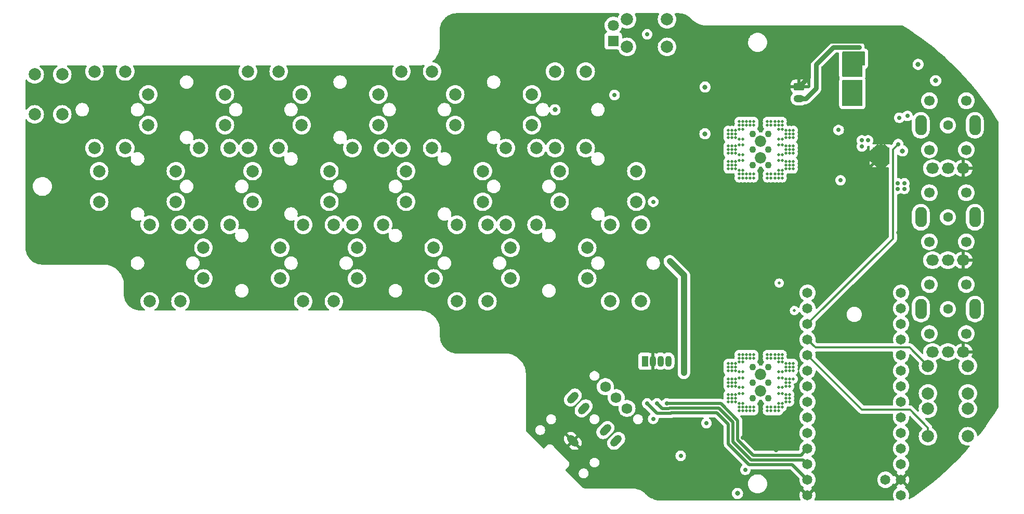
<source format=gbr>
%TF.GenerationSoftware,KiCad,Pcbnew,8.0.9*%
%TF.CreationDate,2025-12-22T17:05:26+01:00*%
%TF.ProjectId,MiniChord,4d696e69-4368-46f7-9264-2e6b69636164,rev?*%
%TF.SameCoordinates,Original*%
%TF.FileFunction,Copper,L4,Bot*%
%TF.FilePolarity,Positive*%
%FSLAX46Y46*%
G04 Gerber Fmt 4.6, Leading zero omitted, Abs format (unit mm)*
G04 Created by KiCad (PCBNEW 8.0.9) date 2025-12-22 17:05:26*
%MOMM*%
%LPD*%
G01*
G04 APERTURE LIST*
G04 Aperture macros list*
%AMRoundRect*
0 Rectangle with rounded corners*
0 $1 Rounding radius*
0 $2 $3 $4 $5 $6 $7 $8 $9 X,Y pos of 4 corners*
0 Add a 4 corners polygon primitive as box body*
4,1,4,$2,$3,$4,$5,$6,$7,$8,$9,$2,$3,0*
0 Add four circle primitives for the rounded corners*
1,1,$1+$1,$2,$3*
1,1,$1+$1,$4,$5*
1,1,$1+$1,$6,$7*
1,1,$1+$1,$8,$9*
0 Add four rect primitives between the rounded corners*
20,1,$1+$1,$2,$3,$4,$5,0*
20,1,$1+$1,$4,$5,$6,$7,0*
20,1,$1+$1,$6,$7,$8,$9,0*
20,1,$1+$1,$8,$9,$2,$3,0*%
%AMHorizOval*
0 Thick line with rounded ends*
0 $1 width*
0 $2 $3 position (X,Y) of the first rounded end (center of the circle)*
0 $4 $5 position (X,Y) of the second rounded end (center of the circle)*
0 Add line between two ends*
20,1,$1,$2,$3,$4,$5,0*
0 Add two circle primitives to create the rounded ends*
1,1,$1,$2,$3*
1,1,$1,$4,$5*%
G04 Aperture macros list end*
%TA.AperFunction,ComponentPad*%
%ADD10C,2.000000*%
%TD*%
%TA.AperFunction,ComponentPad*%
%ADD11R,1.070000X1.800000*%
%TD*%
%TA.AperFunction,ComponentPad*%
%ADD12O,1.070000X1.800000*%
%TD*%
%TA.AperFunction,ComponentPad*%
%ADD13R,1.800000X1.800000*%
%TD*%
%TA.AperFunction,ComponentPad*%
%ADD14C,1.800000*%
%TD*%
%TA.AperFunction,WasherPad*%
%ADD15O,1.900000X3.300000*%
%TD*%
%TA.AperFunction,WasherPad*%
%ADD16C,1.700000*%
%TD*%
%TA.AperFunction,WasherPad*%
%ADD17C,1.600000*%
%TD*%
%TA.AperFunction,ComponentPad*%
%ADD18O,2.050000X1.800000*%
%TD*%
%TA.AperFunction,WasherPad*%
%ADD19C,1.100000*%
%TD*%
%TA.AperFunction,WasherPad*%
%ADD20C,1.850000*%
%TD*%
%TA.AperFunction,ComponentPad*%
%ADD21C,0.500000*%
%TD*%
%TA.AperFunction,SMDPad,CuDef*%
%ADD22R,2.700000X2.700000*%
%TD*%
%TA.AperFunction,ComponentPad*%
%ADD23C,1.650000*%
%TD*%
%TA.AperFunction,ComponentPad*%
%ADD24C,1.750000*%
%TD*%
%TA.AperFunction,ComponentPad*%
%ADD25HorizOval,1.200000X-0.353553X-0.353553X0.353553X0.353553X0*%
%TD*%
%TA.AperFunction,ComponentPad*%
%ADD26HorizOval,1.200000X0.353553X-0.353553X-0.353553X0.353553X0*%
%TD*%
%TA.AperFunction,ComponentPad*%
%ADD27HorizOval,1.200000X0.353553X0.353553X-0.353553X-0.353553X0*%
%TD*%
%TA.AperFunction,ComponentPad*%
%ADD28RoundRect,0.250000X-0.625000X0.350000X-0.625000X-0.350000X0.625000X-0.350000X0.625000X0.350000X0*%
%TD*%
%TA.AperFunction,ComponentPad*%
%ADD29O,1.750000X1.200000*%
%TD*%
%TA.AperFunction,ViaPad*%
%ADD30C,0.800000*%
%TD*%
%TA.AperFunction,ViaPad*%
%ADD31C,0.700000*%
%TD*%
%TA.AperFunction,ViaPad*%
%ADD32C,0.500000*%
%TD*%
%TA.AperFunction,Conductor*%
%ADD33C,1.000000*%
%TD*%
%TA.AperFunction,Conductor*%
%ADD34C,0.500000*%
%TD*%
%TA.AperFunction,Conductor*%
%ADD35C,0.350000*%
%TD*%
%TA.AperFunction,Conductor*%
%ADD36C,0.750000*%
%TD*%
G04 APERTURE END LIST*
D10*
%TO.P,SW11,1,1*%
%TO.N,Row 4*%
X75000000Y-91750000D03*
%TO.P,SW11,2,2*%
X75000000Y-104250000D03*
%TO.P,SW11,3,K*%
%TO.N,Read matrix 2*%
X70000000Y-91750000D03*
%TO.P,SW11,4,A*%
X70000000Y-104250000D03*
%TD*%
%TO.P,SW26,1,1*%
%TO.N,3.3V*%
X121250000Y-75250000D03*
%TO.P,SW26,2,2*%
X114750000Y-75250000D03*
%TO.P,SW26,3,K*%
%TO.N,Rythm*%
X121250000Y-70750000D03*
%TO.P,SW26,4,A*%
X114750000Y-70750000D03*
%TD*%
D11*
%TO.P,D2,1,RA*%
%TO.N,Net-(D2-Pad1)*%
X117640000Y-126500000D03*
D12*
%TO.P,D2,2,K*%
%TO.N,GND*%
X118910000Y-126500000D03*
%TO.P,D2,3,GA*%
%TO.N,Net-(D2-Pad3)*%
X120180000Y-126500000D03*
%TO.P,D2,4,BA*%
%TO.N,Net-(D2-Pad4)*%
X121450000Y-126500000D03*
%TD*%
D10*
%TO.P,SW12,1,1*%
%TO.N,Row 5*%
X91250000Y-100500000D03*
%TO.P,SW12,2,2*%
X78750000Y-100500000D03*
%TO.P,SW12,3,K*%
%TO.N,Read matrix 2*%
X91250000Y-95500000D03*
%TO.P,SW12,4,A*%
X78750000Y-95500000D03*
%TD*%
%TO.P,SW15,1,1*%
%TO.N,Row 1*%
X42000000Y-104250000D03*
%TO.P,SW15,2,2*%
X42000000Y-116750000D03*
%TO.P,SW15,3,K*%
%TO.N,Read matrix 3*%
X37000000Y-104250000D03*
%TO.P,SW15,4,A*%
X37000000Y-116750000D03*
%TD*%
%TO.P,SW10,1,1*%
%TO.N,Row 3*%
X66250000Y-100500000D03*
%TO.P,SW10,2,2*%
X53750000Y-100500000D03*
%TO.P,SW10,3,K*%
%TO.N,Read matrix 2*%
X66250000Y-95500000D03*
%TO.P,SW10,4,A*%
X53750000Y-95500000D03*
%TD*%
D13*
%TO.P,D1,1,K*%
%TO.N,Net-(D1-Pad1)*%
X112500000Y-74270000D03*
D14*
%TO.P,D1,2,A*%
%TO.N,Rythm led*%
X112500000Y-71730000D03*
%TD*%
D10*
%TO.P,SW21,1,1*%
%TO.N,Row 7*%
X117000000Y-104250000D03*
%TO.P,SW21,2,2*%
X117000000Y-116750000D03*
%TO.P,SW21,3,K*%
%TO.N,Read matrix 3*%
X112000000Y-104250000D03*
%TO.P,SW21,4,A*%
X112000000Y-116750000D03*
%TD*%
%TO.P,SW6,1,1*%
%TO.N,Row 6*%
X99250000Y-88000000D03*
%TO.P,SW6,2,2*%
X86750000Y-88000000D03*
%TO.P,SW6,3,K*%
%TO.N,Read matrix 1*%
X99250000Y-83000000D03*
%TO.P,SW6,4,A*%
X86750000Y-83000000D03*
%TD*%
%TO.P,SW14,1,1*%
%TO.N,Row 7*%
X116250000Y-100500000D03*
%TO.P,SW14,2,2*%
X103750000Y-100500000D03*
%TO.P,SW14,3,K*%
%TO.N,Read matrix 2*%
X116250000Y-95500000D03*
%TO.P,SW14,4,A*%
X103750000Y-95500000D03*
%TD*%
%TO.P,SW2,1,1*%
%TO.N,Row 2*%
X49250000Y-88000000D03*
%TO.P,SW2,2,2*%
X36750000Y-88000000D03*
%TO.P,SW2,3,K*%
%TO.N,Read matrix 1*%
X49250000Y-83000000D03*
%TO.P,SW2,4,A*%
X36750000Y-83000000D03*
%TD*%
%TO.P,SW17,1,1*%
%TO.N,Row 3*%
X67000000Y-104250000D03*
%TO.P,SW17,2,2*%
X67000000Y-116750000D03*
%TO.P,SW17,3,K*%
%TO.N,Read matrix 3*%
X62000000Y-104250000D03*
%TO.P,SW17,4,A*%
X62000000Y-116750000D03*
%TD*%
D15*
%TO.P,RV3,*%
%TO.N,*%
X162600000Y-88030000D03*
D16*
X164000000Y-84030000D03*
X164000000Y-92030000D03*
D17*
X167000000Y-88030000D03*
D16*
X170000000Y-84030000D03*
X170000000Y-92030000D03*
D15*
X171400000Y-88030000D03*
D18*
%TO.P,RV3,1,1*%
%TO.N,3.3V*%
X164500000Y-95030000D03*
%TO.P,RV3,2,2*%
%TO.N,Chord*%
X167000000Y-95030000D03*
%TO.P,RV3,3,3*%
%TO.N,GND*%
X169500000Y-95030000D03*
%TD*%
D10*
%TO.P,SW13,1,1*%
%TO.N,Row 6*%
X100000000Y-91750000D03*
%TO.P,SW13,2,2*%
X100000000Y-104250000D03*
%TO.P,SW13,3,K*%
%TO.N,Read matrix 2*%
X95000000Y-91750000D03*
%TO.P,SW13,4,A*%
X95000000Y-104250000D03*
%TD*%
%TO.P,SW24,1,1*%
%TO.N,3.3V*%
X170250000Y-131750000D03*
%TO.P,SW24,2,2*%
X163750000Y-131750000D03*
%TO.P,SW24,3,K*%
%TO.N,Up pgm*%
X170250000Y-127250000D03*
%TO.P,SW24,4,A*%
X163750000Y-127250000D03*
%TD*%
%TO.P,SW18,1,1*%
%TO.N,Row 4*%
X83250000Y-113000000D03*
%TO.P,SW18,2,2*%
X70750000Y-113000000D03*
%TO.P,SW18,3,K*%
%TO.N,Read matrix 3*%
X83250000Y-108000000D03*
%TO.P,SW18,4,A*%
X70750000Y-108000000D03*
%TD*%
%TO.P,SW16,1,1*%
%TO.N,Row 2*%
X58250000Y-113000000D03*
%TO.P,SW16,2,2*%
X45750000Y-113000000D03*
%TO.P,SW16,3,K*%
%TO.N,Read matrix 3*%
X58250000Y-108000000D03*
%TO.P,SW16,4,A*%
X45750000Y-108000000D03*
%TD*%
%TO.P,SW20,1,1*%
%TO.N,Row 6*%
X108250000Y-113000000D03*
%TO.P,SW20,2,2*%
X95750000Y-113000000D03*
%TO.P,SW20,3,K*%
%TO.N,Read matrix 3*%
X108250000Y-108000000D03*
%TO.P,SW20,4,A*%
X95750000Y-108000000D03*
%TD*%
D19*
%TO.P,J1,*%
%TO.N,*%
X137770000Y-89460000D03*
X135230000Y-89460000D03*
D20*
X136500000Y-90625000D03*
D19*
X137770000Y-92000000D03*
X135230000Y-92000000D03*
D20*
X136450000Y-93350000D03*
D19*
X137770000Y-94540000D03*
X135230000Y-94540000D03*
%TD*%
D15*
%TO.P,RV2,*%
%TO.N,*%
X162600000Y-103030000D03*
D16*
X164000000Y-99030000D03*
X164000000Y-107030000D03*
D17*
X167000000Y-103030000D03*
D16*
X170000000Y-99030000D03*
X170000000Y-107030000D03*
D15*
X171400000Y-103030000D03*
D18*
%TO.P,RV2,1,1*%
%TO.N,3.3V*%
X164500000Y-110030000D03*
%TO.P,RV2,2,2*%
%TO.N,Harp*%
X167000000Y-110030000D03*
%TO.P,RV2,3,3*%
%TO.N,GND*%
X169500000Y-110030000D03*
%TD*%
D10*
%TO.P,SW4,1,1*%
%TO.N,Row 4*%
X74250000Y-88000000D03*
%TO.P,SW4,2,2*%
X61750000Y-88000000D03*
%TO.P,SW4,3,K*%
%TO.N,Read matrix 1*%
X74250000Y-83000000D03*
%TO.P,SW4,4,A*%
X61750000Y-83000000D03*
%TD*%
%TO.P,SW22,1,1*%
%TO.N,Sharp*%
X22750000Y-79750000D03*
%TO.P,SW22,2,2*%
X22750000Y-86250000D03*
%TO.P,SW22,3,K*%
%TO.N,Read matrix 1*%
X18250000Y-79750000D03*
%TO.P,SW22,4,A*%
X18250000Y-86250000D03*
%TD*%
D21*
%TO.P,U2,17,PAD*%
%TO.N,GND*%
X155000000Y-91900000D03*
X155000000Y-93000000D03*
X155000000Y-94100000D03*
X156100000Y-91900000D03*
X156100000Y-93000000D03*
D22*
X156100000Y-93000000D03*
D21*
X156100000Y-94100000D03*
X157200000Y-91900000D03*
X157200000Y-93000000D03*
X157200000Y-94100000D03*
%TD*%
D19*
%TO.P,J4,*%
%TO.N,*%
X137770000Y-127460000D03*
X135230000Y-127460000D03*
D20*
X136500000Y-128625000D03*
D19*
X137770000Y-130000000D03*
X135230000Y-130000000D03*
D20*
X136450000Y-131350000D03*
D19*
X137770000Y-132540000D03*
X135230000Y-132540000D03*
%TD*%
D10*
%TO.P,SW5,1,1*%
%TO.N,Row 5*%
X83000000Y-79250000D03*
%TO.P,SW5,2,2*%
X83000000Y-91750000D03*
%TO.P,SW5,3,K*%
%TO.N,Read matrix 1*%
X78000000Y-79250000D03*
%TO.P,SW5,4,A*%
X78000000Y-91750000D03*
%TD*%
%TO.P,SW19,1,1*%
%TO.N,Row 5*%
X92000000Y-104250000D03*
%TO.P,SW19,2,2*%
X92000000Y-116750000D03*
%TO.P,SW19,3,K*%
%TO.N,Read matrix 3*%
X87000000Y-104250000D03*
%TO.P,SW19,4,A*%
X87000000Y-116750000D03*
%TD*%
%TO.P,SW9,1,1*%
%TO.N,Row 2*%
X50000000Y-91750000D03*
%TO.P,SW9,2,2*%
X50000000Y-104250000D03*
%TO.P,SW9,3,K*%
%TO.N,Read matrix 2*%
X45000000Y-91750000D03*
%TO.P,SW9,4,A*%
X45000000Y-104250000D03*
%TD*%
D15*
%TO.P,RV1,*%
%TO.N,*%
X162600000Y-118000000D03*
D16*
X164000000Y-114000000D03*
X164000000Y-122000000D03*
D17*
X167000000Y-118000000D03*
D16*
X170000000Y-114000000D03*
X170000000Y-122000000D03*
D15*
X171400000Y-118000000D03*
D18*
%TO.P,RV1,1,1*%
%TO.N,3.3V*%
X164500000Y-125000000D03*
%TO.P,RV1,2,2*%
%TO.N,Mod*%
X167000000Y-125000000D03*
%TO.P,RV1,3,3*%
%TO.N,GND*%
X169500000Y-125000000D03*
%TD*%
D23*
%TO.P,U1,1,GND*%
%TO.N,GND*%
X144130000Y-148375000D03*
%TO.P,U1,2,0_RX1_CRX2_CS1*%
%TO.N,R led*%
X144130000Y-145835000D03*
%TO.P,U1,3,1_TX1_CTX2_MISO1*%
%TO.N,G led*%
X144130000Y-143295000D03*
%TO.P,U1,4,2_OUT2*%
%TO.N,B led*%
X144130000Y-140755000D03*
%TO.P,U1,5,3_LRCLK2*%
%TO.N,_Mute*%
X144130000Y-138215000D03*
%TO.P,U1,6,4_BCLK2*%
%TO.N,Read matrix 3*%
X144130000Y-135675000D03*
%TO.P,U1,7,5_IN2*%
%TO.N,Read matrix 2*%
X144130000Y-133135000D03*
%TO.P,U1,8,6_OUT1D*%
%TO.N,Read matrix 1*%
X144130000Y-130595000D03*
%TO.P,U1,9,7_RX2_OUT1A*%
%TO.N,DIN*%
X144130000Y-128055000D03*
%TO.P,U1,10,8_TX2_IN1*%
%TO.N,Down pgm*%
X144130000Y-125515000D03*
%TO.P,U1,11,9_OUT1C*%
%TO.N,Up pgm*%
X144130000Y-122975000D03*
%TO.P,U1,12,10_CS_MQSR*%
%TO.N,LBO*%
X144130000Y-120435000D03*
%TO.P,U1,13,11_MOSI_CTX1*%
%TO.N,Rythm*%
X144130000Y-117895000D03*
%TO.P,U1,14,12_MISO_MQSL*%
%TO.N,Rythm led*%
X144130000Y-115355000D03*
%TO.P,U1,20,13_SCK_CRX1_LED*%
%TO.N,Data matrix*%
X159370000Y-115355000D03*
%TO.P,U1,21,14_A0_TX3_SPDIF_OUT*%
%TO.N,Storage clock*%
X159370000Y-117895000D03*
%TO.P,U1,22,15_A1_RX3_SPDIF_IN*%
%TO.N,Shift clock*%
X159370000Y-120435000D03*
%TO.P,U1,23,16_A2_RX4_SCL1*%
%TO.N,Chord*%
X159370000Y-122975000D03*
%TO.P,U1,24,17_A3_TX4_SDA1*%
%TO.N,Harp*%
X159370000Y-125515000D03*
%TO.P,U1,25,18_A4_SDA0*%
%TO.N,Net-(R9-Pad1)*%
X159370000Y-128055000D03*
%TO.P,U1,26,19_A5_SCL0*%
%TO.N,Net-(R10-Pad1)*%
X159370000Y-130595000D03*
%TO.P,U1,27,20_A6_TX5_LRCLK1*%
%TO.N,LRCK*%
X159370000Y-133135000D03*
%TO.P,U1,28,21_A7_RX5_BCLK1*%
%TO.N,BCK*%
X159370000Y-135675000D03*
%TO.P,U1,29,22_A8_CTX1*%
%TO.N,Mod*%
X159370000Y-138215000D03*
%TO.P,U1,30,23_A9_CRX1_MCLK1*%
%TO.N,SCK*%
X159370000Y-140755000D03*
%TO.P,U1,31,3V3*%
%TO.N,3.3V*%
X159370000Y-143295000D03*
%TO.P,U1,32,GND*%
%TO.N,GND*%
X159370000Y-145835000D03*
%TO.P,U1,33,VIN*%
%TO.N,5V*%
X159370000Y-148375000D03*
%TO.P,U1,34,VUSB*%
%TO.N,VUSB*%
X156830000Y-145835000D03*
%TD*%
D10*
%TO.P,SW7,1,1*%
%TO.N,Row 7*%
X108000000Y-79250000D03*
%TO.P,SW7,2,2*%
X108000000Y-91750000D03*
%TO.P,SW7,3,K*%
%TO.N,Read matrix 1*%
X103000000Y-79250000D03*
%TO.P,SW7,4,A*%
X103000000Y-91750000D03*
%TD*%
%TO.P,SW3,1,1*%
%TO.N,Row 3*%
X58000000Y-79250000D03*
%TO.P,SW3,2,2*%
X58000000Y-91750000D03*
%TO.P,SW3,3,K*%
%TO.N,Read matrix 1*%
X53000000Y-79250000D03*
%TO.P,SW3,4,A*%
X53000000Y-91750000D03*
%TD*%
D24*
%TO.P,J2,G*%
%TO.N,VBAT*%
X114738835Y-134196699D03*
%TO.P,J2,H*%
%TO.N,EN*%
X112971068Y-132428932D03*
%TO.P,J2,I*%
%TO.N,unconnected-(J2-PadI)*%
X111203301Y-130661165D03*
D25*
%TO.P,J2,R*%
%TO.N,Net-(C16-Pad1)*%
X105900000Y-132428932D03*
%TO.P,J2,Rs*%
%TO.N,unconnected-(J2-PadRs)*%
X107667767Y-134196699D03*
D26*
%TO.P,J2,S*%
%TO.N,GND*%
X105900000Y-139500000D03*
D27*
%TO.P,J2,T*%
%TO.N,Net-(C17-Pad1)*%
X112971068Y-139500000D03*
%TO.P,J2,Ts*%
%TO.N,unconnected-(J2-PadTs)*%
X111203301Y-137732233D03*
%TD*%
D10*
%TO.P,SW1,1,1*%
%TO.N,Row 1*%
X33000000Y-79250000D03*
%TO.P,SW1,2,2*%
X33000000Y-91750000D03*
%TO.P,SW1,3,K*%
%TO.N,Read matrix 1*%
X28000000Y-79250000D03*
%TO.P,SW1,4,A*%
X28000000Y-91750000D03*
%TD*%
%TO.P,SW25,1,1*%
%TO.N,3.3V*%
X163750000Y-134250000D03*
%TO.P,SW25,2,2*%
X170250000Y-134250000D03*
%TO.P,SW25,3,K*%
%TO.N,Down pgm*%
X163750000Y-138750000D03*
%TO.P,SW25,4,A*%
X170250000Y-138750000D03*
%TD*%
%TO.P,SW8,1,1*%
%TO.N,Row 1*%
X41250000Y-100500000D03*
%TO.P,SW8,2,2*%
X28750000Y-100500000D03*
%TO.P,SW8,3,K*%
%TO.N,Read matrix 2*%
X41250000Y-95500000D03*
%TO.P,SW8,4,A*%
X28750000Y-95500000D03*
%TD*%
D28*
%TO.P,J3,1,Pin_1*%
%TO.N,GND*%
X142757500Y-81700000D03*
D29*
%TO.P,J3,2,Pin_2*%
%TO.N,VBAT*%
X142757500Y-83700000D03*
%TD*%
D30*
%TO.N,Read matrix 1*%
X103000000Y-85500000D03*
%TO.N,3.3V*%
X127425000Y-89425000D03*
D31*
X121700000Y-110200000D03*
X119000000Y-135900000D03*
X119000000Y-100500000D03*
D30*
X127445000Y-81805000D03*
D32*
X139525000Y-113775000D03*
D31*
X127662500Y-136600000D03*
X118000000Y-73200000D03*
X124000000Y-128400000D03*
X160400000Y-86500000D03*
X112700000Y-83100000D03*
X123475000Y-141925000D03*
%TO.N,B led*%
X121200000Y-133400000D03*
%TO.N,G led*%
X119600000Y-133400000D03*
%TO.N,R led*%
X118000000Y-133400000D03*
D32*
%TO.N,Key11*%
X140000000Y-88000000D03*
X138800000Y-87400000D03*
X140000000Y-88650000D03*
X138200000Y-88000000D03*
X140000000Y-90250000D03*
X140600000Y-90050000D03*
X137600000Y-87400000D03*
X139400000Y-88000000D03*
X141200000Y-89450000D03*
X141200000Y-88850000D03*
X137600000Y-88000000D03*
X141200000Y-90050000D03*
X141800000Y-90050000D03*
X138200000Y-87400000D03*
X141800000Y-88850000D03*
X139400000Y-87400000D03*
X139400000Y-88650000D03*
X140000000Y-87400000D03*
X139400000Y-90250000D03*
X140600000Y-88850000D03*
X138800000Y-88000000D03*
X141800000Y-89450000D03*
X140600000Y-89450000D03*
%TO.N,Key10*%
X140000000Y-91200000D03*
X140600000Y-91400000D03*
X141800000Y-92000000D03*
X141200000Y-92600000D03*
X139400000Y-91200000D03*
X141800000Y-92600000D03*
X139400000Y-92800000D03*
X140600000Y-92600000D03*
X141200000Y-92000000D03*
X140000000Y-92800000D03*
X141800000Y-91400000D03*
X140600000Y-92000000D03*
X141200000Y-91400000D03*
%TO.N,Key9*%
X139400000Y-96600000D03*
X139400000Y-95350000D03*
X140000000Y-96000000D03*
X137600000Y-96000000D03*
X141200000Y-95150000D03*
X139400000Y-96000000D03*
X141200000Y-93950000D03*
X138800000Y-96600000D03*
X140600000Y-93950000D03*
X138200000Y-96600000D03*
X141200000Y-94550000D03*
X140000000Y-95350000D03*
X140600000Y-95150000D03*
X140600000Y-94550000D03*
X141800000Y-93950000D03*
X140000000Y-93750000D03*
X140000000Y-96600000D03*
X138800000Y-96000000D03*
X137600000Y-96600000D03*
X139400000Y-93750000D03*
X141800000Y-94550000D03*
X141800000Y-95150000D03*
X138200000Y-96000000D03*
%TO.N,Key0*%
X142000000Y-118250000D03*
X139400000Y-133350000D03*
X140000000Y-131750000D03*
X140000000Y-133350000D03*
X140600000Y-131950000D03*
X140600000Y-132550000D03*
X139400000Y-134600000D03*
X141200000Y-132550000D03*
X141200000Y-131950000D03*
X140600000Y-133150000D03*
X139400000Y-131750000D03*
X138800000Y-134600000D03*
X137600000Y-134600000D03*
X139400000Y-134000000D03*
X141200000Y-133150000D03*
X140000000Y-134000000D03*
X138200000Y-134000000D03*
X137600000Y-134000000D03*
X138200000Y-134600000D03*
X138800000Y-134000000D03*
%TO.N,Key1*%
X141200000Y-129400000D03*
X139400000Y-130800000D03*
X141200000Y-130000000D03*
X140600000Y-129400000D03*
X140000000Y-129200000D03*
X139400000Y-129200000D03*
X140600000Y-130600000D03*
X140600000Y-130000000D03*
X140000000Y-130800000D03*
X141200000Y-130600000D03*
X141800000Y-129400000D03*
%TO.N,Key2*%
X139400000Y-125400000D03*
X140600000Y-128050000D03*
X137600000Y-125400000D03*
X138800000Y-125400000D03*
X138800000Y-126000000D03*
X140000000Y-128250000D03*
X139400000Y-126650000D03*
X139400000Y-126000000D03*
X141200000Y-127450000D03*
X140000000Y-126000000D03*
X140000000Y-125400000D03*
X141200000Y-126850000D03*
X137600000Y-126000000D03*
X141800000Y-127450000D03*
X138200000Y-125400000D03*
X140600000Y-127450000D03*
X141800000Y-128050000D03*
X140000000Y-126650000D03*
X139400000Y-128250000D03*
X141800000Y-126850000D03*
X138200000Y-126000000D03*
X141200000Y-128050000D03*
X140600000Y-126850000D03*
%TO.N,Key3*%
X134200000Y-125400000D03*
X133000000Y-126000000D03*
X133600000Y-126000000D03*
X132400000Y-128050000D03*
X133000000Y-125400000D03*
X131800000Y-126850000D03*
X134200000Y-126000000D03*
X134800000Y-126000000D03*
X132400000Y-127450000D03*
X133000000Y-126650000D03*
X134800000Y-125400000D03*
X131800000Y-127450000D03*
X133600000Y-125400000D03*
X135400000Y-125400000D03*
X132400000Y-126850000D03*
X131800000Y-128050000D03*
X133600000Y-126650000D03*
X131200000Y-127450000D03*
X135400000Y-126000000D03*
X133600000Y-128250000D03*
X133000000Y-128250000D03*
X131200000Y-128050000D03*
X131200000Y-126850000D03*
%TO.N,Key4*%
X132400000Y-130600000D03*
X131200000Y-130000000D03*
X131200000Y-129400000D03*
X132400000Y-129400000D03*
X133600000Y-129200000D03*
X133000000Y-130800000D03*
X133000000Y-129200000D03*
X133600000Y-130800000D03*
X132400000Y-130000000D03*
X131800000Y-130600000D03*
X131200000Y-130600000D03*
X131800000Y-129400000D03*
X131800000Y-130000000D03*
%TO.N,Key5*%
X133600000Y-131750000D03*
X131800000Y-133150000D03*
X131200000Y-133150000D03*
X132400000Y-131950000D03*
X131800000Y-131950000D03*
X133000000Y-131750000D03*
X133600000Y-134000000D03*
X135400000Y-134000000D03*
X134200000Y-134000000D03*
X133000000Y-133350000D03*
X132400000Y-132550000D03*
X132400000Y-133150000D03*
X133600000Y-133350000D03*
X133000000Y-134000000D03*
X133000000Y-134600000D03*
X134800000Y-134600000D03*
X134200000Y-134600000D03*
X131800000Y-132550000D03*
X131200000Y-131950000D03*
X135400000Y-134600000D03*
X133600000Y-134600000D03*
X134800000Y-134000000D03*
X131200000Y-132550000D03*
%TO.N,Key6*%
X133000000Y-88650000D03*
X132400000Y-90050000D03*
X132400000Y-89450000D03*
X133000000Y-88000000D03*
X133000000Y-87400000D03*
X135400000Y-88000000D03*
X135400000Y-87400000D03*
X131200000Y-90050000D03*
X131800000Y-88850000D03*
X134800000Y-88000000D03*
X131200000Y-89450000D03*
X133600000Y-88000000D03*
X134800000Y-87400000D03*
X131800000Y-90050000D03*
X133600000Y-87400000D03*
X132400000Y-88850000D03*
X133000000Y-90250000D03*
X131800000Y-89450000D03*
X134200000Y-88000000D03*
X131200000Y-88850000D03*
X134200000Y-87400000D03*
X133600000Y-90250000D03*
X133600000Y-88650000D03*
%TO.N,Key7*%
X132400000Y-91400000D03*
X132400000Y-92000000D03*
X133000000Y-92800000D03*
X133600000Y-91200000D03*
X131200000Y-92000000D03*
X131800000Y-91400000D03*
X132400000Y-92600000D03*
X133000000Y-91200000D03*
X133600000Y-92800000D03*
X131200000Y-91400000D03*
X131200000Y-92600000D03*
X131800000Y-92600000D03*
X131800000Y-92000000D03*
%TO.N,Key8*%
X132400000Y-95150000D03*
X131200000Y-93950000D03*
X133000000Y-96600000D03*
X133000000Y-95350000D03*
X133600000Y-96000000D03*
X131800000Y-93950000D03*
X134800000Y-96600000D03*
X134800000Y-96000000D03*
X131200000Y-95150000D03*
X131200000Y-94550000D03*
X133600000Y-95350000D03*
X135400000Y-96000000D03*
X133600000Y-93750000D03*
X133600000Y-96600000D03*
X134200000Y-96600000D03*
X132400000Y-94550000D03*
X131800000Y-95150000D03*
X131800000Y-94550000D03*
X132400000Y-93950000D03*
X134200000Y-96000000D03*
X133000000Y-93750000D03*
X133000000Y-96000000D03*
X135400000Y-96600000D03*
D31*
%TO.N,VBAT*%
X151500000Y-78707500D03*
X150500000Y-79707500D03*
X159900000Y-98400000D03*
X151500000Y-77707500D03*
X150500000Y-78707500D03*
X149200000Y-88800000D03*
X151500000Y-79707500D03*
X150500000Y-76707500D03*
X151500000Y-76707500D03*
X152550000Y-75300000D03*
X159900000Y-97500000D03*
X158800000Y-97500000D03*
X150500000Y-77707500D03*
X158800000Y-98400000D03*
%TO.N,GND*%
X125000000Y-143000000D03*
D30*
X52000000Y-110500000D03*
X113000000Y-98000000D03*
X113000000Y-123000000D03*
X153000000Y-117000000D03*
X92000000Y-122000000D03*
X159000000Y-105500000D03*
X55000000Y-85000000D03*
X147000000Y-141000000D03*
X108000000Y-98000000D03*
X149000000Y-110000000D03*
D32*
X137000000Y-99000000D03*
D30*
X167000000Y-133000000D03*
X128100000Y-120100000D03*
X39500000Y-110500000D03*
X46000000Y-80900000D03*
D31*
X156000000Y-76707500D03*
D30*
X161200000Y-90600500D03*
X88000000Y-98000000D03*
X37000000Y-98000000D03*
D31*
X149000000Y-126000000D03*
D30*
X151000000Y-134500000D03*
D31*
X127000000Y-131000000D03*
D30*
X83000000Y-98000000D03*
X152000000Y-103000000D03*
D31*
X141000000Y-146000000D03*
D30*
X62000000Y-98000000D03*
D31*
X156000000Y-84707500D03*
X155000000Y-84707500D03*
X151000000Y-128000000D03*
D30*
X151000000Y-130000000D03*
X159000000Y-108500000D03*
X101000000Y-122000000D03*
X151000000Y-136000000D03*
X65000000Y-86000000D03*
D31*
X151000000Y-126000000D03*
D32*
X137000000Y-120000000D03*
X138000000Y-109200000D03*
D30*
X93000000Y-85500000D03*
X58000000Y-98000000D03*
X149000000Y-134500000D03*
D31*
X125000000Y-140000000D03*
D30*
X147000000Y-108000000D03*
X55000000Y-87000000D03*
X172000000Y-110000000D03*
D31*
X124000000Y-143000000D03*
X157000000Y-84707500D03*
D30*
X77000000Y-110500000D03*
X80000000Y-85000000D03*
D31*
X157000000Y-76707500D03*
D30*
X24250000Y-98000000D03*
X149000000Y-133000000D03*
X151000000Y-141000000D03*
X81000000Y-88000000D03*
X71000000Y-81000000D03*
D31*
X125000000Y-141000000D03*
D30*
X47500000Y-98000000D03*
D31*
X133600000Y-139000000D03*
X139000000Y-146000000D03*
X125000000Y-142000000D03*
D30*
X126000000Y-74000000D03*
X105500000Y-85500000D03*
D31*
X139000000Y-141000000D03*
D30*
X164000000Y-143000000D03*
X115000000Y-81000000D03*
D31*
X153250000Y-86750000D03*
D30*
X114500000Y-110500000D03*
X74000000Y-98000000D03*
D31*
X113300000Y-142400000D03*
D30*
X89500000Y-110500000D03*
D31*
X149000000Y-128000000D03*
D30*
X65000000Y-81000000D03*
X149000000Y-136000000D03*
X172000000Y-95000000D03*
X98000000Y-98000000D03*
X172000000Y-125000000D03*
D31*
X154450000Y-75300000D03*
D30*
X165000000Y-79000000D03*
X148000000Y-109000000D03*
X102000000Y-110500000D03*
X123250000Y-85500000D03*
X64500000Y-110500000D03*
D31*
X154000000Y-84707500D03*
%TO.N,VUSB*%
X151500000Y-84207500D03*
X151500000Y-81207500D03*
X150500000Y-83207500D03*
X150500000Y-82207500D03*
X150500000Y-84207500D03*
X151500000Y-82207500D03*
X150500000Y-81207500D03*
X151500000Y-83207500D03*
%TO.N,5V*%
X149500000Y-97000000D03*
X154000000Y-90500000D03*
X153000000Y-91500000D03*
X153000000Y-90500000D03*
%TO.N,LBO*%
X158900000Y-91100000D03*
X159100000Y-86800000D03*
D30*
%TO.N,EN*%
X159600000Y-92200000D03*
D31*
%TO.N,DIN*%
X134000000Y-144200000D03*
D30*
%TO.N,SCK*%
X132725000Y-148075000D03*
%TO.N,Net-(D3-Pad2)*%
X162155000Y-78095000D03*
X165000000Y-80750000D03*
%TD*%
D33*
%TO.N,3.3V*%
X121700000Y-110200000D02*
X124000000Y-112500000D01*
X124000000Y-112500000D02*
X124000000Y-128400000D01*
D34*
%TO.N,B led*%
X130000000Y-133400000D02*
X132750000Y-136150000D01*
X143035000Y-141850000D02*
X144130000Y-140755000D01*
X121200000Y-133400000D02*
X130000000Y-133400000D01*
X135247918Y-141850000D02*
X143035000Y-141850000D01*
X132750000Y-136150000D02*
X132750000Y-139352082D01*
X132750000Y-139352082D02*
X135247918Y-141850000D01*
%TO.N,G led*%
X119600000Y-133400000D02*
X120450000Y-134250000D01*
X132000000Y-139662742D02*
X134937258Y-142600000D01*
X120450000Y-134250000D02*
X121552082Y-134250000D01*
X134937258Y-142600000D02*
X143435000Y-142600000D01*
X129689340Y-134150000D02*
X132000000Y-136460660D01*
X132000000Y-136460660D02*
X132000000Y-139662742D01*
X121552082Y-134250000D02*
X121652082Y-134150000D01*
X143435000Y-142600000D02*
X144130000Y-143295000D01*
X121652082Y-134150000D02*
X129689340Y-134150000D01*
%TO.N,R led*%
X118000000Y-133400000D02*
X119600000Y-135000000D01*
X141645000Y-143350000D02*
X144130000Y-145835000D01*
X129378680Y-134900000D02*
X131250000Y-136771320D01*
X121862742Y-135000000D02*
X121962742Y-134900000D01*
X131250000Y-136771320D02*
X131250000Y-139973402D01*
X121962742Y-134900000D02*
X129378680Y-134900000D01*
X119600000Y-135000000D02*
X121862742Y-135000000D01*
X131250000Y-139973402D02*
X134626598Y-143350000D01*
X134626598Y-143350000D02*
X141645000Y-143350000D01*
D35*
%TO.N,Up pgm*%
X160765000Y-124265000D02*
X145420000Y-124265000D01*
X163750000Y-127250000D02*
X160765000Y-124265000D01*
X145420000Y-124265000D02*
X144130000Y-122975000D01*
%TO.N,Down pgm*%
X153015000Y-134400000D02*
X144130000Y-125515000D01*
X160814213Y-134400000D02*
X153015000Y-134400000D01*
X163750000Y-137335787D02*
X160814213Y-134400000D01*
X163750000Y-138750000D02*
X163750000Y-137335787D01*
D36*
%TO.N,VBAT*%
X145500000Y-82032500D02*
X143832500Y-83700000D01*
X148321141Y-75300000D02*
X145500000Y-78121141D01*
X143832500Y-83700000D02*
X142757500Y-83700000D01*
X145500000Y-78121141D02*
X145500000Y-82032500D01*
X152550000Y-75300000D02*
X148321141Y-75300000D01*
%TO.N,GND*%
X144250000Y-77750000D02*
X144250000Y-80207500D01*
X154450000Y-75300000D02*
X153400000Y-74250000D01*
X147750000Y-74250000D02*
X144250000Y-77750000D01*
X153400000Y-74250000D02*
X147750000Y-74250000D01*
X144250000Y-80207500D02*
X142757500Y-81700000D01*
D35*
%TO.N,LBO*%
X158025000Y-106540000D02*
X158025000Y-91975000D01*
X144130000Y-120435000D02*
X158025000Y-106540000D01*
X158025000Y-91975000D02*
X158900000Y-91100000D01*
%TD*%
%TA.AperFunction,Conductor*%
%TO.N,GND*%
G36*
X113436415Y-69770502D02*
G01*
X113482908Y-69824158D01*
X113493012Y-69894432D01*
X113475727Y-69942335D01*
X113401759Y-70063038D01*
X113354958Y-70176027D01*
X113312962Y-70277417D01*
X113310894Y-70282409D01*
X113310892Y-70282415D01*
X113288638Y-70375108D01*
X113253286Y-70436677D01*
X113190259Y-70469359D01*
X113119568Y-70462778D01*
X113106151Y-70456507D01*
X113104698Y-70455721D01*
X113067727Y-70435713D01*
X113067724Y-70435712D01*
X113067723Y-70435711D01*
X112846955Y-70359921D01*
X112846948Y-70359919D01*
X112748411Y-70343476D01*
X112616712Y-70321500D01*
X112383288Y-70321500D01*
X112268066Y-70340727D01*
X112153051Y-70359919D01*
X112153044Y-70359921D01*
X111932276Y-70435711D01*
X111932273Y-70435713D01*
X111746349Y-70536330D01*
X111726985Y-70546809D01*
X111726983Y-70546810D01*
X111542778Y-70690182D01*
X111542774Y-70690186D01*
X111384685Y-70861916D01*
X111257015Y-71057331D01*
X111163252Y-71271089D01*
X111163249Y-71271096D01*
X111105950Y-71497366D01*
X111105949Y-71497372D01*
X111105949Y-71497374D01*
X111086673Y-71730000D01*
X111089949Y-71769541D01*
X111105950Y-71962633D01*
X111163249Y-72188903D01*
X111163252Y-72188910D01*
X111257015Y-72402668D01*
X111358822Y-72558496D01*
X111384686Y-72598083D01*
X111469842Y-72690587D01*
X111501263Y-72754251D01*
X111493276Y-72824797D01*
X111448417Y-72879826D01*
X111421175Y-72893979D01*
X111353795Y-72919111D01*
X111353792Y-72919112D01*
X111236738Y-73006738D01*
X111149112Y-73123792D01*
X111149110Y-73123797D01*
X111098011Y-73260795D01*
X111098009Y-73260803D01*
X111091500Y-73321350D01*
X111091500Y-75218649D01*
X111098009Y-75279196D01*
X111098011Y-75279204D01*
X111149110Y-75416202D01*
X111149112Y-75416207D01*
X111236738Y-75533261D01*
X111353792Y-75620887D01*
X111353794Y-75620888D01*
X111353796Y-75620889D01*
X111412875Y-75642924D01*
X111490795Y-75671988D01*
X111490803Y-75671990D01*
X111551350Y-75678499D01*
X111551355Y-75678499D01*
X111551362Y-75678500D01*
X113210512Y-75678500D01*
X113278633Y-75698502D01*
X113325126Y-75752158D01*
X113326900Y-75756233D01*
X113401760Y-75936963D01*
X113516854Y-76124779D01*
X113525825Y-76139417D01*
X113525826Y-76139419D01*
X113680030Y-76319969D01*
X113847290Y-76462822D01*
X113860584Y-76474176D01*
X114063037Y-76598240D01*
X114282406Y-76689105D01*
X114513289Y-76744535D01*
X114750000Y-76763165D01*
X114986711Y-76744535D01*
X115217594Y-76689105D01*
X115436963Y-76598240D01*
X115639416Y-76474176D01*
X115819969Y-76319969D01*
X115974176Y-76139416D01*
X116098240Y-75936963D01*
X116189105Y-75717594D01*
X116244535Y-75486711D01*
X116263165Y-75250000D01*
X119736835Y-75250000D01*
X119755465Y-75486711D01*
X119760861Y-75509188D01*
X119810894Y-75717592D01*
X119873131Y-75867845D01*
X119901760Y-75936963D01*
X120016854Y-76124779D01*
X120025825Y-76139417D01*
X120025826Y-76139419D01*
X120180030Y-76319969D01*
X120347290Y-76462822D01*
X120360584Y-76474176D01*
X120563037Y-76598240D01*
X120782406Y-76689105D01*
X121013289Y-76744535D01*
X121250000Y-76763165D01*
X121486711Y-76744535D01*
X121717594Y-76689105D01*
X121936963Y-76598240D01*
X122139416Y-76474176D01*
X122319969Y-76319969D01*
X122474176Y-76139416D01*
X122598240Y-75936963D01*
X122689105Y-75717594D01*
X122744535Y-75486711D01*
X122763165Y-75250000D01*
X122744535Y-75013289D01*
X122689105Y-74782406D01*
X122598240Y-74563037D01*
X122559611Y-74500000D01*
X134444706Y-74500000D01*
X134463854Y-74743302D01*
X134520828Y-74980612D01*
X134614223Y-75206089D01*
X134728889Y-75393207D01*
X134741742Y-75414180D01*
X134741743Y-75414182D01*
X134900240Y-75599759D01*
X135083506Y-75756282D01*
X135085821Y-75758259D01*
X135293911Y-75885777D01*
X135519388Y-75979172D01*
X135756698Y-76036146D01*
X136000000Y-76055294D01*
X136243302Y-76036146D01*
X136480612Y-75979172D01*
X136706089Y-75885777D01*
X136914179Y-75758259D01*
X137099759Y-75599759D01*
X137258259Y-75414179D01*
X137385777Y-75206089D01*
X137479172Y-74980612D01*
X137536146Y-74743302D01*
X137555294Y-74500000D01*
X137536146Y-74256698D01*
X137479172Y-74019388D01*
X137385777Y-73793911D01*
X137258259Y-73585821D01*
X137258256Y-73585817D01*
X137099759Y-73400240D01*
X136914182Y-73241743D01*
X136914180Y-73241742D01*
X136914179Y-73241741D01*
X136706089Y-73114223D01*
X136480612Y-73020828D01*
X136480610Y-73020827D01*
X136480609Y-73020827D01*
X136352900Y-72990166D01*
X136243302Y-72963854D01*
X136243303Y-72963854D01*
X136000000Y-72944706D01*
X135756697Y-72963854D01*
X135519390Y-73020827D01*
X135293912Y-73114222D01*
X135085819Y-73241742D01*
X135085817Y-73241743D01*
X134900240Y-73400240D01*
X134741743Y-73585817D01*
X134741742Y-73585819D01*
X134614222Y-73793912D01*
X134520827Y-74019390D01*
X134482260Y-74180031D01*
X134463854Y-74256698D01*
X134444706Y-74500000D01*
X122559611Y-74500000D01*
X122474176Y-74360584D01*
X122474173Y-74360580D01*
X122319969Y-74180030D01*
X122139419Y-74025826D01*
X122139417Y-74025825D01*
X122139416Y-74025824D01*
X121936963Y-73901760D01*
X121917283Y-73893608D01*
X121717592Y-73810894D01*
X121559651Y-73772976D01*
X121486711Y-73755465D01*
X121250000Y-73736835D01*
X121013289Y-73755465D01*
X120782407Y-73810894D01*
X120563038Y-73901759D01*
X120360582Y-74025825D01*
X120360580Y-74025826D01*
X120180030Y-74180030D01*
X120025826Y-74360580D01*
X120025825Y-74360582D01*
X119901759Y-74563038D01*
X119810894Y-74782407D01*
X119763311Y-74980609D01*
X119755465Y-75013289D01*
X119736835Y-75250000D01*
X116263165Y-75250000D01*
X116244535Y-75013289D01*
X116189105Y-74782406D01*
X116098240Y-74563037D01*
X115974176Y-74360584D01*
X115974173Y-74360580D01*
X115819969Y-74180030D01*
X115639419Y-74025826D01*
X115639417Y-74025825D01*
X115639416Y-74025824D01*
X115436963Y-73901760D01*
X115417283Y-73893608D01*
X115217592Y-73810894D01*
X115059651Y-73772976D01*
X114986711Y-73755465D01*
X114750000Y-73736835D01*
X114513289Y-73755465D01*
X114282407Y-73810894D01*
X114082718Y-73893608D01*
X114012128Y-73901197D01*
X113948641Y-73869417D01*
X113912414Y-73808359D01*
X113908500Y-73777199D01*
X113908500Y-73321367D01*
X113908499Y-73321350D01*
X113901990Y-73260803D01*
X113901988Y-73260795D01*
X113879312Y-73200000D01*
X117136771Y-73200000D01*
X117149527Y-73321367D01*
X117155636Y-73379480D01*
X117211398Y-73551102D01*
X117211401Y-73551108D01*
X117301631Y-73707390D01*
X117301638Y-73707400D01*
X117422384Y-73841502D01*
X117422387Y-73841504D01*
X117568385Y-73947578D01*
X117733248Y-74020980D01*
X117872247Y-74050524D01*
X117909767Y-74058500D01*
X117909768Y-74058500D01*
X118090233Y-74058500D01*
X118121175Y-74051922D01*
X118266752Y-74020980D01*
X118431615Y-73947578D01*
X118577613Y-73841504D01*
X118577615Y-73841502D01*
X118698361Y-73707400D01*
X118698362Y-73707398D01*
X118698367Y-73707393D01*
X118788599Y-73551107D01*
X118844365Y-73379475D01*
X118863229Y-73200000D01*
X118844365Y-73020525D01*
X118819730Y-72944706D01*
X118788601Y-72848897D01*
X118788598Y-72848891D01*
X118698368Y-72692609D01*
X118698361Y-72692599D01*
X118577615Y-72558497D01*
X118431615Y-72452422D01*
X118266752Y-72379020D01*
X118090233Y-72341500D01*
X118090232Y-72341500D01*
X117909768Y-72341500D01*
X117909767Y-72341500D01*
X117733250Y-72379019D01*
X117568383Y-72452422D01*
X117568383Y-72452423D01*
X117422384Y-72558497D01*
X117301638Y-72692599D01*
X117301631Y-72692609D01*
X117211401Y-72848891D01*
X117211398Y-72848897D01*
X117155636Y-73020519D01*
X117155635Y-73020523D01*
X117155635Y-73020525D01*
X117136771Y-73200000D01*
X113879312Y-73200000D01*
X113850889Y-73123797D01*
X113850887Y-73123792D01*
X113763261Y-73006738D01*
X113646207Y-72919112D01*
X113646204Y-72919111D01*
X113578824Y-72893979D01*
X113521989Y-72851432D01*
X113497179Y-72784911D01*
X113512271Y-72715538D01*
X113530156Y-72690588D01*
X113615314Y-72598083D01*
X113742984Y-72402669D01*
X113836749Y-72188907D01*
X113845000Y-72156322D01*
X113881110Y-72095198D01*
X113944536Y-72063298D01*
X114015140Y-72070753D01*
X114032978Y-72079820D01*
X114063037Y-72098240D01*
X114282406Y-72189105D01*
X114513289Y-72244535D01*
X114750000Y-72263165D01*
X114986711Y-72244535D01*
X115217594Y-72189105D01*
X115436963Y-72098240D01*
X115639416Y-71974176D01*
X115819969Y-71819969D01*
X115974176Y-71639416D01*
X116098240Y-71436963D01*
X116189105Y-71217594D01*
X116244535Y-70986711D01*
X116263165Y-70750000D01*
X116244535Y-70513289D01*
X116189105Y-70282406D01*
X116098240Y-70063037D01*
X116024272Y-69942334D01*
X116005735Y-69873801D01*
X116027191Y-69806125D01*
X116081830Y-69760792D01*
X116131706Y-69750500D01*
X119868294Y-69750500D01*
X119936415Y-69770502D01*
X119982908Y-69824158D01*
X119993012Y-69894432D01*
X119975727Y-69942335D01*
X119901759Y-70063038D01*
X119810894Y-70282407D01*
X119755465Y-70513289D01*
X119736835Y-70750000D01*
X119755465Y-70986710D01*
X119810894Y-71217592D01*
X119845378Y-71300843D01*
X119901760Y-71436963D01*
X120010269Y-71614033D01*
X120025825Y-71639417D01*
X120025826Y-71639419D01*
X120180030Y-71819969D01*
X120360580Y-71974173D01*
X120360584Y-71974176D01*
X120563037Y-72098240D01*
X120782406Y-72189105D01*
X121013289Y-72244535D01*
X121250000Y-72263165D01*
X121486711Y-72244535D01*
X121717594Y-72189105D01*
X121936963Y-72098240D01*
X122139416Y-71974176D01*
X122319969Y-71819969D01*
X122474176Y-71639416D01*
X122598240Y-71436963D01*
X122689105Y-71217594D01*
X122744535Y-70986711D01*
X122763165Y-70750000D01*
X122744535Y-70513289D01*
X122689105Y-70282406D01*
X122598240Y-70063037D01*
X122524272Y-69942334D01*
X122505735Y-69873801D01*
X122527191Y-69806125D01*
X122581830Y-69760792D01*
X122631706Y-69750500D01*
X123045625Y-69750500D01*
X123055190Y-69751258D01*
X123059891Y-69751181D01*
X123059892Y-69751182D01*
X123100702Y-69750521D01*
X123107362Y-69750590D01*
X123393501Y-69761209D01*
X123406850Y-69762419D01*
X123647934Y-69797297D01*
X123686872Y-69802931D01*
X123700035Y-69805558D01*
X123749688Y-69818250D01*
X123974142Y-69875623D01*
X123986946Y-69879634D01*
X124252059Y-69978466D01*
X124264345Y-69983808D01*
X124517443Y-70110283D01*
X124529110Y-70116912D01*
X124767301Y-70269582D01*
X124778199Y-70277417D01*
X124998797Y-70454558D01*
X125008801Y-70463508D01*
X125211555Y-70665353D01*
X125216182Y-70670211D01*
X125246817Y-70704143D01*
X125253897Y-70710619D01*
X125290627Y-70750000D01*
X125322420Y-70784087D01*
X125549239Y-70986710D01*
X125553361Y-70990392D01*
X125802126Y-71174827D01*
X126066645Y-71335856D01*
X126066648Y-71335858D01*
X126272940Y-71436961D01*
X126344721Y-71472141D01*
X126634047Y-71582553D01*
X126932222Y-71666173D01*
X127236769Y-71722309D01*
X127236776Y-71722309D01*
X127236778Y-71722310D01*
X127312740Y-71729252D01*
X127545161Y-71750493D01*
X127635492Y-71750496D01*
X127635521Y-71750500D01*
X127650172Y-71750500D01*
X127700000Y-71750500D01*
X127744170Y-71750500D01*
X136150172Y-71750500D01*
X159542404Y-71750500D01*
X159609005Y-71769540D01*
X160586162Y-72378004D01*
X160589063Y-72379866D01*
X161536819Y-73006739D01*
X161634688Y-73071472D01*
X161637535Y-73073412D01*
X162640651Y-73777199D01*
X162663790Y-73793433D01*
X162666592Y-73795457D01*
X163672726Y-74543367D01*
X163675434Y-74545439D01*
X164570868Y-75250000D01*
X164660648Y-75320642D01*
X164663324Y-75322807D01*
X165082892Y-75671990D01*
X165626949Y-76124779D01*
X165629575Y-76127027D01*
X165919206Y-76381837D01*
X166331468Y-76744535D01*
X166570764Y-76955061D01*
X166573319Y-76957371D01*
X167491548Y-77811008D01*
X167493997Y-77813349D01*
X168380668Y-78684190D01*
X168388385Y-78691769D01*
X168390805Y-78694211D01*
X168904526Y-79227221D01*
X169260805Y-79596878D01*
X169263169Y-79599399D01*
X170103632Y-80520710D01*
X170108071Y-80525575D01*
X170110350Y-80528144D01*
X170728738Y-81244534D01*
X170929499Y-81477111D01*
X170931722Y-81479758D01*
X171724558Y-82450866D01*
X171726707Y-82453573D01*
X172492617Y-83446071D01*
X172494690Y-83448836D01*
X173233045Y-84461911D01*
X173235043Y-84464732D01*
X173945365Y-85497722D01*
X173947284Y-85500596D01*
X174629011Y-86552692D01*
X174630850Y-86555618D01*
X174729606Y-86717594D01*
X175226391Y-87532407D01*
X175231081Y-87540098D01*
X175249500Y-87605690D01*
X175249500Y-133893739D01*
X175230895Y-133959636D01*
X174619638Y-134955830D01*
X174617797Y-134958740D01*
X173924292Y-136022618D01*
X173922372Y-136025477D01*
X173200051Y-137070007D01*
X173198054Y-137072812D01*
X172447463Y-138097204D01*
X172445390Y-138099954D01*
X171979188Y-138701045D01*
X171921634Y-138742615D01*
X171850742Y-138746469D01*
X171789020Y-138711385D01*
X171756064Y-138648500D01*
X171754013Y-138633719D01*
X171744535Y-138513289D01*
X171689105Y-138282406D01*
X171598240Y-138063037D01*
X171474176Y-137860584D01*
X171474173Y-137860580D01*
X171319969Y-137680030D01*
X171139419Y-137525826D01*
X171139417Y-137525825D01*
X171139416Y-137525824D01*
X170936963Y-137401760D01*
X170844950Y-137363647D01*
X170717592Y-137310894D01*
X170540843Y-137268461D01*
X170486711Y-137255465D01*
X170250000Y-137236835D01*
X170013289Y-137255465D01*
X169782407Y-137310894D01*
X169563038Y-137401759D01*
X169360582Y-137525825D01*
X169360580Y-137525826D01*
X169180030Y-137680030D01*
X169025826Y-137860580D01*
X169025825Y-137860582D01*
X168901759Y-138063038D01*
X168810894Y-138282407D01*
X168772669Y-138441627D01*
X168755465Y-138513289D01*
X168736835Y-138750000D01*
X168755465Y-138986711D01*
X168767755Y-139037901D01*
X168810894Y-139217592D01*
X168898144Y-139428232D01*
X168901760Y-139436963D01*
X168999062Y-139595745D01*
X169025825Y-139639417D01*
X169025826Y-139639419D01*
X169180030Y-139819969D01*
X169351999Y-139966844D01*
X169360584Y-139974176D01*
X169563037Y-140098240D01*
X169782406Y-140189105D01*
X170013289Y-140244535D01*
X170250000Y-140263165D01*
X170434705Y-140248627D01*
X170504182Y-140263223D01*
X170554741Y-140313065D01*
X170570328Y-140382329D01*
X170545993Y-140449025D01*
X170539784Y-140456784D01*
X170025294Y-141050125D01*
X170023003Y-141052696D01*
X169165097Y-141989105D01*
X169162736Y-141991612D01*
X168279582Y-142904204D01*
X168277154Y-142906646D01*
X168117795Y-143062556D01*
X167412254Y-143752828D01*
X167369390Y-143794764D01*
X167366895Y-143797138D01*
X166435217Y-144660099D01*
X166432659Y-144662404D01*
X165477701Y-145499622D01*
X165475081Y-145501857D01*
X164497636Y-146312635D01*
X164494956Y-146314797D01*
X163495693Y-147098580D01*
X163492954Y-147100668D01*
X162472693Y-147856815D01*
X162469899Y-147858828D01*
X161429283Y-148586863D01*
X161426434Y-148588798D01*
X160809266Y-148995920D01*
X160741389Y-149016734D01*
X160673035Y-148997547D01*
X160625904Y-148944450D01*
X160614962Y-148874302D01*
X160625694Y-148837486D01*
X160627864Y-148832832D01*
X160627866Y-148832828D01*
X160627867Y-148832826D01*
X160688258Y-148607444D01*
X160708594Y-148375000D01*
X160688258Y-148142556D01*
X160627867Y-147917174D01*
X160529256Y-147705703D01*
X160395422Y-147514568D01*
X160230432Y-147349578D01*
X160221196Y-147343111D01*
X160039294Y-147215741D01*
X160035981Y-147213829D01*
X160034813Y-147212604D01*
X160034790Y-147212588D01*
X160034793Y-147212583D01*
X159986988Y-147162446D01*
X159973552Y-147092733D01*
X159999938Y-147026822D01*
X160035988Y-146995587D01*
X160039046Y-146993821D01*
X160115838Y-146940050D01*
X160115838Y-146940049D01*
X159474535Y-146298746D01*
X159553343Y-146277630D01*
X159661657Y-146215095D01*
X159750095Y-146126657D01*
X159812630Y-146018343D01*
X159833746Y-145939535D01*
X160475049Y-146580838D01*
X160475050Y-146580838D01*
X160528822Y-146504045D01*
X160627393Y-146292657D01*
X160627395Y-146292652D01*
X160687762Y-146067355D01*
X160708091Y-145835000D01*
X160687762Y-145602644D01*
X160627395Y-145377347D01*
X160627393Y-145377342D01*
X160528822Y-145165955D01*
X160528821Y-145165953D01*
X160475051Y-145089160D01*
X160475048Y-145089160D01*
X159833745Y-145730462D01*
X159812630Y-145651657D01*
X159750095Y-145543343D01*
X159661657Y-145454905D01*
X159553343Y-145392370D01*
X159474534Y-145371253D01*
X160115838Y-144729948D01*
X160039047Y-144676178D01*
X160035982Y-144674409D01*
X160034901Y-144673275D01*
X160034539Y-144673022D01*
X160034590Y-144672949D01*
X159986988Y-144623026D01*
X159973551Y-144553313D01*
X159999938Y-144487402D01*
X160035991Y-144456164D01*
X160039285Y-144454261D01*
X160039297Y-144454256D01*
X160230432Y-144320422D01*
X160395422Y-144155432D01*
X160529256Y-143964297D01*
X160627867Y-143752826D01*
X160688258Y-143527444D01*
X160708594Y-143295000D01*
X160688258Y-143062556D01*
X160627867Y-142837174D01*
X160529256Y-142625703D01*
X160395422Y-142434568D01*
X160230432Y-142269578D01*
X160039299Y-142135745D01*
X160039293Y-142135741D01*
X160036485Y-142134120D01*
X160035494Y-142133081D01*
X160034790Y-142132588D01*
X160034889Y-142132446D01*
X159987491Y-142082738D01*
X159974053Y-142013025D01*
X160000439Y-141947114D01*
X160036485Y-141915880D01*
X160039293Y-141914258D01*
X160039293Y-141914257D01*
X160039297Y-141914256D01*
X160230432Y-141780422D01*
X160395422Y-141615432D01*
X160529256Y-141424297D01*
X160627867Y-141212826D01*
X160688258Y-140987444D01*
X160708594Y-140755000D01*
X160688258Y-140522556D01*
X160627867Y-140297174D01*
X160529256Y-140085703D01*
X160395422Y-139894568D01*
X160230432Y-139729578D01*
X160227365Y-139727430D01*
X160039293Y-139595741D01*
X160036485Y-139594120D01*
X160035494Y-139593081D01*
X160034790Y-139592588D01*
X160034889Y-139592446D01*
X159987491Y-139542738D01*
X159974053Y-139473025D01*
X160000439Y-139407114D01*
X160036485Y-139375880D01*
X160039293Y-139374258D01*
X160039293Y-139374257D01*
X160039297Y-139374256D01*
X160230432Y-139240422D01*
X160395422Y-139075432D01*
X160529256Y-138884297D01*
X160627867Y-138672826D01*
X160688258Y-138447444D01*
X160708594Y-138215000D01*
X160688258Y-137982556D01*
X160627867Y-137757174D01*
X160529256Y-137545703D01*
X160395422Y-137354568D01*
X160230432Y-137189578D01*
X160154508Y-137136415D01*
X160039293Y-137055741D01*
X160036485Y-137054120D01*
X160035494Y-137053081D01*
X160034790Y-137052588D01*
X160034889Y-137052446D01*
X159987491Y-137002738D01*
X159974053Y-136933025D01*
X160000439Y-136867114D01*
X160036485Y-136835880D01*
X160039293Y-136834258D01*
X160039293Y-136834257D01*
X160039297Y-136834256D01*
X160230432Y-136700422D01*
X160395422Y-136535432D01*
X160529256Y-136344297D01*
X160627867Y-136132826D01*
X160688258Y-135907444D01*
X160708594Y-135675000D01*
X160708593Y-135674996D01*
X160708594Y-135674994D01*
X160700300Y-135580199D01*
X160699072Y-135566164D01*
X160713060Y-135496562D01*
X160762459Y-135445569D01*
X160831585Y-135429378D01*
X160898490Y-135453130D01*
X160913687Y-135466089D01*
X162825060Y-137377462D01*
X162859086Y-137439774D01*
X162854021Y-137510589D01*
X162817796Y-137562368D01*
X162680028Y-137680033D01*
X162525826Y-137860580D01*
X162525825Y-137860582D01*
X162401759Y-138063038D01*
X162310894Y-138282407D01*
X162272669Y-138441627D01*
X162255465Y-138513289D01*
X162236835Y-138750000D01*
X162255465Y-138986711D01*
X162267755Y-139037901D01*
X162310894Y-139217592D01*
X162398144Y-139428232D01*
X162401760Y-139436963D01*
X162499062Y-139595745D01*
X162525825Y-139639417D01*
X162525826Y-139639419D01*
X162680030Y-139819969D01*
X162851999Y-139966844D01*
X162860584Y-139974176D01*
X163063037Y-140098240D01*
X163282406Y-140189105D01*
X163513289Y-140244535D01*
X163750000Y-140263165D01*
X163986711Y-140244535D01*
X164217594Y-140189105D01*
X164436963Y-140098240D01*
X164639416Y-139974176D01*
X164819969Y-139819969D01*
X164974176Y-139639416D01*
X165098240Y-139436963D01*
X165189105Y-139217594D01*
X165244535Y-138986711D01*
X165263165Y-138750000D01*
X165244535Y-138513289D01*
X165189105Y-138282406D01*
X165098240Y-138063037D01*
X164974176Y-137860584D01*
X164974173Y-137860580D01*
X164819969Y-137680030D01*
X164639419Y-137525826D01*
X164639408Y-137525818D01*
X164493665Y-137436506D01*
X164446033Y-137383859D01*
X164433500Y-137329074D01*
X164433500Y-137268471D01*
X164433499Y-137268461D01*
X164430788Y-137254833D01*
X164430788Y-137254834D01*
X164407234Y-137136418D01*
X164377051Y-137063552D01*
X164355710Y-137012028D01*
X164280909Y-136900081D01*
X164185706Y-136804878D01*
X163318715Y-135937887D01*
X163284689Y-135875575D01*
X163289754Y-135804760D01*
X163332301Y-135747924D01*
X163398821Y-135723113D01*
X163437221Y-135726272D01*
X163513289Y-135744535D01*
X163750000Y-135763165D01*
X163986711Y-135744535D01*
X164217594Y-135689105D01*
X164436963Y-135598240D01*
X164639416Y-135474176D01*
X164819969Y-135319969D01*
X164974176Y-135139416D01*
X165098240Y-134936963D01*
X165189105Y-134717594D01*
X165244535Y-134486711D01*
X165263165Y-134250000D01*
X165244535Y-134013289D01*
X165189105Y-133782406D01*
X165098240Y-133563037D01*
X164974176Y-133360584D01*
X164974173Y-133360580D01*
X164819969Y-133180030D01*
X164721360Y-133095811D01*
X164682551Y-133036361D01*
X164682043Y-132965366D01*
X164719999Y-132905367D01*
X164721360Y-132904189D01*
X164729176Y-132897514D01*
X164819969Y-132819969D01*
X164974176Y-132639416D01*
X165098240Y-132436963D01*
X165189105Y-132217594D01*
X165244535Y-131986711D01*
X165263165Y-131750000D01*
X168736835Y-131750000D01*
X168755465Y-131986711D01*
X168772976Y-132059651D01*
X168810894Y-132217592D01*
X168864402Y-132346771D01*
X168901760Y-132436963D01*
X169018733Y-132627845D01*
X169025825Y-132639417D01*
X169025826Y-132639419D01*
X169177693Y-132817232D01*
X169180031Y-132819969D01*
X169276728Y-132902556D01*
X169278640Y-132904189D01*
X169317449Y-132963640D01*
X169317955Y-133034634D01*
X169279999Y-133094633D01*
X169278640Y-133095811D01*
X169180028Y-133180033D01*
X169025826Y-133360580D01*
X169025825Y-133360582D01*
X168901759Y-133563038D01*
X168810894Y-133782407D01*
X168779470Y-133913299D01*
X168755465Y-134013289D01*
X168736835Y-134250000D01*
X168755465Y-134486711D01*
X168772976Y-134559651D01*
X168810894Y-134717592D01*
X168810917Y-134717646D01*
X168901760Y-134936963D01*
X169020809Y-135131233D01*
X169025825Y-135139417D01*
X169025826Y-135139419D01*
X169180030Y-135319969D01*
X169351115Y-135466089D01*
X169360584Y-135474176D01*
X169563037Y-135598240D01*
X169782406Y-135689105D01*
X170013289Y-135744535D01*
X170250000Y-135763165D01*
X170486711Y-135744535D01*
X170717594Y-135689105D01*
X170936963Y-135598240D01*
X171139416Y-135474176D01*
X171319969Y-135319969D01*
X171474176Y-135139416D01*
X171598240Y-134936963D01*
X171689105Y-134717594D01*
X171744535Y-134486711D01*
X171763165Y-134250000D01*
X171744535Y-134013289D01*
X171689105Y-133782406D01*
X171598240Y-133563037D01*
X171474176Y-133360584D01*
X171474173Y-133360580D01*
X171319969Y-133180030D01*
X171221360Y-133095811D01*
X171182551Y-133036361D01*
X171182043Y-132965366D01*
X171219999Y-132905367D01*
X171221360Y-132904189D01*
X171229176Y-132897514D01*
X171319969Y-132819969D01*
X171474176Y-132639416D01*
X171598240Y-132436963D01*
X171689105Y-132217594D01*
X171744535Y-131986711D01*
X171763165Y-131750000D01*
X171744535Y-131513289D01*
X171689105Y-131282406D01*
X171598240Y-131063037D01*
X171474176Y-130860584D01*
X171464496Y-130849250D01*
X171319969Y-130680030D01*
X171139419Y-130525826D01*
X171139417Y-130525825D01*
X171139416Y-130525824D01*
X170936963Y-130401760D01*
X170791760Y-130341615D01*
X170717592Y-130310894D01*
X170550215Y-130270711D01*
X170486711Y-130255465D01*
X170250000Y-130236835D01*
X170013289Y-130255465D01*
X169782407Y-130310894D01*
X169563038Y-130401759D01*
X169360582Y-130525825D01*
X169360580Y-130525826D01*
X169180030Y-130680030D01*
X169025826Y-130860580D01*
X169025825Y-130860582D01*
X168901759Y-131063038D01*
X168810894Y-131282407D01*
X168761795Y-131486923D01*
X168755465Y-131513289D01*
X168736835Y-131750000D01*
X165263165Y-131750000D01*
X165244535Y-131513289D01*
X165189105Y-131282406D01*
X165098240Y-131063037D01*
X164974176Y-130860584D01*
X164964496Y-130849250D01*
X164819969Y-130680030D01*
X164639419Y-130525826D01*
X164639417Y-130525825D01*
X164639416Y-130525824D01*
X164436963Y-130401760D01*
X164291760Y-130341615D01*
X164217592Y-130310894D01*
X164050215Y-130270711D01*
X163986711Y-130255465D01*
X163750000Y-130236835D01*
X163513289Y-130255465D01*
X163282407Y-130310894D01*
X163063038Y-130401759D01*
X162860582Y-130525825D01*
X162860580Y-130525826D01*
X162680030Y-130680030D01*
X162525826Y-130860580D01*
X162525825Y-130860582D01*
X162401759Y-131063038D01*
X162310894Y-131282407D01*
X162261795Y-131486923D01*
X162255465Y-131513289D01*
X162236835Y-131750000D01*
X162255465Y-131986711D01*
X162272976Y-132059651D01*
X162310894Y-132217592D01*
X162364402Y-132346771D01*
X162401760Y-132436963D01*
X162518733Y-132627845D01*
X162525825Y-132639417D01*
X162525826Y-132639419D01*
X162677693Y-132817232D01*
X162680031Y-132819969D01*
X162776728Y-132902556D01*
X162778640Y-132904189D01*
X162817449Y-132963640D01*
X162817955Y-133034634D01*
X162779999Y-133094633D01*
X162778640Y-133095811D01*
X162680028Y-133180033D01*
X162525826Y-133360580D01*
X162525825Y-133360582D01*
X162401759Y-133563038D01*
X162310894Y-133782407D01*
X162255465Y-134013289D01*
X162236835Y-134250000D01*
X162255465Y-134486711D01*
X162273726Y-134562775D01*
X162270178Y-134633683D01*
X162228858Y-134691417D01*
X162162884Y-134717646D01*
X162093203Y-134704043D01*
X162062112Y-134681283D01*
X161249924Y-133869095D01*
X161249918Y-133869090D01*
X161241836Y-133863690D01*
X161208836Y-133841640D01*
X161137972Y-133794290D01*
X161070842Y-133766484D01*
X161013582Y-133742766D01*
X160881534Y-133716500D01*
X160881532Y-133716500D01*
X160758935Y-133716500D01*
X160690814Y-133696498D01*
X160644321Y-133642842D01*
X160634217Y-133572568D01*
X160637228Y-133557889D01*
X160643099Y-133535978D01*
X160688258Y-133367444D01*
X160708594Y-133135000D01*
X160688258Y-132902556D01*
X160627867Y-132677174D01*
X160529256Y-132465703D01*
X160395422Y-132274568D01*
X160230432Y-132109578D01*
X160160122Y-132060346D01*
X160039293Y-131975741D01*
X160036485Y-131974120D01*
X160035494Y-131973081D01*
X160034790Y-131972588D01*
X160034889Y-131972446D01*
X159987491Y-131922738D01*
X159974053Y-131853025D01*
X160000439Y-131787114D01*
X160036485Y-131755880D01*
X160039293Y-131754258D01*
X160039293Y-131754257D01*
X160039297Y-131754256D01*
X160230432Y-131620422D01*
X160395422Y-131455432D01*
X160529256Y-131264297D01*
X160627867Y-131052826D01*
X160688258Y-130827444D01*
X160708594Y-130595000D01*
X160688258Y-130362556D01*
X160627867Y-130137174D01*
X160529256Y-129925703D01*
X160395422Y-129734568D01*
X160230432Y-129569578D01*
X160152757Y-129515189D01*
X160039293Y-129435741D01*
X160036485Y-129434120D01*
X160035494Y-129433081D01*
X160034790Y-129432588D01*
X160034889Y-129432446D01*
X159987491Y-129382738D01*
X159974053Y-129313025D01*
X160000439Y-129247114D01*
X160036485Y-129215880D01*
X160039293Y-129214258D01*
X160039293Y-129214257D01*
X160039297Y-129214256D01*
X160230432Y-129080422D01*
X160395422Y-128915432D01*
X160529256Y-128724297D01*
X160627867Y-128512826D01*
X160688258Y-128287444D01*
X160708594Y-128055000D01*
X160688258Y-127822556D01*
X160627867Y-127597174D01*
X160529256Y-127385703D01*
X160395422Y-127194568D01*
X160230432Y-127029578D01*
X160207168Y-127013288D01*
X160039293Y-126895741D01*
X160036485Y-126894120D01*
X160035494Y-126893081D01*
X160034790Y-126892588D01*
X160034889Y-126892446D01*
X159987491Y-126842738D01*
X159974053Y-126773025D01*
X160000439Y-126707114D01*
X160036485Y-126675880D01*
X160039293Y-126674258D01*
X160039293Y-126674257D01*
X160039297Y-126674256D01*
X160230432Y-126540422D01*
X160395422Y-126375432D01*
X160529256Y-126184297D01*
X160627867Y-125972826D01*
X160688258Y-125747444D01*
X160708594Y-125515000D01*
X160708593Y-125514996D01*
X160708594Y-125514994D01*
X160706188Y-125487495D01*
X160720176Y-125417890D01*
X160769575Y-125366898D01*
X160838701Y-125350707D01*
X160905607Y-125374459D01*
X160920803Y-125387418D01*
X162261946Y-126728561D01*
X162295972Y-126790873D01*
X162295370Y-126847069D01*
X162255465Y-127013288D01*
X162246601Y-127125909D01*
X162236835Y-127250000D01*
X162255465Y-127486711D01*
X162260865Y-127509204D01*
X162310894Y-127717592D01*
X162382155Y-127889631D01*
X162401760Y-127936963D01*
X162516170Y-128123663D01*
X162525825Y-128139417D01*
X162525826Y-128139419D01*
X162680030Y-128319969D01*
X162860580Y-128474173D01*
X162860584Y-128474176D01*
X163063037Y-128598240D01*
X163282406Y-128689105D01*
X163513289Y-128744535D01*
X163750000Y-128763165D01*
X163986711Y-128744535D01*
X164217594Y-128689105D01*
X164436963Y-128598240D01*
X164639416Y-128474176D01*
X164819969Y-128319969D01*
X164974176Y-128139416D01*
X165098240Y-127936963D01*
X165189105Y-127717594D01*
X165244535Y-127486711D01*
X165263165Y-127250000D01*
X165244535Y-127013289D01*
X165189105Y-126782406D01*
X165098240Y-126563037D01*
X165061236Y-126502653D01*
X165042698Y-126434121D01*
X165064154Y-126366444D01*
X165118793Y-126321111D01*
X165129734Y-126316986D01*
X165131088Y-126316546D01*
X165165676Y-126305308D01*
X165363215Y-126204657D01*
X165542576Y-126074343D01*
X165595832Y-126021087D01*
X165660905Y-125956015D01*
X165723217Y-125921989D01*
X165794032Y-125927054D01*
X165839095Y-125956015D01*
X165957421Y-126074341D01*
X166000773Y-126105838D01*
X166136785Y-126204657D01*
X166334324Y-126305308D01*
X166545176Y-126373818D01*
X166764149Y-126408500D01*
X166764152Y-126408500D01*
X167235848Y-126408500D01*
X167235851Y-126408500D01*
X167454824Y-126373818D01*
X167665676Y-126305308D01*
X167863215Y-126204657D01*
X168042576Y-126074343D01*
X168095832Y-126021087D01*
X168161258Y-125955662D01*
X168223570Y-125921636D01*
X168294385Y-125926701D01*
X168339448Y-125955662D01*
X168457746Y-126073960D01*
X168637043Y-126204227D01*
X168834514Y-126304843D01*
X168834515Y-126304844D01*
X168870532Y-126316546D01*
X168929139Y-126356619D01*
X168956776Y-126422015D01*
X168944671Y-126491972D01*
X168939032Y-126502213D01*
X168901760Y-126563036D01*
X168810894Y-126782407D01*
X168758063Y-127002468D01*
X168755465Y-127013289D01*
X168736835Y-127250000D01*
X168755465Y-127486711D01*
X168760865Y-127509204D01*
X168810894Y-127717592D01*
X168882155Y-127889631D01*
X168901760Y-127936963D01*
X169016170Y-128123663D01*
X169025825Y-128139417D01*
X169025826Y-128139419D01*
X169180030Y-128319969D01*
X169360580Y-128474173D01*
X169360584Y-128474176D01*
X169563037Y-128598240D01*
X169782406Y-128689105D01*
X170013289Y-128744535D01*
X170250000Y-128763165D01*
X170486711Y-128744535D01*
X170717594Y-128689105D01*
X170936963Y-128598240D01*
X171139416Y-128474176D01*
X171319969Y-128319969D01*
X171474176Y-128139416D01*
X171598240Y-127936963D01*
X171689105Y-127717594D01*
X171744535Y-127486711D01*
X171763165Y-127250000D01*
X171744535Y-127013289D01*
X171689105Y-126782406D01*
X171598240Y-126563037D01*
X171474176Y-126360584D01*
X171470790Y-126356619D01*
X171319969Y-126180030D01*
X171139419Y-126025826D01*
X171139417Y-126025825D01*
X171139416Y-126025824D01*
X170936963Y-125901760D01*
X170936962Y-125901759D01*
X170936958Y-125901757D01*
X170905015Y-125888526D01*
X170849734Y-125843977D01*
X170827314Y-125776614D01*
X170840967Y-125714915D01*
X170929843Y-125540485D01*
X170929844Y-125540483D01*
X170998330Y-125329709D01*
X171010322Y-125254000D01*
X170190975Y-125254000D01*
X170230070Y-125214905D01*
X170276148Y-125135095D01*
X170300000Y-125046078D01*
X170300000Y-124953922D01*
X170276148Y-124864905D01*
X170230070Y-124785095D01*
X170190975Y-124746000D01*
X171010321Y-124746000D01*
X170998330Y-124670290D01*
X170929844Y-124459516D01*
X170929843Y-124459514D01*
X170829227Y-124262043D01*
X170698960Y-124082746D01*
X170542253Y-123926039D01*
X170362956Y-123795772D01*
X170165485Y-123695156D01*
X170165483Y-123695155D01*
X169954710Y-123626670D01*
X169754000Y-123594880D01*
X169754000Y-124650000D01*
X169246000Y-124650000D01*
X169246000Y-123594880D01*
X169045289Y-123626670D01*
X168834516Y-123695155D01*
X168834514Y-123695156D01*
X168637043Y-123795772D01*
X168457746Y-123926039D01*
X168457743Y-123926042D01*
X168339448Y-124044338D01*
X168277136Y-124078364D01*
X168206321Y-124073299D01*
X168161258Y-124044338D01*
X168042578Y-123925658D01*
X167863218Y-123795345D01*
X167863217Y-123795344D01*
X167863215Y-123795343D01*
X167665676Y-123694692D01*
X167665673Y-123694691D01*
X167665671Y-123694690D01*
X167454829Y-123626183D01*
X167454825Y-123626182D01*
X167454824Y-123626182D01*
X167235851Y-123591500D01*
X166764149Y-123591500D01*
X166545176Y-123626182D01*
X166545170Y-123626183D01*
X166334328Y-123694690D01*
X166334322Y-123694693D01*
X166136781Y-123795345D01*
X165957421Y-123925658D01*
X165957418Y-123925661D01*
X165839095Y-124043985D01*
X165776783Y-124078011D01*
X165705968Y-124072946D01*
X165660905Y-124043985D01*
X165542578Y-123925658D01*
X165363218Y-123795345D01*
X165363217Y-123795344D01*
X165363215Y-123795343D01*
X165165676Y-123694692D01*
X165165673Y-123694691D01*
X165165671Y-123694690D01*
X164954829Y-123626183D01*
X164954825Y-123626182D01*
X164954824Y-123626182D01*
X164735851Y-123591500D01*
X164264149Y-123591500D01*
X164045176Y-123626182D01*
X164045170Y-123626183D01*
X163834328Y-123694690D01*
X163834322Y-123694693D01*
X163636781Y-123795345D01*
X163457421Y-123925658D01*
X163300658Y-124082421D01*
X163170345Y-124261781D01*
X163069693Y-124459322D01*
X163069690Y-124459328D01*
X163001183Y-124670170D01*
X163001182Y-124670175D01*
X163001182Y-124670176D01*
X162966500Y-124889149D01*
X162966500Y-125110851D01*
X162979049Y-125190086D01*
X162969950Y-125260496D01*
X162924228Y-125314810D01*
X162856400Y-125335783D01*
X162788001Y-125316756D01*
X162765506Y-125298891D01*
X161200708Y-123734093D01*
X161200706Y-123734091D01*
X161143214Y-123695676D01*
X161088759Y-123659290D01*
X161037235Y-123637948D01*
X160964369Y-123607766D01*
X160832321Y-123581500D01*
X160832319Y-123581500D01*
X160752236Y-123581500D01*
X160684115Y-123561498D01*
X160637622Y-123507842D01*
X160627518Y-123437568D01*
X160630526Y-123422898D01*
X160688258Y-123207444D01*
X160708594Y-122975000D01*
X160688258Y-122742556D01*
X160627867Y-122517174D01*
X160529256Y-122305703D01*
X160395422Y-122114568D01*
X160280854Y-122000000D01*
X162636844Y-122000000D01*
X162646337Y-122114565D01*
X162655437Y-122224375D01*
X162710702Y-122442612D01*
X162710703Y-122442613D01*
X162710704Y-122442616D01*
X162801140Y-122648791D01*
X162801141Y-122648793D01*
X162924275Y-122837265D01*
X162924279Y-122837270D01*
X163076762Y-123002908D01*
X163103134Y-123023434D01*
X163254424Y-123141189D01*
X163452426Y-123248342D01*
X163452427Y-123248342D01*
X163452428Y-123248343D01*
X163564227Y-123286723D01*
X163665365Y-123321444D01*
X163887431Y-123358500D01*
X163887435Y-123358500D01*
X164112565Y-123358500D01*
X164112569Y-123358500D01*
X164334635Y-123321444D01*
X164547574Y-123248342D01*
X164745576Y-123141189D01*
X164923240Y-123002906D01*
X165075722Y-122837268D01*
X165198860Y-122648791D01*
X165289296Y-122442616D01*
X165344564Y-122224368D01*
X165363156Y-122000000D01*
X168636844Y-122000000D01*
X168646337Y-122114565D01*
X168655437Y-122224375D01*
X168710702Y-122442612D01*
X168710703Y-122442613D01*
X168710704Y-122442616D01*
X168801140Y-122648791D01*
X168801141Y-122648793D01*
X168924275Y-122837265D01*
X168924279Y-122837270D01*
X169076762Y-123002908D01*
X169103134Y-123023434D01*
X169254424Y-123141189D01*
X169452426Y-123248342D01*
X169452427Y-123248342D01*
X169452428Y-123248343D01*
X169564227Y-123286723D01*
X169665365Y-123321444D01*
X169887431Y-123358500D01*
X169887435Y-123358500D01*
X170112565Y-123358500D01*
X170112569Y-123358500D01*
X170334635Y-123321444D01*
X170547574Y-123248342D01*
X170745576Y-123141189D01*
X170923240Y-123002906D01*
X171075722Y-122837268D01*
X171198860Y-122648791D01*
X171289296Y-122442616D01*
X171344564Y-122224368D01*
X171363156Y-122000000D01*
X171344564Y-121775632D01*
X171299468Y-121597551D01*
X171289297Y-121557387D01*
X171289296Y-121557386D01*
X171289296Y-121557384D01*
X171198860Y-121351209D01*
X171184770Y-121329643D01*
X171075724Y-121162734D01*
X171075720Y-121162729D01*
X170923237Y-120997091D01*
X170841382Y-120933381D01*
X170745576Y-120858811D01*
X170547574Y-120751658D01*
X170547572Y-120751657D01*
X170547571Y-120751656D01*
X170334639Y-120678557D01*
X170334630Y-120678555D01*
X170290476Y-120671187D01*
X170112569Y-120641500D01*
X169887431Y-120641500D01*
X169739211Y-120666233D01*
X169665369Y-120678555D01*
X169665360Y-120678557D01*
X169452428Y-120751656D01*
X169452426Y-120751658D01*
X169254426Y-120858810D01*
X169254424Y-120858811D01*
X169076762Y-120997091D01*
X168924279Y-121162729D01*
X168924275Y-121162734D01*
X168801141Y-121351206D01*
X168710703Y-121557386D01*
X168710702Y-121557387D01*
X168655437Y-121775624D01*
X168655436Y-121775630D01*
X168655436Y-121775632D01*
X168636844Y-122000000D01*
X165363156Y-122000000D01*
X165344564Y-121775632D01*
X165299468Y-121597551D01*
X165289297Y-121557387D01*
X165289296Y-121557386D01*
X165289296Y-121557384D01*
X165198860Y-121351209D01*
X165184770Y-121329643D01*
X165075724Y-121162734D01*
X165075720Y-121162729D01*
X164923237Y-120997091D01*
X164841382Y-120933381D01*
X164745576Y-120858811D01*
X164547574Y-120751658D01*
X164547572Y-120751657D01*
X164547571Y-120751656D01*
X164334639Y-120678557D01*
X164334630Y-120678555D01*
X164290476Y-120671187D01*
X164112569Y-120641500D01*
X163887431Y-120641500D01*
X163739211Y-120666233D01*
X163665369Y-120678555D01*
X163665360Y-120678557D01*
X163452428Y-120751656D01*
X163452426Y-120751658D01*
X163254426Y-120858810D01*
X163254424Y-120858811D01*
X163076762Y-120997091D01*
X162924279Y-121162729D01*
X162924275Y-121162734D01*
X162801141Y-121351206D01*
X162710703Y-121557386D01*
X162710702Y-121557387D01*
X162655437Y-121775624D01*
X162655436Y-121775630D01*
X162655436Y-121775632D01*
X162636844Y-122000000D01*
X160280854Y-122000000D01*
X160230432Y-121949578D01*
X160039299Y-121815745D01*
X160039293Y-121815741D01*
X160036485Y-121814120D01*
X160035494Y-121813081D01*
X160034790Y-121812588D01*
X160034889Y-121812446D01*
X159987491Y-121762738D01*
X159974053Y-121693025D01*
X160000439Y-121627114D01*
X160036485Y-121595880D01*
X160039293Y-121594258D01*
X160039293Y-121594257D01*
X160039297Y-121594256D01*
X160230432Y-121460422D01*
X160395422Y-121295432D01*
X160529256Y-121104297D01*
X160627867Y-120892826D01*
X160688258Y-120667444D01*
X160708594Y-120435000D01*
X160688258Y-120202556D01*
X160627867Y-119977174D01*
X160529256Y-119765703D01*
X160395422Y-119574568D01*
X160230432Y-119409578D01*
X160093216Y-119313498D01*
X160039293Y-119275741D01*
X160036485Y-119274120D01*
X160035494Y-119273081D01*
X160034790Y-119272588D01*
X160034889Y-119272446D01*
X159987491Y-119222738D01*
X159974053Y-119153025D01*
X160000439Y-119087114D01*
X160036485Y-119055880D01*
X160039293Y-119054258D01*
X160039293Y-119054257D01*
X160039297Y-119054256D01*
X160230432Y-118920422D01*
X160395422Y-118755432D01*
X160529256Y-118564297D01*
X160627867Y-118352826D01*
X160688258Y-118127444D01*
X160708594Y-117895000D01*
X160688258Y-117662556D01*
X160627867Y-117437174D01*
X160529256Y-117225703D01*
X160500905Y-117185214D01*
X161141500Y-117185214D01*
X161141500Y-118814786D01*
X161171816Y-119006195D01*
X161177414Y-119041538D01*
X161248353Y-119259865D01*
X161248355Y-119259870D01*
X161352579Y-119464421D01*
X161352581Y-119464424D01*
X161385942Y-119510341D01*
X161487518Y-119650149D01*
X161487520Y-119650151D01*
X161487522Y-119650154D01*
X161649845Y-119812477D01*
X161649848Y-119812479D01*
X161649851Y-119812482D01*
X161835579Y-119947421D01*
X162040130Y-120051645D01*
X162258467Y-120122587D01*
X162485214Y-120158500D01*
X162485217Y-120158500D01*
X162714783Y-120158500D01*
X162714786Y-120158500D01*
X162941533Y-120122587D01*
X163159870Y-120051645D01*
X163364421Y-119947421D01*
X163550149Y-119812482D01*
X163712482Y-119650149D01*
X163847421Y-119464421D01*
X163951645Y-119259870D01*
X164022587Y-119041533D01*
X164058500Y-118814786D01*
X164058500Y-118000000D01*
X165686502Y-118000000D01*
X165706457Y-118228087D01*
X165712329Y-118250000D01*
X165765715Y-118449240D01*
X165765717Y-118449246D01*
X165862477Y-118656749D01*
X165941890Y-118770163D01*
X165993802Y-118844300D01*
X166155700Y-119006198D01*
X166343251Y-119137523D01*
X166550757Y-119234284D01*
X166771913Y-119293543D01*
X167000000Y-119313498D01*
X167228087Y-119293543D01*
X167449243Y-119234284D01*
X167656749Y-119137523D01*
X167844300Y-119006198D01*
X168006198Y-118844300D01*
X168137523Y-118656749D01*
X168234284Y-118449243D01*
X168293543Y-118228087D01*
X168313498Y-118000000D01*
X168293543Y-117771913D01*
X168234284Y-117550757D01*
X168137523Y-117343251D01*
X168026864Y-117185214D01*
X169941500Y-117185214D01*
X169941500Y-118814786D01*
X169971816Y-119006195D01*
X169977414Y-119041538D01*
X170048353Y-119259865D01*
X170048355Y-119259870D01*
X170152579Y-119464421D01*
X170152581Y-119464424D01*
X170185942Y-119510341D01*
X170287518Y-119650149D01*
X170287520Y-119650151D01*
X170287522Y-119650154D01*
X170449845Y-119812477D01*
X170449848Y-119812479D01*
X170449851Y-119812482D01*
X170635579Y-119947421D01*
X170840130Y-120051645D01*
X171058467Y-120122587D01*
X171285214Y-120158500D01*
X171285217Y-120158500D01*
X171514783Y-120158500D01*
X171514786Y-120158500D01*
X171741533Y-120122587D01*
X171959870Y-120051645D01*
X172164421Y-119947421D01*
X172350149Y-119812482D01*
X172512482Y-119650149D01*
X172647421Y-119464421D01*
X172751645Y-119259870D01*
X172822587Y-119041533D01*
X172858500Y-118814786D01*
X172858500Y-117185214D01*
X172822587Y-116958467D01*
X172751645Y-116740130D01*
X172647421Y-116535579D01*
X172512482Y-116349851D01*
X172512479Y-116349848D01*
X172512477Y-116349845D01*
X172350154Y-116187522D01*
X172350151Y-116187520D01*
X172350149Y-116187518D01*
X172210341Y-116085942D01*
X172164424Y-116052581D01*
X172164423Y-116052580D01*
X172164421Y-116052579D01*
X171959870Y-115948355D01*
X171959867Y-115948354D01*
X171959865Y-115948353D01*
X171741538Y-115877414D01*
X171741534Y-115877413D01*
X171741533Y-115877413D01*
X171514786Y-115841500D01*
X171285214Y-115841500D01*
X171058467Y-115877413D01*
X171058461Y-115877414D01*
X170840134Y-115948353D01*
X170840128Y-115948356D01*
X170635575Y-116052581D01*
X170449848Y-116187520D01*
X170449845Y-116187522D01*
X170287522Y-116349845D01*
X170287520Y-116349848D01*
X170152581Y-116535575D01*
X170048356Y-116740128D01*
X170048353Y-116740134D01*
X169977414Y-116958461D01*
X169977413Y-116958466D01*
X169977413Y-116958467D01*
X169941500Y-117185214D01*
X168026864Y-117185214D01*
X168006198Y-117155700D01*
X167844300Y-116993802D01*
X167808286Y-116968585D01*
X167656749Y-116862477D01*
X167449246Y-116765717D01*
X167449240Y-116765715D01*
X167353748Y-116740128D01*
X167228087Y-116706457D01*
X167000000Y-116686502D01*
X166771913Y-116706457D01*
X166550759Y-116765715D01*
X166550753Y-116765717D01*
X166343250Y-116862477D01*
X166155703Y-116993799D01*
X166155697Y-116993804D01*
X165993804Y-117155697D01*
X165993799Y-117155703D01*
X165862477Y-117343250D01*
X165765717Y-117550753D01*
X165765715Y-117550759D01*
X165729631Y-117685426D01*
X165706457Y-117771913D01*
X165686502Y-118000000D01*
X164058500Y-118000000D01*
X164058500Y-117185214D01*
X164022587Y-116958467D01*
X163951645Y-116740130D01*
X163847421Y-116535579D01*
X163712482Y-116349851D01*
X163712479Y-116349848D01*
X163712477Y-116349845D01*
X163550154Y-116187522D01*
X163550151Y-116187520D01*
X163550149Y-116187518D01*
X163410341Y-116085942D01*
X163364424Y-116052581D01*
X163364423Y-116052580D01*
X163364421Y-116052579D01*
X163159870Y-115948355D01*
X163159867Y-115948354D01*
X163159865Y-115948353D01*
X162941538Y-115877414D01*
X162941534Y-115877413D01*
X162941533Y-115877413D01*
X162714786Y-115841500D01*
X162485214Y-115841500D01*
X162258467Y-115877413D01*
X162258461Y-115877414D01*
X162040134Y-115948353D01*
X162040128Y-115948356D01*
X161835575Y-116052581D01*
X161649848Y-116187520D01*
X161649845Y-116187522D01*
X161487522Y-116349845D01*
X161487520Y-116349848D01*
X161352581Y-116535575D01*
X161248356Y-116740128D01*
X161248353Y-116740134D01*
X161177414Y-116958461D01*
X161177413Y-116958466D01*
X161177413Y-116958467D01*
X161141500Y-117185214D01*
X160500905Y-117185214D01*
X160395422Y-117034568D01*
X160230432Y-116869578D01*
X160039299Y-116735745D01*
X160039293Y-116735741D01*
X160036485Y-116734120D01*
X160035494Y-116733081D01*
X160034790Y-116732588D01*
X160034889Y-116732446D01*
X159987491Y-116682738D01*
X159974053Y-116613025D01*
X160000439Y-116547114D01*
X160036485Y-116515880D01*
X160039293Y-116514258D01*
X160039293Y-116514257D01*
X160039297Y-116514256D01*
X160230432Y-116380422D01*
X160395422Y-116215432D01*
X160529256Y-116024297D01*
X160627867Y-115812826D01*
X160688258Y-115587444D01*
X160708594Y-115355000D01*
X160688258Y-115122556D01*
X160627867Y-114897174D01*
X160529256Y-114685703D01*
X160395422Y-114494568D01*
X160230432Y-114329578D01*
X160164014Y-114283072D01*
X160039297Y-114195744D01*
X159847234Y-114106183D01*
X159827826Y-114097133D01*
X159827824Y-114097132D01*
X159723224Y-114069104D01*
X159602444Y-114036742D01*
X159370000Y-114016406D01*
X159137556Y-114036742D01*
X159077166Y-114052923D01*
X158912175Y-114097132D01*
X158912171Y-114097134D01*
X158700702Y-114195744D01*
X158509571Y-114329575D01*
X158509565Y-114329580D01*
X158344580Y-114494565D01*
X158344575Y-114494571D01*
X158210744Y-114685702D01*
X158112134Y-114897171D01*
X158112132Y-114897175D01*
X158067923Y-115062166D01*
X158051742Y-115122556D01*
X158031406Y-115355000D01*
X158051742Y-115587444D01*
X158112133Y-115812826D01*
X158210744Y-116024297D01*
X158344578Y-116215432D01*
X158509568Y-116380422D01*
X158509571Y-116380424D01*
X158700700Y-116514254D01*
X158703521Y-116515883D01*
X158704514Y-116516924D01*
X158705210Y-116517412D01*
X158705112Y-116517551D01*
X158752512Y-116567268D01*
X158765945Y-116636982D01*
X158739555Y-116702892D01*
X158703521Y-116734117D01*
X158700700Y-116735745D01*
X158509571Y-116869575D01*
X158509565Y-116869580D01*
X158344580Y-117034565D01*
X158344575Y-117034571D01*
X158210744Y-117225702D01*
X158112134Y-117437171D01*
X158112132Y-117437175D01*
X158081698Y-117550757D01*
X158051742Y-117662556D01*
X158031406Y-117895000D01*
X158051742Y-118127444D01*
X158082868Y-118243607D01*
X158112132Y-118352824D01*
X158112134Y-118352828D01*
X158210744Y-118564297D01*
X158275479Y-118656749D01*
X158344578Y-118755432D01*
X158509568Y-118920422D01*
X158580970Y-118970418D01*
X158700700Y-119054254D01*
X158703521Y-119055883D01*
X158704514Y-119056924D01*
X158705210Y-119057412D01*
X158705112Y-119057551D01*
X158752512Y-119107268D01*
X158765945Y-119176982D01*
X158739555Y-119242892D01*
X158703521Y-119274117D01*
X158700700Y-119275745D01*
X158509571Y-119409575D01*
X158509565Y-119409580D01*
X158344580Y-119574565D01*
X158344575Y-119574571D01*
X158210744Y-119765702D01*
X158112134Y-119977171D01*
X158112132Y-119977175D01*
X158092178Y-120051646D01*
X158051742Y-120202556D01*
X158031406Y-120435000D01*
X158051742Y-120667444D01*
X158054720Y-120678557D01*
X158110887Y-120888178D01*
X158112133Y-120892826D01*
X158210744Y-121104297D01*
X158344578Y-121295432D01*
X158509568Y-121460422D01*
X158509571Y-121460424D01*
X158700700Y-121594254D01*
X158703521Y-121595883D01*
X158704514Y-121596924D01*
X158705210Y-121597412D01*
X158705112Y-121597551D01*
X158752512Y-121647268D01*
X158765945Y-121716982D01*
X158739555Y-121782892D01*
X158703521Y-121814117D01*
X158700700Y-121815745D01*
X158509571Y-121949575D01*
X158509565Y-121949580D01*
X158344580Y-122114565D01*
X158344575Y-122114571D01*
X158210744Y-122305702D01*
X158112134Y-122517171D01*
X158112132Y-122517175D01*
X158076866Y-122648791D01*
X158051742Y-122742556D01*
X158031406Y-122975000D01*
X158051742Y-123207444D01*
X158109470Y-123422891D01*
X158107781Y-123493865D01*
X158067987Y-123552661D01*
X158002722Y-123580609D01*
X157987764Y-123581500D01*
X145755305Y-123581500D01*
X145687184Y-123561498D01*
X145666210Y-123544595D01*
X145474507Y-123352892D01*
X145440481Y-123290580D01*
X145441895Y-123231187D01*
X145448258Y-123207444D01*
X145468594Y-122975000D01*
X145448258Y-122742556D01*
X145387867Y-122517174D01*
X145289256Y-122305703D01*
X145155422Y-122114568D01*
X144990432Y-121949578D01*
X144799299Y-121815745D01*
X144799293Y-121815741D01*
X144796485Y-121814120D01*
X144795494Y-121813081D01*
X144794790Y-121812588D01*
X144794889Y-121812446D01*
X144747491Y-121762738D01*
X144734053Y-121693025D01*
X144760439Y-121627114D01*
X144796485Y-121595880D01*
X144799293Y-121594258D01*
X144799293Y-121594257D01*
X144799297Y-121594256D01*
X144990432Y-121460422D01*
X145155422Y-121295432D01*
X145289256Y-121104297D01*
X145387867Y-120892826D01*
X145448258Y-120667444D01*
X145468594Y-120435000D01*
X145448258Y-120202556D01*
X145441895Y-120178809D01*
X145443585Y-120107835D01*
X145474505Y-120057108D01*
X146666613Y-118865000D01*
X150494723Y-118865000D01*
X150513793Y-119082977D01*
X150535771Y-119165000D01*
X150570424Y-119294328D01*
X150570426Y-119294333D01*
X150624166Y-119409578D01*
X150662898Y-119492639D01*
X150788402Y-119671877D01*
X150943123Y-119826598D01*
X151122361Y-119952102D01*
X151320670Y-120044575D01*
X151532023Y-120101207D01*
X151750000Y-120120277D01*
X151967977Y-120101207D01*
X152179330Y-120044575D01*
X152377639Y-119952102D01*
X152556877Y-119826598D01*
X152711598Y-119671877D01*
X152837102Y-119492639D01*
X152929575Y-119294330D01*
X152986207Y-119082977D01*
X153005277Y-118865000D01*
X152986207Y-118647023D01*
X152929575Y-118435670D01*
X152837102Y-118237362D01*
X152837101Y-118237361D01*
X152837100Y-118237358D01*
X152711604Y-118058131D01*
X152711601Y-118058127D01*
X152711598Y-118058123D01*
X152556877Y-117903402D01*
X152377639Y-117777898D01*
X152196894Y-117693615D01*
X152179333Y-117685426D01*
X152179328Y-117685424D01*
X152093989Y-117662558D01*
X151967977Y-117628793D01*
X151750000Y-117609723D01*
X151532023Y-117628793D01*
X151442696Y-117652728D01*
X151320671Y-117685424D01*
X151320667Y-117685426D01*
X151122358Y-117777899D01*
X150943131Y-117903395D01*
X150943120Y-117903404D01*
X150788404Y-118058120D01*
X150788395Y-118058131D01*
X150662899Y-118237358D01*
X150570426Y-118435667D01*
X150570424Y-118435671D01*
X150554254Y-118496019D01*
X150513793Y-118647023D01*
X150494723Y-118865000D01*
X146666613Y-118865000D01*
X151531614Y-114000000D01*
X162636844Y-114000000D01*
X162655420Y-114224176D01*
X162655437Y-114224375D01*
X162710702Y-114442612D01*
X162710703Y-114442613D01*
X162710704Y-114442616D01*
X162744280Y-114519162D01*
X162801141Y-114648793D01*
X162924275Y-114837265D01*
X162924279Y-114837270D01*
X163076762Y-115002908D01*
X163131331Y-115045381D01*
X163254424Y-115141189D01*
X163452426Y-115248342D01*
X163452427Y-115248342D01*
X163452428Y-115248343D01*
X163564227Y-115286723D01*
X163665365Y-115321444D01*
X163887431Y-115358500D01*
X163887435Y-115358500D01*
X164112565Y-115358500D01*
X164112569Y-115358500D01*
X164334635Y-115321444D01*
X164547574Y-115248342D01*
X164745576Y-115141189D01*
X164923240Y-115002906D01*
X165075722Y-114837268D01*
X165198860Y-114648791D01*
X165289296Y-114442616D01*
X165344564Y-114224368D01*
X165363156Y-114000000D01*
X168636844Y-114000000D01*
X168655420Y-114224176D01*
X168655437Y-114224375D01*
X168710702Y-114442612D01*
X168710703Y-114442613D01*
X168710704Y-114442616D01*
X168744280Y-114519162D01*
X168801141Y-114648793D01*
X168924275Y-114837265D01*
X168924279Y-114837270D01*
X169076762Y-115002908D01*
X169131331Y-115045381D01*
X169254424Y-115141189D01*
X169452426Y-115248342D01*
X169452427Y-115248342D01*
X169452428Y-115248343D01*
X169564227Y-115286723D01*
X169665365Y-115321444D01*
X169887431Y-115358500D01*
X169887435Y-115358500D01*
X170112565Y-115358500D01*
X170112569Y-115358500D01*
X170334635Y-115321444D01*
X170547574Y-115248342D01*
X170745576Y-115141189D01*
X170923240Y-115002906D01*
X171075722Y-114837268D01*
X171198860Y-114648791D01*
X171289296Y-114442616D01*
X171344564Y-114224368D01*
X171363156Y-114000000D01*
X171344564Y-113775632D01*
X171344404Y-113775000D01*
X171289297Y-113557387D01*
X171289296Y-113557386D01*
X171289296Y-113557384D01*
X171198860Y-113351209D01*
X171124055Y-113236711D01*
X171075724Y-113162734D01*
X171075720Y-113162729D01*
X170923237Y-112997091D01*
X170773864Y-112880829D01*
X170745576Y-112858811D01*
X170547574Y-112751658D01*
X170547572Y-112751657D01*
X170547571Y-112751656D01*
X170334639Y-112678557D01*
X170334630Y-112678555D01*
X170290476Y-112671187D01*
X170112569Y-112641500D01*
X169887431Y-112641500D01*
X169739211Y-112666233D01*
X169665369Y-112678555D01*
X169665360Y-112678557D01*
X169452428Y-112751656D01*
X169452426Y-112751658D01*
X169254426Y-112858810D01*
X169254424Y-112858811D01*
X169076762Y-112997091D01*
X168924279Y-113162729D01*
X168924275Y-113162734D01*
X168801141Y-113351206D01*
X168710703Y-113557386D01*
X168710702Y-113557387D01*
X168655437Y-113775624D01*
X168655436Y-113775630D01*
X168655436Y-113775632D01*
X168636844Y-114000000D01*
X165363156Y-114000000D01*
X165344564Y-113775632D01*
X165344404Y-113775000D01*
X165289297Y-113557387D01*
X165289296Y-113557386D01*
X165289296Y-113557384D01*
X165198860Y-113351209D01*
X165124055Y-113236711D01*
X165075724Y-113162734D01*
X165075720Y-113162729D01*
X164923237Y-112997091D01*
X164773864Y-112880829D01*
X164745576Y-112858811D01*
X164547574Y-112751658D01*
X164547572Y-112751657D01*
X164547571Y-112751656D01*
X164334639Y-112678557D01*
X164334630Y-112678555D01*
X164290476Y-112671187D01*
X164112569Y-112641500D01*
X163887431Y-112641500D01*
X163739211Y-112666233D01*
X163665369Y-112678555D01*
X163665360Y-112678557D01*
X163452428Y-112751656D01*
X163452426Y-112751658D01*
X163254426Y-112858810D01*
X163254424Y-112858811D01*
X163076762Y-112997091D01*
X162924279Y-113162729D01*
X162924275Y-113162734D01*
X162801141Y-113351206D01*
X162710703Y-113557386D01*
X162710702Y-113557387D01*
X162655437Y-113775624D01*
X162655436Y-113775630D01*
X162655436Y-113775632D01*
X162636844Y-114000000D01*
X151531614Y-114000000D01*
X155612466Y-109919149D01*
X162966500Y-109919149D01*
X162966500Y-110140851D01*
X162996694Y-110331489D01*
X163001183Y-110359829D01*
X163056339Y-110529580D01*
X163069692Y-110570676D01*
X163170343Y-110768215D01*
X163170345Y-110768218D01*
X163300658Y-110947578D01*
X163457421Y-111104341D01*
X163457424Y-111104343D01*
X163636785Y-111234657D01*
X163834324Y-111335308D01*
X164045176Y-111403818D01*
X164264149Y-111438500D01*
X164264152Y-111438500D01*
X164735848Y-111438500D01*
X164735851Y-111438500D01*
X164954824Y-111403818D01*
X165165676Y-111335308D01*
X165363215Y-111234657D01*
X165542576Y-111104343D01*
X165570131Y-111076788D01*
X165660905Y-110986015D01*
X165723217Y-110951989D01*
X165794032Y-110957054D01*
X165839095Y-110986015D01*
X165957421Y-111104341D01*
X165957424Y-111104343D01*
X166136785Y-111234657D01*
X166334324Y-111335308D01*
X166545176Y-111403818D01*
X166764149Y-111438500D01*
X166764152Y-111438500D01*
X167235848Y-111438500D01*
X167235851Y-111438500D01*
X167454824Y-111403818D01*
X167665676Y-111335308D01*
X167863215Y-111234657D01*
X168042576Y-111104343D01*
X168070131Y-111076788D01*
X168161258Y-110985662D01*
X168223570Y-110951636D01*
X168294385Y-110956701D01*
X168339448Y-110985662D01*
X168457746Y-111103960D01*
X168637043Y-111234227D01*
X168834514Y-111334843D01*
X168834516Y-111334844D01*
X169045290Y-111403330D01*
X169246000Y-111435118D01*
X169246000Y-110380000D01*
X169754000Y-110380000D01*
X169754000Y-111435118D01*
X169954709Y-111403330D01*
X170165483Y-111334844D01*
X170165485Y-111334843D01*
X170362956Y-111234227D01*
X170542253Y-111103960D01*
X170698960Y-110947253D01*
X170829227Y-110767956D01*
X170929843Y-110570485D01*
X170929844Y-110570483D01*
X170998330Y-110359709D01*
X171010322Y-110284000D01*
X170190975Y-110284000D01*
X170230070Y-110244905D01*
X170276148Y-110165095D01*
X170300000Y-110076078D01*
X170300000Y-109983922D01*
X170276148Y-109894905D01*
X170230070Y-109815095D01*
X170190975Y-109776000D01*
X171010321Y-109776000D01*
X170998330Y-109700290D01*
X170929844Y-109489516D01*
X170929843Y-109489514D01*
X170829227Y-109292043D01*
X170698960Y-109112746D01*
X170542253Y-108956039D01*
X170362956Y-108825772D01*
X170165485Y-108725156D01*
X170165483Y-108725155D01*
X169954710Y-108656670D01*
X169754000Y-108624880D01*
X169754000Y-109680000D01*
X169246000Y-109680000D01*
X169246000Y-108624880D01*
X169045289Y-108656670D01*
X168834516Y-108725155D01*
X168834514Y-108725156D01*
X168637043Y-108825772D01*
X168457746Y-108956039D01*
X168457743Y-108956042D01*
X168339448Y-109074338D01*
X168277136Y-109108364D01*
X168206321Y-109103299D01*
X168161258Y-109074338D01*
X168042578Y-108955658D01*
X167863218Y-108825345D01*
X167863217Y-108825344D01*
X167863215Y-108825343D01*
X167665676Y-108724692D01*
X167665673Y-108724691D01*
X167665671Y-108724690D01*
X167454829Y-108656183D01*
X167454825Y-108656182D01*
X167454824Y-108656182D01*
X167235851Y-108621500D01*
X166764149Y-108621500D01*
X166545176Y-108656182D01*
X166545170Y-108656183D01*
X166334328Y-108724690D01*
X166334322Y-108724693D01*
X166136781Y-108825345D01*
X165957421Y-108955658D01*
X165957418Y-108955661D01*
X165839095Y-109073985D01*
X165776783Y-109108011D01*
X165705968Y-109102946D01*
X165660905Y-109073985D01*
X165542578Y-108955658D01*
X165363218Y-108825345D01*
X165363217Y-108825344D01*
X165363215Y-108825343D01*
X165165676Y-108724692D01*
X165165673Y-108724691D01*
X165165671Y-108724690D01*
X164954829Y-108656183D01*
X164954825Y-108656182D01*
X164954824Y-108656182D01*
X164735851Y-108621500D01*
X164264149Y-108621500D01*
X164045176Y-108656182D01*
X164045170Y-108656183D01*
X163834328Y-108724690D01*
X163834322Y-108724693D01*
X163636781Y-108825345D01*
X163457421Y-108955658D01*
X163300658Y-109112421D01*
X163170345Y-109291781D01*
X163069693Y-109489322D01*
X163069690Y-109489328D01*
X163001183Y-109700170D01*
X163001182Y-109700175D01*
X163001182Y-109700176D01*
X162966500Y-109919149D01*
X155612466Y-109919149D01*
X158501615Y-107030000D01*
X162636844Y-107030000D01*
X162640440Y-107073402D01*
X162655437Y-107254375D01*
X162710702Y-107472612D01*
X162710703Y-107472613D01*
X162801141Y-107678793D01*
X162924275Y-107867265D01*
X162924279Y-107867270D01*
X163076762Y-108032908D01*
X163131331Y-108075381D01*
X163254424Y-108171189D01*
X163452426Y-108278342D01*
X163452427Y-108278342D01*
X163452428Y-108278343D01*
X163538368Y-108307846D01*
X163665365Y-108351444D01*
X163887431Y-108388500D01*
X163887435Y-108388500D01*
X164112565Y-108388500D01*
X164112569Y-108388500D01*
X164334635Y-108351444D01*
X164547574Y-108278342D01*
X164745576Y-108171189D01*
X164923240Y-108032906D01*
X165075722Y-107867268D01*
X165198860Y-107678791D01*
X165289296Y-107472616D01*
X165344564Y-107254368D01*
X165363156Y-107030000D01*
X168636844Y-107030000D01*
X168640440Y-107073402D01*
X168655437Y-107254375D01*
X168710702Y-107472612D01*
X168710703Y-107472613D01*
X168801141Y-107678793D01*
X168924275Y-107867265D01*
X168924279Y-107867270D01*
X169076762Y-108032908D01*
X169131331Y-108075381D01*
X169254424Y-108171189D01*
X169452426Y-108278342D01*
X169452427Y-108278342D01*
X169452428Y-108278343D01*
X169538368Y-108307846D01*
X169665365Y-108351444D01*
X169887431Y-108388500D01*
X169887435Y-108388500D01*
X170112565Y-108388500D01*
X170112569Y-108388500D01*
X170334635Y-108351444D01*
X170547574Y-108278342D01*
X170745576Y-108171189D01*
X170923240Y-108032906D01*
X171075722Y-107867268D01*
X171198860Y-107678791D01*
X171289296Y-107472616D01*
X171344564Y-107254368D01*
X171363156Y-107030000D01*
X171344564Y-106805632D01*
X171289296Y-106587384D01*
X171198860Y-106381209D01*
X171128043Y-106272815D01*
X171075724Y-106192734D01*
X171075720Y-106192729D01*
X170923237Y-106027091D01*
X170777153Y-105913389D01*
X170745576Y-105888811D01*
X170547574Y-105781658D01*
X170547572Y-105781657D01*
X170547571Y-105781656D01*
X170334639Y-105708557D01*
X170334630Y-105708555D01*
X170290476Y-105701187D01*
X170112569Y-105671500D01*
X169887431Y-105671500D01*
X169739211Y-105696233D01*
X169665369Y-105708555D01*
X169665360Y-105708557D01*
X169452428Y-105781656D01*
X169452426Y-105781658D01*
X169254426Y-105888810D01*
X169254424Y-105888811D01*
X169076762Y-106027091D01*
X168924279Y-106192729D01*
X168924275Y-106192734D01*
X168801141Y-106381206D01*
X168710703Y-106587386D01*
X168710702Y-106587387D01*
X168655437Y-106805624D01*
X168655436Y-106805630D01*
X168655436Y-106805632D01*
X168636844Y-107030000D01*
X165363156Y-107030000D01*
X165344564Y-106805632D01*
X165289296Y-106587384D01*
X165198860Y-106381209D01*
X165128043Y-106272815D01*
X165075724Y-106192734D01*
X165075720Y-106192729D01*
X164923237Y-106027091D01*
X164777153Y-105913389D01*
X164745576Y-105888811D01*
X164547574Y-105781658D01*
X164547572Y-105781657D01*
X164547571Y-105781656D01*
X164334639Y-105708557D01*
X164334630Y-105708555D01*
X164290476Y-105701187D01*
X164112569Y-105671500D01*
X163887431Y-105671500D01*
X163739211Y-105696233D01*
X163665369Y-105708555D01*
X163665360Y-105708557D01*
X163452428Y-105781656D01*
X163452426Y-105781658D01*
X163254426Y-105888810D01*
X163254424Y-105888811D01*
X163076762Y-106027091D01*
X162924279Y-106192729D01*
X162924275Y-106192734D01*
X162801141Y-106381206D01*
X162710703Y-106587386D01*
X162710702Y-106587387D01*
X162655437Y-106805624D01*
X162655436Y-106805630D01*
X162655436Y-106805632D01*
X162636844Y-107030000D01*
X158501615Y-107030000D01*
X158555909Y-106975706D01*
X158630710Y-106863759D01*
X158660891Y-106790893D01*
X158682234Y-106739370D01*
X158708500Y-106607319D01*
X158708500Y-106472682D01*
X158708500Y-102215214D01*
X161141500Y-102215214D01*
X161141500Y-103844786D01*
X161146174Y-103874296D01*
X161177414Y-104071538D01*
X161248353Y-104289865D01*
X161248355Y-104289870D01*
X161352579Y-104494421D01*
X161487518Y-104680149D01*
X161487520Y-104680151D01*
X161487522Y-104680154D01*
X161649845Y-104842477D01*
X161649848Y-104842479D01*
X161649851Y-104842482D01*
X161835579Y-104977421D01*
X162040130Y-105081645D01*
X162258467Y-105152587D01*
X162485214Y-105188500D01*
X162485217Y-105188500D01*
X162714783Y-105188500D01*
X162714786Y-105188500D01*
X162941533Y-105152587D01*
X163159870Y-105081645D01*
X163364421Y-104977421D01*
X163550149Y-104842482D01*
X163712482Y-104680149D01*
X163847421Y-104494421D01*
X163951645Y-104289870D01*
X164022587Y-104071533D01*
X164058500Y-103844786D01*
X164058500Y-103030000D01*
X165686502Y-103030000D01*
X165706457Y-103258086D01*
X165765715Y-103479240D01*
X165765717Y-103479246D01*
X165862477Y-103686749D01*
X165929455Y-103782404D01*
X165993802Y-103874300D01*
X166155700Y-104036198D01*
X166343251Y-104167523D01*
X166550757Y-104264284D01*
X166771913Y-104323543D01*
X167000000Y-104343498D01*
X167228087Y-104323543D01*
X167449243Y-104264284D01*
X167656749Y-104167523D01*
X167844300Y-104036198D01*
X168006198Y-103874300D01*
X168137523Y-103686749D01*
X168234284Y-103479243D01*
X168293543Y-103258087D01*
X168313498Y-103030000D01*
X168293543Y-102801913D01*
X168234284Y-102580757D01*
X168137523Y-102373251D01*
X168026864Y-102215214D01*
X169941500Y-102215214D01*
X169941500Y-103844786D01*
X169946174Y-103874296D01*
X169977414Y-104071538D01*
X170048353Y-104289865D01*
X170048355Y-104289870D01*
X170152579Y-104494421D01*
X170287518Y-104680149D01*
X170287520Y-104680151D01*
X170287522Y-104680154D01*
X170449845Y-104842477D01*
X170449848Y-104842479D01*
X170449851Y-104842482D01*
X170635579Y-104977421D01*
X170840130Y-105081645D01*
X171058467Y-105152587D01*
X171285214Y-105188500D01*
X171285217Y-105188500D01*
X171514783Y-105188500D01*
X171514786Y-105188500D01*
X171741533Y-105152587D01*
X171959870Y-105081645D01*
X172164421Y-104977421D01*
X172350149Y-104842482D01*
X172512482Y-104680149D01*
X172647421Y-104494421D01*
X172751645Y-104289870D01*
X172822587Y-104071533D01*
X172858500Y-103844786D01*
X172858500Y-102215214D01*
X172822587Y-101988467D01*
X172751645Y-101770130D01*
X172647421Y-101565579D01*
X172512482Y-101379851D01*
X172512479Y-101379848D01*
X172512477Y-101379845D01*
X172350154Y-101217522D01*
X172350151Y-101217520D01*
X172350149Y-101217518D01*
X172164421Y-101082579D01*
X171959870Y-100978355D01*
X171959867Y-100978354D01*
X171959865Y-100978353D01*
X171741538Y-100907414D01*
X171741534Y-100907413D01*
X171741533Y-100907413D01*
X171514786Y-100871500D01*
X171285214Y-100871500D01*
X171058467Y-100907413D01*
X171058461Y-100907414D01*
X170840134Y-100978353D01*
X170840128Y-100978356D01*
X170635575Y-101082581D01*
X170449848Y-101217520D01*
X170449845Y-101217522D01*
X170287522Y-101379845D01*
X170287520Y-101379848D01*
X170152581Y-101565575D01*
X170048356Y-101770128D01*
X170048353Y-101770134D01*
X169977414Y-101988461D01*
X169977413Y-101988466D01*
X169977413Y-101988467D01*
X169941500Y-102215214D01*
X168026864Y-102215214D01*
X168006198Y-102185700D01*
X167844300Y-102023802D01*
X167829107Y-102013164D01*
X167656749Y-101892477D01*
X167449246Y-101795717D01*
X167449240Y-101795715D01*
X167353748Y-101770128D01*
X167228087Y-101736457D01*
X167000000Y-101716502D01*
X166771913Y-101736457D01*
X166550759Y-101795715D01*
X166550753Y-101795717D01*
X166343250Y-101892477D01*
X166155703Y-102023799D01*
X166155697Y-102023804D01*
X165993804Y-102185697D01*
X165993799Y-102185703D01*
X165862477Y-102373250D01*
X165765717Y-102580753D01*
X165765715Y-102580759D01*
X165706457Y-102801913D01*
X165686502Y-103030000D01*
X164058500Y-103030000D01*
X164058500Y-102215214D01*
X164022587Y-101988467D01*
X163951645Y-101770130D01*
X163847421Y-101565579D01*
X163712482Y-101379851D01*
X163712479Y-101379848D01*
X163712477Y-101379845D01*
X163550154Y-101217522D01*
X163550151Y-101217520D01*
X163550149Y-101217518D01*
X163364421Y-101082579D01*
X163159870Y-100978355D01*
X163159867Y-100978354D01*
X163159865Y-100978353D01*
X162941538Y-100907414D01*
X162941534Y-100907413D01*
X162941533Y-100907413D01*
X162714786Y-100871500D01*
X162485214Y-100871500D01*
X162258467Y-100907413D01*
X162258461Y-100907414D01*
X162040134Y-100978353D01*
X162040128Y-100978356D01*
X161835575Y-101082581D01*
X161649848Y-101217520D01*
X161649845Y-101217522D01*
X161487522Y-101379845D01*
X161487520Y-101379848D01*
X161352581Y-101565575D01*
X161248356Y-101770128D01*
X161248353Y-101770134D01*
X161177414Y-101988461D01*
X161177413Y-101988466D01*
X161177413Y-101988467D01*
X161141500Y-102215214D01*
X158708500Y-102215214D01*
X158708500Y-99384500D01*
X158728502Y-99316379D01*
X158782158Y-99269886D01*
X158834500Y-99258500D01*
X158890233Y-99258500D01*
X158921175Y-99251922D01*
X159066752Y-99220980D01*
X159231615Y-99147578D01*
X159275941Y-99115372D01*
X159342806Y-99091516D01*
X159411958Y-99107596D01*
X159424045Y-99115363D01*
X159468385Y-99147578D01*
X159633248Y-99220980D01*
X159772247Y-99250524D01*
X159809767Y-99258500D01*
X159809768Y-99258500D01*
X159990233Y-99258500D01*
X160021175Y-99251922D01*
X160166752Y-99220980D01*
X160331615Y-99147578D01*
X160477613Y-99041504D01*
X160487971Y-99030000D01*
X162636844Y-99030000D01*
X162652669Y-99220980D01*
X162655437Y-99254375D01*
X162710702Y-99472612D01*
X162710703Y-99472613D01*
X162801141Y-99678793D01*
X162924275Y-99867265D01*
X162924279Y-99867270D01*
X163076762Y-100032908D01*
X163131331Y-100075381D01*
X163254424Y-100171189D01*
X163452426Y-100278342D01*
X163452427Y-100278342D01*
X163452428Y-100278343D01*
X163564227Y-100316723D01*
X163665365Y-100351444D01*
X163887431Y-100388500D01*
X163887435Y-100388500D01*
X164112565Y-100388500D01*
X164112569Y-100388500D01*
X164334635Y-100351444D01*
X164547574Y-100278342D01*
X164745576Y-100171189D01*
X164923240Y-100032906D01*
X165075722Y-99867268D01*
X165198860Y-99678791D01*
X165289296Y-99472616D01*
X165344564Y-99254368D01*
X165363156Y-99030000D01*
X168636844Y-99030000D01*
X168652669Y-99220980D01*
X168655437Y-99254375D01*
X168710702Y-99472612D01*
X168710703Y-99472613D01*
X168801141Y-99678793D01*
X168924275Y-99867265D01*
X168924279Y-99867270D01*
X169076762Y-100032908D01*
X169131331Y-100075381D01*
X169254424Y-100171189D01*
X169452426Y-100278342D01*
X169452427Y-100278342D01*
X169452428Y-100278343D01*
X169564227Y-100316723D01*
X169665365Y-100351444D01*
X169887431Y-100388500D01*
X169887435Y-100388500D01*
X170112565Y-100388500D01*
X170112569Y-100388500D01*
X170334635Y-100351444D01*
X170547574Y-100278342D01*
X170745576Y-100171189D01*
X170923240Y-100032906D01*
X171075722Y-99867268D01*
X171198860Y-99678791D01*
X171289296Y-99472616D01*
X171344564Y-99254368D01*
X171363156Y-99030000D01*
X171344564Y-98805632D01*
X171289296Y-98587384D01*
X171198860Y-98381209D01*
X171192140Y-98370924D01*
X171075724Y-98192734D01*
X171075720Y-98192729D01*
X170959570Y-98066559D01*
X170923240Y-98027094D01*
X170923239Y-98027093D01*
X170923237Y-98027091D01*
X170777153Y-97913389D01*
X170745576Y-97888811D01*
X170547574Y-97781658D01*
X170547572Y-97781657D01*
X170547571Y-97781656D01*
X170334639Y-97708557D01*
X170334630Y-97708555D01*
X170290476Y-97701187D01*
X170112569Y-97671500D01*
X169887431Y-97671500D01*
X169739211Y-97696233D01*
X169665369Y-97708555D01*
X169665360Y-97708557D01*
X169452428Y-97781656D01*
X169452426Y-97781658D01*
X169254426Y-97888810D01*
X169254424Y-97888811D01*
X169076762Y-98027091D01*
X168924279Y-98192729D01*
X168924275Y-98192734D01*
X168801141Y-98381206D01*
X168710703Y-98587386D01*
X168710702Y-98587387D01*
X168655437Y-98805624D01*
X168655436Y-98805630D01*
X168655436Y-98805632D01*
X168636844Y-99030000D01*
X165363156Y-99030000D01*
X165344564Y-98805632D01*
X165289296Y-98587384D01*
X165198860Y-98381209D01*
X165192140Y-98370924D01*
X165075724Y-98192734D01*
X165075720Y-98192729D01*
X164959570Y-98066559D01*
X164923240Y-98027094D01*
X164923239Y-98027093D01*
X164923237Y-98027091D01*
X164777153Y-97913389D01*
X164745576Y-97888811D01*
X164547574Y-97781658D01*
X164547572Y-97781657D01*
X164547571Y-97781656D01*
X164334639Y-97708557D01*
X164334630Y-97708555D01*
X164290476Y-97701187D01*
X164112569Y-97671500D01*
X163887431Y-97671500D01*
X163739211Y-97696233D01*
X163665369Y-97708555D01*
X163665360Y-97708557D01*
X163452428Y-97781656D01*
X163452426Y-97781658D01*
X163254426Y-97888810D01*
X163254424Y-97888811D01*
X163076762Y-98027091D01*
X162924279Y-98192729D01*
X162924275Y-98192734D01*
X162801141Y-98381206D01*
X162710703Y-98587386D01*
X162710702Y-98587387D01*
X162655437Y-98805624D01*
X162655436Y-98805630D01*
X162655436Y-98805632D01*
X162636844Y-99030000D01*
X160487971Y-99030000D01*
X160542345Y-98969612D01*
X160598361Y-98907400D01*
X160598362Y-98907398D01*
X160598367Y-98907393D01*
X160688599Y-98751107D01*
X160699705Y-98716928D01*
X160741794Y-98587387D01*
X160744365Y-98579475D01*
X160763229Y-98400000D01*
X160744365Y-98220525D01*
X160688599Y-98048893D01*
X160667877Y-98013002D01*
X160651138Y-97944007D01*
X160667877Y-97886998D01*
X160670334Y-97882742D01*
X160688599Y-97851107D01*
X160744365Y-97679475D01*
X160763229Y-97500000D01*
X160744365Y-97320525D01*
X160724014Y-97257891D01*
X160688601Y-97148897D01*
X160688598Y-97148891D01*
X160599480Y-96994535D01*
X160598367Y-96992607D01*
X160598365Y-96992605D01*
X160598361Y-96992599D01*
X160477615Y-96858497D01*
X160331615Y-96752422D01*
X160166752Y-96679020D01*
X159990233Y-96641500D01*
X159990232Y-96641500D01*
X159809768Y-96641500D01*
X159809767Y-96641500D01*
X159633250Y-96679019D01*
X159468383Y-96752422D01*
X159424059Y-96784626D01*
X159357191Y-96808484D01*
X159288039Y-96792402D01*
X159275938Y-96784625D01*
X159255602Y-96769850D01*
X159231615Y-96752422D01*
X159066752Y-96679020D01*
X158925033Y-96648897D01*
X158890233Y-96641500D01*
X158890232Y-96641500D01*
X158834500Y-96641500D01*
X158766379Y-96621498D01*
X158719886Y-96567842D01*
X158708500Y-96515500D01*
X158708500Y-94919149D01*
X162966500Y-94919149D01*
X162966500Y-95140851D01*
X162994851Y-95319850D01*
X163001183Y-95359829D01*
X163069629Y-95570483D01*
X163069692Y-95570676D01*
X163170343Y-95768215D01*
X163170345Y-95768218D01*
X163300658Y-95947578D01*
X163457421Y-96104341D01*
X163457424Y-96104343D01*
X163636785Y-96234657D01*
X163834324Y-96335308D01*
X164045176Y-96403818D01*
X164264149Y-96438500D01*
X164264152Y-96438500D01*
X164735848Y-96438500D01*
X164735851Y-96438500D01*
X164954824Y-96403818D01*
X165165676Y-96335308D01*
X165363215Y-96234657D01*
X165542576Y-96104343D01*
X165542959Y-96103960D01*
X165660905Y-95986015D01*
X165723217Y-95951989D01*
X165794032Y-95957054D01*
X165839095Y-95986015D01*
X165957421Y-96104341D01*
X165957424Y-96104343D01*
X166136785Y-96234657D01*
X166334324Y-96335308D01*
X166545176Y-96403818D01*
X166764149Y-96438500D01*
X166764152Y-96438500D01*
X167235848Y-96438500D01*
X167235851Y-96438500D01*
X167454824Y-96403818D01*
X167665676Y-96335308D01*
X167863215Y-96234657D01*
X168042576Y-96104343D01*
X168042959Y-96103960D01*
X168161258Y-95985662D01*
X168223570Y-95951636D01*
X168294385Y-95956701D01*
X168339448Y-95985662D01*
X168457746Y-96103960D01*
X168637043Y-96234227D01*
X168834514Y-96334843D01*
X168834516Y-96334844D01*
X169045290Y-96403330D01*
X169246000Y-96435118D01*
X169246000Y-95380000D01*
X169754000Y-95380000D01*
X169754000Y-96435118D01*
X169954709Y-96403330D01*
X170165483Y-96334844D01*
X170165485Y-96334843D01*
X170362956Y-96234227D01*
X170542253Y-96103960D01*
X170698960Y-95947253D01*
X170829227Y-95767956D01*
X170929843Y-95570485D01*
X170929844Y-95570483D01*
X170998330Y-95359709D01*
X171010322Y-95284000D01*
X170190975Y-95284000D01*
X170230070Y-95244905D01*
X170276148Y-95165095D01*
X170300000Y-95076078D01*
X170300000Y-94983922D01*
X170276148Y-94894905D01*
X170230070Y-94815095D01*
X170190975Y-94776000D01*
X171010321Y-94776000D01*
X170998330Y-94700290D01*
X170929844Y-94489516D01*
X170929843Y-94489514D01*
X170829227Y-94292043D01*
X170698960Y-94112746D01*
X170542253Y-93956039D01*
X170362956Y-93825772D01*
X170165485Y-93725156D01*
X170165483Y-93725155D01*
X169954710Y-93656670D01*
X169754000Y-93624880D01*
X169754000Y-94680000D01*
X169246000Y-94680000D01*
X169246000Y-93624880D01*
X169045289Y-93656670D01*
X168834516Y-93725155D01*
X168834514Y-93725156D01*
X168637043Y-93825772D01*
X168457746Y-93956039D01*
X168457743Y-93956042D01*
X168339448Y-94074338D01*
X168277136Y-94108364D01*
X168206321Y-94103299D01*
X168161258Y-94074338D01*
X168042578Y-93955658D01*
X167863218Y-93825345D01*
X167863217Y-93825344D01*
X167863215Y-93825343D01*
X167665676Y-93724692D01*
X167665673Y-93724691D01*
X167665671Y-93724690D01*
X167454829Y-93656183D01*
X167454825Y-93656182D01*
X167454824Y-93656182D01*
X167235851Y-93621500D01*
X166764149Y-93621500D01*
X166548655Y-93655631D01*
X166545170Y-93656183D01*
X166334328Y-93724690D01*
X166334322Y-93724693D01*
X166136781Y-93825345D01*
X165957421Y-93955658D01*
X165957418Y-93955661D01*
X165839095Y-94073985D01*
X165776783Y-94108011D01*
X165705968Y-94102946D01*
X165660905Y-94073985D01*
X165542578Y-93955658D01*
X165363218Y-93825345D01*
X165363217Y-93825344D01*
X165363215Y-93825343D01*
X165165676Y-93724692D01*
X165165673Y-93724691D01*
X165165671Y-93724690D01*
X164954829Y-93656183D01*
X164954825Y-93656182D01*
X164954824Y-93656182D01*
X164735851Y-93621500D01*
X164264149Y-93621500D01*
X164048655Y-93655631D01*
X164045170Y-93656183D01*
X163834328Y-93724690D01*
X163834322Y-93724693D01*
X163636781Y-93825345D01*
X163457421Y-93955658D01*
X163300658Y-94112421D01*
X163170345Y-94291781D01*
X163069693Y-94489322D01*
X163069690Y-94489328D01*
X163001183Y-94700170D01*
X163001182Y-94700175D01*
X163001182Y-94700176D01*
X162966500Y-94919149D01*
X158708500Y-94919149D01*
X158708500Y-92895861D01*
X158728502Y-92827740D01*
X158782158Y-92781247D01*
X158852432Y-92771143D01*
X158917012Y-92800637D01*
X158928131Y-92811545D01*
X158988747Y-92878866D01*
X159143248Y-92991118D01*
X159317712Y-93068794D01*
X159504513Y-93108500D01*
X159695487Y-93108500D01*
X159882288Y-93068794D01*
X160056752Y-92991118D01*
X160211253Y-92878866D01*
X160221699Y-92867265D01*
X160339034Y-92736951D01*
X160339035Y-92736949D01*
X160339040Y-92736944D01*
X160434527Y-92571556D01*
X160493542Y-92389928D01*
X160513504Y-92200000D01*
X160495636Y-92030000D01*
X162636844Y-92030000D01*
X162654873Y-92247578D01*
X162655437Y-92254375D01*
X162710702Y-92472612D01*
X162710703Y-92472613D01*
X162710704Y-92472616D01*
X162779804Y-92630150D01*
X162801141Y-92678793D01*
X162924275Y-92867265D01*
X162924279Y-92867270D01*
X163076762Y-93032908D01*
X163108385Y-93057521D01*
X163254424Y-93171189D01*
X163452426Y-93278342D01*
X163452427Y-93278342D01*
X163452428Y-93278343D01*
X163502915Y-93295675D01*
X163665365Y-93351444D01*
X163887431Y-93388500D01*
X163887435Y-93388500D01*
X164112565Y-93388500D01*
X164112569Y-93388500D01*
X164334635Y-93351444D01*
X164547574Y-93278342D01*
X164745576Y-93171189D01*
X164923240Y-93032906D01*
X165075722Y-92867268D01*
X165198860Y-92678791D01*
X165289296Y-92472616D01*
X165344564Y-92254368D01*
X165363156Y-92030000D01*
X168636844Y-92030000D01*
X168654873Y-92247578D01*
X168655437Y-92254375D01*
X168710702Y-92472612D01*
X168710703Y-92472613D01*
X168710704Y-92472616D01*
X168779804Y-92630150D01*
X168801141Y-92678793D01*
X168924275Y-92867265D01*
X168924279Y-92867270D01*
X169076762Y-93032908D01*
X169108385Y-93057521D01*
X169254424Y-93171189D01*
X169452426Y-93278342D01*
X169452427Y-93278342D01*
X169452428Y-93278343D01*
X169502915Y-93295675D01*
X169665365Y-93351444D01*
X169887431Y-93388500D01*
X169887435Y-93388500D01*
X170112565Y-93388500D01*
X170112569Y-93388500D01*
X170334635Y-93351444D01*
X170547574Y-93278342D01*
X170745576Y-93171189D01*
X170923240Y-93032906D01*
X171075722Y-92867268D01*
X171198860Y-92678791D01*
X171289296Y-92472616D01*
X171344564Y-92254368D01*
X171363156Y-92030000D01*
X171344564Y-91805632D01*
X171328353Y-91741615D01*
X171289297Y-91587387D01*
X171289296Y-91587386D01*
X171289296Y-91587384D01*
X171198860Y-91381209D01*
X171184586Y-91359361D01*
X171075724Y-91192734D01*
X171075720Y-91192729D01*
X170923237Y-91027091D01*
X170841382Y-90963381D01*
X170745576Y-90888811D01*
X170547574Y-90781658D01*
X170547572Y-90781657D01*
X170547571Y-90781656D01*
X170334639Y-90708557D01*
X170334630Y-90708555D01*
X170272676Y-90698217D01*
X170112569Y-90671500D01*
X169887431Y-90671500D01*
X169739211Y-90696233D01*
X169665369Y-90708555D01*
X169665360Y-90708557D01*
X169452428Y-90781656D01*
X169452426Y-90781658D01*
X169306591Y-90860580D01*
X169254426Y-90888810D01*
X169254424Y-90888811D01*
X169076762Y-91027091D01*
X168924279Y-91192729D01*
X168924275Y-91192734D01*
X168801141Y-91381206D01*
X168710703Y-91587386D01*
X168710702Y-91587387D01*
X168655437Y-91805624D01*
X168655436Y-91805630D01*
X168655436Y-91805632D01*
X168636844Y-92030000D01*
X165363156Y-92030000D01*
X165344564Y-91805632D01*
X165328353Y-91741615D01*
X165289297Y-91587387D01*
X165289296Y-91587386D01*
X165289296Y-91587384D01*
X165198860Y-91381209D01*
X165184586Y-91359361D01*
X165075724Y-91192734D01*
X165075720Y-91192729D01*
X164923237Y-91027091D01*
X164841382Y-90963381D01*
X164745576Y-90888811D01*
X164547574Y-90781658D01*
X164547572Y-90781657D01*
X164547571Y-90781656D01*
X164334639Y-90708557D01*
X164334630Y-90708555D01*
X164272676Y-90698217D01*
X164112569Y-90671500D01*
X163887431Y-90671500D01*
X163739211Y-90696233D01*
X163665369Y-90708555D01*
X163665360Y-90708557D01*
X163452428Y-90781656D01*
X163452426Y-90781658D01*
X163306591Y-90860580D01*
X163254426Y-90888810D01*
X163254424Y-90888811D01*
X163076762Y-91027091D01*
X162924279Y-91192729D01*
X162924275Y-91192734D01*
X162801141Y-91381206D01*
X162710703Y-91587386D01*
X162710702Y-91587387D01*
X162655437Y-91805624D01*
X162655436Y-91805630D01*
X162655436Y-91805632D01*
X162636844Y-92030000D01*
X160495636Y-92030000D01*
X160493542Y-92010072D01*
X160434527Y-91828444D01*
X160339040Y-91663056D01*
X160339038Y-91663054D01*
X160339034Y-91663048D01*
X160211255Y-91521135D01*
X160056752Y-91408882D01*
X159882285Y-91331204D01*
X159853030Y-91324986D01*
X159790557Y-91291257D01*
X159756237Y-91229107D01*
X159753919Y-91188573D01*
X159763229Y-91100000D01*
X159744365Y-90920525D01*
X159724888Y-90860580D01*
X159688601Y-90748897D01*
X159688598Y-90748891D01*
X159598368Y-90592609D01*
X159598361Y-90592599D01*
X159477615Y-90458497D01*
X159331615Y-90352422D01*
X159166752Y-90279020D01*
X158990233Y-90241500D01*
X158990232Y-90241500D01*
X158809768Y-90241500D01*
X158809767Y-90241500D01*
X158633250Y-90279019D01*
X158468383Y-90352422D01*
X158468383Y-90352423D01*
X158322384Y-90458497D01*
X158201638Y-90592599D01*
X158201631Y-90592609D01*
X158111401Y-90748891D01*
X158111398Y-90748897D01*
X158055636Y-90920519D01*
X158055634Y-90920525D01*
X158053576Y-90940104D01*
X158026559Y-91005759D01*
X158017362Y-91016021D01*
X157851833Y-91181550D01*
X157789521Y-91215576D01*
X157718706Y-91210511D01*
X157702361Y-91203047D01*
X157695968Y-91199556D01*
X157559093Y-91148505D01*
X157498597Y-91142000D01*
X157249644Y-91142000D01*
X157235537Y-91141208D01*
X157200000Y-91137204D01*
X157164463Y-91141208D01*
X157150356Y-91142000D01*
X156354000Y-91142000D01*
X156354000Y-91292446D01*
X156463453Y-91182994D01*
X156525765Y-91148968D01*
X156596580Y-91154033D01*
X156641643Y-91182994D01*
X156649999Y-91191350D01*
X156650000Y-91191350D01*
X156658356Y-91182994D01*
X156720667Y-91148968D01*
X156791483Y-91154032D01*
X156836548Y-91182993D01*
X157330333Y-91676779D01*
X157364358Y-91739091D01*
X157364816Y-91790453D01*
X157347820Y-91875906D01*
X157347820Y-91875907D01*
X157341500Y-91907677D01*
X157341500Y-92127554D01*
X157321498Y-92195675D01*
X157267842Y-92242168D01*
X157215500Y-92253554D01*
X157199999Y-92253554D01*
X157003554Y-92449999D01*
X157003554Y-92450001D01*
X157199999Y-92646446D01*
X157215500Y-92646446D01*
X157283621Y-92666448D01*
X157330114Y-92720104D01*
X157341500Y-92772446D01*
X157341500Y-93227554D01*
X157321498Y-93295675D01*
X157267842Y-93342168D01*
X157215500Y-93353554D01*
X157199999Y-93353554D01*
X157003554Y-93549999D01*
X157003554Y-93550001D01*
X157199999Y-93746446D01*
X157215500Y-93746446D01*
X157283621Y-93766448D01*
X157330114Y-93820104D01*
X157341500Y-93872446D01*
X157341500Y-94259863D01*
X157321498Y-94327984D01*
X157304595Y-94348958D01*
X156836547Y-94817006D01*
X156774235Y-94851032D01*
X156703420Y-94845967D01*
X156658357Y-94817006D01*
X156650001Y-94808650D01*
X156649999Y-94808650D01*
X156641643Y-94817006D01*
X156579331Y-94851032D01*
X156508516Y-94845967D01*
X156463453Y-94817006D01*
X156354000Y-94707553D01*
X156354000Y-94858000D01*
X157150356Y-94858000D01*
X157164463Y-94858792D01*
X157199999Y-94862795D01*
X157201380Y-94862640D01*
X157202271Y-94862796D01*
X157207076Y-94862796D01*
X157207076Y-94863637D01*
X157271313Y-94874882D01*
X157323526Y-94922989D01*
X157341500Y-94987846D01*
X157341500Y-106204694D01*
X157321498Y-106272815D01*
X157304595Y-106293789D01*
X145678548Y-117919835D01*
X145616236Y-117953861D01*
X145545421Y-117948796D01*
X145488585Y-117906249D01*
X145463932Y-117841723D01*
X145448258Y-117662556D01*
X145387867Y-117437174D01*
X145289256Y-117225703D01*
X145155422Y-117034568D01*
X144990432Y-116869578D01*
X144799299Y-116735745D01*
X144799293Y-116735741D01*
X144796485Y-116734120D01*
X144795494Y-116733081D01*
X144794790Y-116732588D01*
X144794889Y-116732446D01*
X144747491Y-116682738D01*
X144734053Y-116613025D01*
X144760439Y-116547114D01*
X144796485Y-116515880D01*
X144799293Y-116514258D01*
X144799293Y-116514257D01*
X144799297Y-116514256D01*
X144990432Y-116380422D01*
X145155422Y-116215432D01*
X145289256Y-116024297D01*
X145387867Y-115812826D01*
X145448258Y-115587444D01*
X145468594Y-115355000D01*
X145448258Y-115122556D01*
X145387867Y-114897174D01*
X145289256Y-114685703D01*
X145155422Y-114494568D01*
X144990432Y-114329578D01*
X144924014Y-114283072D01*
X144799297Y-114195744D01*
X144607234Y-114106183D01*
X144587826Y-114097133D01*
X144587824Y-114097132D01*
X144483224Y-114069104D01*
X144362444Y-114036742D01*
X144130000Y-114016406D01*
X143897556Y-114036742D01*
X143837166Y-114052923D01*
X143672175Y-114097132D01*
X143672171Y-114097134D01*
X143460702Y-114195744D01*
X143269571Y-114329575D01*
X143269565Y-114329580D01*
X143104580Y-114494565D01*
X143104575Y-114494571D01*
X142970744Y-114685702D01*
X142872134Y-114897171D01*
X142872132Y-114897175D01*
X142827923Y-115062166D01*
X142811742Y-115122556D01*
X142791406Y-115355000D01*
X142811742Y-115587444D01*
X142872133Y-115812826D01*
X142970744Y-116024297D01*
X143104578Y-116215432D01*
X143269568Y-116380422D01*
X143269571Y-116380424D01*
X143460700Y-116514254D01*
X143463521Y-116515883D01*
X143464514Y-116516924D01*
X143465210Y-116517412D01*
X143465112Y-116517551D01*
X143512512Y-116567268D01*
X143525945Y-116636982D01*
X143499555Y-116702892D01*
X143463521Y-116734117D01*
X143460700Y-116735745D01*
X143269571Y-116869575D01*
X143269565Y-116869580D01*
X143104580Y-117034565D01*
X143104575Y-117034571D01*
X142970744Y-117225702D01*
X142872134Y-117437171D01*
X142872132Y-117437175D01*
X142820789Y-117628793D01*
X142815202Y-117649645D01*
X142811741Y-117662560D01*
X142811740Y-117662566D01*
X142809024Y-117693615D01*
X142783161Y-117759734D01*
X142725657Y-117801373D01*
X142654770Y-117805313D01*
X142594409Y-117771728D01*
X142475912Y-117653231D01*
X142331182Y-117562290D01*
X142231270Y-117527330D01*
X142169850Y-117505838D01*
X142169848Y-117505837D01*
X142169850Y-117505837D01*
X142000000Y-117486701D01*
X141830151Y-117505837D01*
X141668817Y-117562290D01*
X141524087Y-117653231D01*
X141403231Y-117774087D01*
X141312290Y-117918817D01*
X141255837Y-118080151D01*
X141236701Y-118250000D01*
X141255837Y-118419848D01*
X141312290Y-118581182D01*
X141403231Y-118725912D01*
X141524087Y-118846768D01*
X141524089Y-118846769D01*
X141524091Y-118846771D01*
X141668817Y-118937709D01*
X141830150Y-118994162D01*
X141830149Y-118994162D01*
X141847348Y-118996099D01*
X142000000Y-119013299D01*
X142169850Y-118994162D01*
X142331183Y-118937709D01*
X142475909Y-118846771D01*
X142596771Y-118725909D01*
X142687709Y-118581183D01*
X142710156Y-118517031D01*
X142751532Y-118459343D01*
X142817532Y-118433180D01*
X142887200Y-118446852D01*
X142938416Y-118496019D01*
X142943279Y-118505399D01*
X142970744Y-118564297D01*
X143035479Y-118656749D01*
X143104578Y-118755432D01*
X143269568Y-118920422D01*
X143340970Y-118970418D01*
X143460700Y-119054254D01*
X143463521Y-119055883D01*
X143464514Y-119056924D01*
X143465210Y-119057412D01*
X143465112Y-119057551D01*
X143512512Y-119107268D01*
X143525945Y-119176982D01*
X143499555Y-119242892D01*
X143463521Y-119274117D01*
X143460700Y-119275745D01*
X143269571Y-119409575D01*
X143269565Y-119409580D01*
X143104580Y-119574565D01*
X143104575Y-119574571D01*
X142970744Y-119765702D01*
X142872134Y-119977171D01*
X142872132Y-119977175D01*
X142852178Y-120051646D01*
X142811742Y-120202556D01*
X142791406Y-120435000D01*
X142811742Y-120667444D01*
X142814720Y-120678557D01*
X142870887Y-120888178D01*
X142872133Y-120892826D01*
X142970744Y-121104297D01*
X143104578Y-121295432D01*
X143269568Y-121460422D01*
X143269571Y-121460424D01*
X143460700Y-121594254D01*
X143463521Y-121595883D01*
X143464514Y-121596924D01*
X143465210Y-121597412D01*
X143465112Y-121597551D01*
X143512512Y-121647268D01*
X143525945Y-121716982D01*
X143499555Y-121782892D01*
X143463521Y-121814117D01*
X143460700Y-121815745D01*
X143269571Y-121949575D01*
X143269565Y-121949580D01*
X143104580Y-122114565D01*
X143104575Y-122114571D01*
X142970744Y-122305702D01*
X142872134Y-122517171D01*
X142872132Y-122517175D01*
X142836866Y-122648791D01*
X142811742Y-122742556D01*
X142791406Y-122975000D01*
X142811742Y-123207444D01*
X142822701Y-123248342D01*
X142872132Y-123432824D01*
X142872134Y-123432828D01*
X142970744Y-123644297D01*
X143006029Y-123694690D01*
X143104578Y-123835432D01*
X143269568Y-124000422D01*
X143332287Y-124044338D01*
X143460700Y-124134254D01*
X143463521Y-124135883D01*
X143464514Y-124136924D01*
X143465210Y-124137412D01*
X143465112Y-124137551D01*
X143512512Y-124187268D01*
X143525945Y-124256982D01*
X143499555Y-124322892D01*
X143463521Y-124354117D01*
X143460700Y-124355745D01*
X143269571Y-124489575D01*
X143269565Y-124489580D01*
X143104580Y-124654565D01*
X143104575Y-124654571D01*
X142970744Y-124845702D01*
X142872134Y-125057171D01*
X142872132Y-125057175D01*
X142831113Y-125210262D01*
X142811742Y-125282556D01*
X142791406Y-125515000D01*
X142811742Y-125747444D01*
X142818103Y-125771183D01*
X142869223Y-125961968D01*
X142872133Y-125972826D01*
X142899831Y-126032224D01*
X142970744Y-126184297D01*
X143098284Y-126366444D01*
X143104578Y-126375432D01*
X143269568Y-126540422D01*
X143350043Y-126596771D01*
X143460700Y-126674254D01*
X143463521Y-126675883D01*
X143464514Y-126676924D01*
X143465210Y-126677412D01*
X143465112Y-126677551D01*
X143512512Y-126727268D01*
X143525945Y-126796982D01*
X143499555Y-126862892D01*
X143463521Y-126894117D01*
X143460700Y-126895745D01*
X143269571Y-127029575D01*
X143269565Y-127029580D01*
X143104580Y-127194565D01*
X143104575Y-127194571D01*
X142970744Y-127385702D01*
X142872134Y-127597171D01*
X142872132Y-127597175D01*
X142811741Y-127822560D01*
X142811740Y-127822566D01*
X142801693Y-127937407D01*
X142775830Y-128003525D01*
X142718326Y-128045165D01*
X142647439Y-128049105D01*
X142585675Y-128014095D01*
X142552643Y-127951251D01*
X142550965Y-127940531D01*
X142546622Y-127901989D01*
X142544162Y-127880150D01*
X142513182Y-127791614D01*
X142509562Y-127720711D01*
X142513182Y-127708385D01*
X142524677Y-127675534D01*
X142544162Y-127619850D01*
X142563299Y-127450000D01*
X142544162Y-127280150D01*
X142513182Y-127191614D01*
X142509562Y-127120711D01*
X142513182Y-127108385D01*
X142532573Y-127052968D01*
X142544162Y-127019850D01*
X142563299Y-126850000D01*
X142544162Y-126680150D01*
X142487709Y-126518817D01*
X142396771Y-126374091D01*
X142396769Y-126374089D01*
X142396768Y-126374087D01*
X142275912Y-126253231D01*
X142131182Y-126162290D01*
X142015775Y-126121908D01*
X141969850Y-126105838D01*
X141969848Y-126105837D01*
X141969850Y-126105837D01*
X141800000Y-126086701D01*
X141630154Y-126105837D01*
X141630151Y-126105837D01*
X141630150Y-126105838D01*
X141541613Y-126136818D01*
X141470710Y-126140436D01*
X141458389Y-126136819D01*
X141369850Y-126105838D01*
X141369846Y-126105837D01*
X141369845Y-126105837D01*
X141200000Y-126086701D01*
X141030154Y-126105837D01*
X141030151Y-126105837D01*
X141030150Y-126105838D01*
X140941613Y-126136818D01*
X140870710Y-126140436D01*
X140858387Y-126136818D01*
X140846914Y-126132803D01*
X140789224Y-126091425D01*
X140763062Y-126025424D01*
X140763299Y-126002373D01*
X140763299Y-126000001D01*
X140760238Y-125972828D01*
X140744162Y-125830150D01*
X140713182Y-125741614D01*
X140709562Y-125670711D01*
X140713182Y-125658385D01*
X140735231Y-125595373D01*
X140744162Y-125569850D01*
X140763299Y-125400000D01*
X140744162Y-125230150D01*
X140687709Y-125068817D01*
X140596771Y-124924091D01*
X140596769Y-124924089D01*
X140596768Y-124924087D01*
X140475912Y-124803231D01*
X140331182Y-124712290D01*
X140211151Y-124670290D01*
X140169850Y-124655838D01*
X140169848Y-124655837D01*
X140169850Y-124655837D01*
X140000000Y-124636701D01*
X139830154Y-124655837D01*
X139830151Y-124655837D01*
X139830150Y-124655838D01*
X139741613Y-124686818D01*
X139670710Y-124690436D01*
X139658389Y-124686819D01*
X139569850Y-124655838D01*
X139569846Y-124655837D01*
X139569845Y-124655837D01*
X139400000Y-124636701D01*
X139230154Y-124655837D01*
X139230151Y-124655837D01*
X139230150Y-124655838D01*
X139141613Y-124686818D01*
X139070710Y-124690436D01*
X139058389Y-124686819D01*
X138969850Y-124655838D01*
X138969846Y-124655837D01*
X138969845Y-124655837D01*
X138800000Y-124636701D01*
X138630154Y-124655837D01*
X138630151Y-124655837D01*
X138630150Y-124655838D01*
X138541613Y-124686818D01*
X138470710Y-124690436D01*
X138458389Y-124686819D01*
X138369850Y-124655838D01*
X138369846Y-124655837D01*
X138369845Y-124655837D01*
X138200000Y-124636701D01*
X138030154Y-124655837D01*
X138030151Y-124655837D01*
X138030150Y-124655838D01*
X137941613Y-124686818D01*
X137870710Y-124690436D01*
X137858389Y-124686819D01*
X137769850Y-124655838D01*
X137769846Y-124655837D01*
X137769845Y-124655837D01*
X137600000Y-124636701D01*
X137430151Y-124655837D01*
X137268817Y-124712290D01*
X137124087Y-124803231D01*
X137003231Y-124924087D01*
X136912290Y-125068817D01*
X136855837Y-125230151D01*
X136836701Y-125400000D01*
X136853755Y-125551367D01*
X136855838Y-125569850D01*
X136886818Y-125658386D01*
X136890436Y-125729290D01*
X136886819Y-125741610D01*
X136876472Y-125771183D01*
X136855837Y-125830154D01*
X136836701Y-126000000D01*
X136855837Y-126169848D01*
X136912290Y-126331182D01*
X137003231Y-126475912D01*
X137038965Y-126511646D01*
X137072991Y-126573958D01*
X137067926Y-126644773D01*
X137029809Y-126698136D01*
X137017910Y-126707901D01*
X137017907Y-126707904D01*
X137017906Y-126707906D01*
X136977681Y-126756919D01*
X136885631Y-126869082D01*
X136787341Y-127052967D01*
X136774938Y-127093855D01*
X136771354Y-127105672D01*
X136771353Y-127105674D01*
X136732438Y-127165055D01*
X136667596Y-127193970D01*
X136630043Y-127193379D01*
X136618783Y-127191500D01*
X136381217Y-127191500D01*
X136369956Y-127193378D01*
X136299474Y-127184861D01*
X136244784Y-127139588D01*
X136228646Y-127105672D01*
X136212659Y-127052969D01*
X136114369Y-126869083D01*
X135982094Y-126707906D01*
X135981129Y-126707114D01*
X135970193Y-126698138D01*
X135930225Y-126639460D01*
X135928327Y-126568489D01*
X135961033Y-126511646D01*
X135996771Y-126475909D01*
X136087709Y-126331183D01*
X136144162Y-126169850D01*
X136163299Y-126000000D01*
X136144162Y-125830150D01*
X136113182Y-125741614D01*
X136109562Y-125670711D01*
X136113182Y-125658385D01*
X136135231Y-125595373D01*
X136144162Y-125569850D01*
X136163299Y-125400000D01*
X136144162Y-125230150D01*
X136087709Y-125068817D01*
X135996771Y-124924091D01*
X135996769Y-124924089D01*
X135996768Y-124924087D01*
X135875912Y-124803231D01*
X135731182Y-124712290D01*
X135611151Y-124670290D01*
X135569850Y-124655838D01*
X135569848Y-124655837D01*
X135569850Y-124655837D01*
X135400000Y-124636701D01*
X135230154Y-124655837D01*
X135230151Y-124655837D01*
X135230150Y-124655838D01*
X135141613Y-124686818D01*
X135070710Y-124690436D01*
X135058389Y-124686819D01*
X134969850Y-124655838D01*
X134969846Y-124655837D01*
X134969845Y-124655837D01*
X134800000Y-124636701D01*
X134630154Y-124655837D01*
X134630151Y-124655837D01*
X134630150Y-124655838D01*
X134541613Y-124686818D01*
X134470710Y-124690436D01*
X134458389Y-124686819D01*
X134369850Y-124655838D01*
X134369846Y-124655837D01*
X134369845Y-124655837D01*
X134200000Y-124636701D01*
X134030154Y-124655837D01*
X134030151Y-124655837D01*
X134030150Y-124655838D01*
X133941613Y-124686818D01*
X133870710Y-124690436D01*
X133858389Y-124686819D01*
X133769850Y-124655838D01*
X133769846Y-124655837D01*
X133769845Y-124655837D01*
X133600000Y-124636701D01*
X133430154Y-124655837D01*
X133430151Y-124655837D01*
X133430150Y-124655838D01*
X133341613Y-124686818D01*
X133270710Y-124690436D01*
X133258389Y-124686819D01*
X133169850Y-124655838D01*
X133169846Y-124655837D01*
X133169845Y-124655837D01*
X133000000Y-124636701D01*
X132830151Y-124655837D01*
X132668817Y-124712290D01*
X132524087Y-124803231D01*
X132403231Y-124924087D01*
X132312290Y-125068817D01*
X132255837Y-125230151D01*
X132236701Y-125400000D01*
X132253755Y-125551367D01*
X132255838Y-125569850D01*
X132286818Y-125658386D01*
X132290436Y-125729290D01*
X132286819Y-125741610D01*
X132276472Y-125771183D01*
X132255837Y-125830154D01*
X132236701Y-126000001D01*
X132236701Y-126007076D01*
X132235395Y-126007076D01*
X132224425Y-126069700D01*
X132176312Y-126121908D01*
X132153084Y-126132804D01*
X132141616Y-126136817D01*
X132070712Y-126140437D01*
X132058384Y-126136817D01*
X131969847Y-126105837D01*
X131969850Y-126105837D01*
X131800000Y-126086701D01*
X131630154Y-126105837D01*
X131630151Y-126105837D01*
X131630150Y-126105838D01*
X131541613Y-126136818D01*
X131470710Y-126140436D01*
X131458389Y-126136819D01*
X131369850Y-126105838D01*
X131369846Y-126105837D01*
X131369845Y-126105837D01*
X131200000Y-126086701D01*
X131030151Y-126105837D01*
X130868817Y-126162290D01*
X130724087Y-126253231D01*
X130603231Y-126374087D01*
X130512290Y-126518817D01*
X130455837Y-126680151D01*
X130436701Y-126850000D01*
X130455098Y-127013289D01*
X130455838Y-127019850D01*
X130486818Y-127108386D01*
X130490436Y-127179290D01*
X130486819Y-127191610D01*
X130479826Y-127211597D01*
X130455837Y-127280154D01*
X130436701Y-127450000D01*
X130453282Y-127597171D01*
X130455838Y-127619850D01*
X130486818Y-127708386D01*
X130490436Y-127779290D01*
X130486819Y-127791610D01*
X130456623Y-127877909D01*
X130455837Y-127880154D01*
X130436701Y-128050000D01*
X130455837Y-128219848D01*
X130512290Y-128381182D01*
X130570723Y-128474176D01*
X130588950Y-128503185D01*
X130603231Y-128525912D01*
X130713224Y-128635905D01*
X130747250Y-128698217D01*
X130742185Y-128769032D01*
X130713224Y-128814095D01*
X130603232Y-128924086D01*
X130603231Y-128924087D01*
X130512290Y-129068817D01*
X130455837Y-129230151D01*
X130436701Y-129400000D01*
X130455807Y-129569580D01*
X130455838Y-129569850D01*
X130467365Y-129602792D01*
X130486818Y-129658386D01*
X130490436Y-129729290D01*
X130486819Y-129741610D01*
X130463417Y-129808492D01*
X130455837Y-129830154D01*
X130436701Y-130000000D01*
X130453646Y-130150402D01*
X130455838Y-130169850D01*
X130479277Y-130236835D01*
X130486818Y-130258386D01*
X130490436Y-130329290D01*
X130486819Y-130341610D01*
X130465773Y-130401759D01*
X130455837Y-130430154D01*
X130436701Y-130600000D01*
X130455837Y-130769848D01*
X130512290Y-130931182D01*
X130603231Y-131075912D01*
X130713224Y-131185905D01*
X130747250Y-131248217D01*
X130742185Y-131319032D01*
X130713224Y-131364095D01*
X130603232Y-131474086D01*
X130603231Y-131474087D01*
X130512290Y-131618817D01*
X130455837Y-131780151D01*
X130436701Y-131950000D01*
X130454680Y-132109580D01*
X130455838Y-132119850D01*
X130486818Y-132208386D01*
X130490436Y-132279290D01*
X130486819Y-132291610D01*
X130463949Y-132356972D01*
X130455837Y-132380154D01*
X130436701Y-132550001D01*
X130436701Y-132550003D01*
X130437592Y-132557913D01*
X130425341Y-132627845D01*
X130377227Y-132680051D01*
X130308525Y-132697958D01*
X130264167Y-132688426D01*
X130221254Y-132670651D01*
X130221247Y-132670649D01*
X130129614Y-132652422D01*
X130129612Y-132652421D01*
X130074709Y-132641500D01*
X130074706Y-132641500D01*
X121633867Y-132641500D01*
X121582618Y-132630607D01*
X121466752Y-132579020D01*
X121290233Y-132541500D01*
X121290232Y-132541500D01*
X121109768Y-132541500D01*
X121109767Y-132541500D01*
X120933250Y-132579019D01*
X120768383Y-132652423D01*
X120622384Y-132758497D01*
X120497214Y-132897514D01*
X120496208Y-132896608D01*
X120445706Y-132935546D01*
X120374969Y-132941617D01*
X120312180Y-132908481D01*
X120299892Y-132894300D01*
X120177615Y-132758497D01*
X120031615Y-132652422D01*
X119866752Y-132579020D01*
X119690233Y-132541500D01*
X119690232Y-132541500D01*
X119509768Y-132541500D01*
X119509767Y-132541500D01*
X119333250Y-132579019D01*
X119168383Y-132652423D01*
X119022384Y-132758497D01*
X118897214Y-132897514D01*
X118896208Y-132896608D01*
X118845706Y-132935546D01*
X118774969Y-132941617D01*
X118712180Y-132908481D01*
X118699892Y-132894300D01*
X118577615Y-132758497D01*
X118431615Y-132652422D01*
X118266752Y-132579020D01*
X118090233Y-132541500D01*
X118090232Y-132541500D01*
X117909768Y-132541500D01*
X117909767Y-132541500D01*
X117733250Y-132579019D01*
X117568383Y-132652423D01*
X117422384Y-132758497D01*
X117301638Y-132892599D01*
X117301631Y-132892609D01*
X117211401Y-133048891D01*
X117211398Y-133048897D01*
X117155636Y-133220519D01*
X117155635Y-133220523D01*
X117155635Y-133220525D01*
X117136771Y-133400000D01*
X117153907Y-133563038D01*
X117155636Y-133579480D01*
X117211398Y-133751102D01*
X117211401Y-133751108D01*
X117301631Y-133907390D01*
X117301638Y-133907400D01*
X117422384Y-134041502D01*
X117422387Y-134041504D01*
X117568385Y-134147578D01*
X117733248Y-134220980D01*
X117733249Y-134220980D01*
X117739046Y-134223561D01*
X117776892Y-134249573D01*
X118528564Y-135001245D01*
X118562590Y-135063557D01*
X118557525Y-135134372D01*
X118514978Y-135191208D01*
X118513530Y-135192276D01*
X118422384Y-135258497D01*
X118301638Y-135392599D01*
X118301631Y-135392609D01*
X118211401Y-135548891D01*
X118211398Y-135548897D01*
X118155636Y-135720519D01*
X118155635Y-135720523D01*
X118155635Y-135720525D01*
X118136771Y-135900000D01*
X118155195Y-136075291D01*
X118155636Y-136079480D01*
X118211398Y-136251102D01*
X118211401Y-136251108D01*
X118301631Y-136407390D01*
X118301638Y-136407400D01*
X118422384Y-136541502D01*
X118422387Y-136541504D01*
X118568385Y-136647578D01*
X118733248Y-136720980D01*
X118872247Y-136750524D01*
X118909767Y-136758500D01*
X118909768Y-136758500D01*
X119090233Y-136758500D01*
X119121175Y-136751922D01*
X119266752Y-136720980D01*
X119431615Y-136647578D01*
X119577613Y-136541504D01*
X119577615Y-136541502D01*
X119698361Y-136407400D01*
X119698362Y-136407398D01*
X119698367Y-136407393D01*
X119788599Y-136251107D01*
X119789319Y-136248893D01*
X119827031Y-136132824D01*
X119844365Y-136079475D01*
X119863229Y-135900000D01*
X119862984Y-135897669D01*
X119863229Y-135896330D01*
X119863229Y-135893396D01*
X119863766Y-135893396D01*
X119875756Y-135827832D01*
X119924258Y-135775985D01*
X119988294Y-135758500D01*
X121937448Y-135758500D01*
X122074145Y-135731309D01*
X122074145Y-135731311D01*
X122074154Y-135731307D01*
X122083989Y-135729351D01*
X122222026Y-135672174D01*
X122222026Y-135672173D01*
X122227745Y-135669805D01*
X122228336Y-135671231D01*
X122279170Y-135658500D01*
X127110008Y-135658500D01*
X127178129Y-135678502D01*
X127224622Y-135732158D01*
X127234726Y-135802432D01*
X127205232Y-135867012D01*
X127184069Y-135886436D01*
X127084884Y-135958497D01*
X126964138Y-136092599D01*
X126964131Y-136092609D01*
X126873901Y-136248891D01*
X126873898Y-136248897D01*
X126818136Y-136420519D01*
X126818135Y-136420523D01*
X126818135Y-136420525D01*
X126799271Y-136600000D01*
X126815930Y-136758500D01*
X126818136Y-136779480D01*
X126873898Y-136951102D01*
X126873901Y-136951108D01*
X126964131Y-137107390D01*
X126964138Y-137107400D01*
X127084884Y-137241502D01*
X127121990Y-137268461D01*
X127230885Y-137347578D01*
X127395748Y-137420980D01*
X127534747Y-137450524D01*
X127572267Y-137458500D01*
X127572268Y-137458500D01*
X127752733Y-137458500D01*
X127783675Y-137451922D01*
X127929252Y-137420980D01*
X128094115Y-137347578D01*
X128240113Y-137241504D01*
X128244317Y-137236835D01*
X128360861Y-137107400D01*
X128360862Y-137107398D01*
X128360867Y-137107393D01*
X128451099Y-136951107D01*
X128453084Y-136945000D01*
X128478982Y-136865291D01*
X128506865Y-136779475D01*
X128525729Y-136600000D01*
X128506865Y-136420525D01*
X128484402Y-136351390D01*
X128451101Y-136248897D01*
X128451098Y-136248891D01*
X128384089Y-136132828D01*
X128360867Y-136092607D01*
X128360865Y-136092605D01*
X128360861Y-136092599D01*
X128240115Y-135958497D01*
X128140931Y-135886436D01*
X128097577Y-135830214D01*
X128091502Y-135759478D01*
X128124633Y-135696686D01*
X128186453Y-135661775D01*
X128214992Y-135658500D01*
X129012309Y-135658500D01*
X129080430Y-135678502D01*
X129101404Y-135695405D01*
X130454595Y-137048596D01*
X130488621Y-137110908D01*
X130491500Y-137137691D01*
X130491500Y-140048109D01*
X130504267Y-140112292D01*
X130520649Y-140194649D01*
X130577826Y-140332686D01*
X130660834Y-140456917D01*
X130660838Y-140456921D01*
X133515010Y-143311093D01*
X133549036Y-143373405D01*
X133543971Y-143444220D01*
X133501424Y-143501056D01*
X133499976Y-143502124D01*
X133422384Y-143558497D01*
X133301638Y-143692599D01*
X133301631Y-143692609D01*
X133211401Y-143848891D01*
X133211398Y-143848897D01*
X133155636Y-144020519D01*
X133155635Y-144020523D01*
X133155635Y-144020525D01*
X133136771Y-144200000D01*
X133149428Y-144320424D01*
X133155636Y-144379480D01*
X133211398Y-144551102D01*
X133211401Y-144551108D01*
X133301631Y-144707390D01*
X133301638Y-144707400D01*
X133422384Y-144841502D01*
X133422387Y-144841504D01*
X133568385Y-144947578D01*
X133733248Y-145020980D01*
X133872247Y-145050524D01*
X133909767Y-145058500D01*
X133909768Y-145058500D01*
X134090233Y-145058500D01*
X134121175Y-145051922D01*
X134266752Y-145020980D01*
X134431615Y-144947578D01*
X134577613Y-144841504D01*
X134577615Y-144841502D01*
X134698361Y-144707400D01*
X134698362Y-144707398D01*
X134698367Y-144707393D01*
X134788599Y-144551107D01*
X134844365Y-144379475D01*
X134860987Y-144221328D01*
X134888001Y-144155672D01*
X134946223Y-144115043D01*
X134986297Y-144108500D01*
X141278629Y-144108500D01*
X141346750Y-144128502D01*
X141367724Y-144145405D01*
X142771252Y-145548933D01*
X142805278Y-145611245D01*
X142807677Y-145649008D01*
X142791406Y-145835000D01*
X142811742Y-146067444D01*
X142820030Y-146098374D01*
X142872132Y-146292824D01*
X142872134Y-146292828D01*
X142970744Y-146504297D01*
X143024338Y-146580838D01*
X143104578Y-146695432D01*
X143269568Y-146860422D01*
X143460703Y-146994256D01*
X143460713Y-146994260D01*
X143464014Y-146996167D01*
X143465183Y-146997393D01*
X143465210Y-146997412D01*
X143465206Y-146997417D01*
X143513009Y-147047548D01*
X143526448Y-147117261D01*
X143500064Y-147183173D01*
X143464023Y-147214405D01*
X143460960Y-147216173D01*
X143384159Y-147269949D01*
X144025463Y-147911253D01*
X143946657Y-147932370D01*
X143838343Y-147994905D01*
X143749905Y-148083343D01*
X143687370Y-148191657D01*
X143666253Y-148270464D01*
X143024949Y-147629160D01*
X142971179Y-147705951D01*
X142872606Y-147917342D01*
X142872604Y-147917347D01*
X142812237Y-148142644D01*
X142791908Y-148375000D01*
X142812237Y-148607355D01*
X142872604Y-148832652D01*
X142872606Y-148832657D01*
X142971178Y-149044047D01*
X142976209Y-149051232D01*
X142998895Y-149118506D01*
X142981608Y-149187366D01*
X142929838Y-149235949D01*
X142872994Y-149249500D01*
X120024474Y-149249500D01*
X120007050Y-149248289D01*
X119718684Y-149208025D01*
X119708003Y-149206061D01*
X119412876Y-149138529D01*
X119402403Y-149135653D01*
X119114178Y-149042953D01*
X119103992Y-149039185D01*
X118824835Y-148922015D01*
X118815011Y-148917384D01*
X118546964Y-148776600D01*
X118537575Y-148771140D01*
X118282665Y-148607808D01*
X118273781Y-148601560D01*
X118033876Y-148416876D01*
X118025564Y-148409887D01*
X117800558Y-148203491D01*
X117796636Y-148199734D01*
X117685538Y-148088637D01*
X117685528Y-148088628D01*
X117668922Y-148075000D01*
X131811496Y-148075000D01*
X131831457Y-148264927D01*
X131846904Y-148312465D01*
X131890473Y-148446556D01*
X131890476Y-148446561D01*
X131985958Y-148611941D01*
X131985965Y-148611951D01*
X132113744Y-148753864D01*
X132174999Y-148798368D01*
X132268248Y-148866118D01*
X132442712Y-148943794D01*
X132629513Y-148983500D01*
X132820487Y-148983500D01*
X133007288Y-148943794D01*
X133181752Y-148866118D01*
X133336253Y-148753866D01*
X133400895Y-148682074D01*
X133464034Y-148611951D01*
X133464035Y-148611949D01*
X133464040Y-148611944D01*
X133559527Y-148446556D01*
X133618542Y-148264928D01*
X133638504Y-148075000D01*
X133618542Y-147885072D01*
X133559527Y-147703444D01*
X133464040Y-147538056D01*
X133464038Y-147538054D01*
X133464034Y-147538048D01*
X133336255Y-147396135D01*
X133181752Y-147283882D01*
X133007288Y-147206206D01*
X132820487Y-147166500D01*
X132629513Y-147166500D01*
X132442711Y-147206206D01*
X132268247Y-147283882D01*
X132113744Y-147396135D01*
X131985965Y-147538048D01*
X131985958Y-147538058D01*
X131890476Y-147703438D01*
X131890473Y-147703444D01*
X131883015Y-147726398D01*
X131831457Y-147885072D01*
X131811496Y-148075000D01*
X117668922Y-148075000D01*
X117438664Y-147886031D01*
X117438649Y-147886020D01*
X117173108Y-147708592D01*
X116891444Y-147558039D01*
X116596385Y-147435821D01*
X116596381Y-147435820D01*
X116588410Y-147433402D01*
X116290760Y-147343111D01*
X116081935Y-147301573D01*
X115977524Y-147280804D01*
X115977508Y-147280802D01*
X115659693Y-147249500D01*
X115659687Y-147249500D01*
X115549828Y-147249500D01*
X108044404Y-147249500D01*
X108015803Y-147246127D01*
X108015322Y-147246098D01*
X107992826Y-147248679D01*
X107978465Y-147249500D01*
X107947968Y-147249500D01*
X107928875Y-147251451D01*
X107852898Y-147252020D01*
X107826176Y-147249359D01*
X107723355Y-147227869D01*
X107697804Y-147219605D01*
X107601875Y-147176815D01*
X107578655Y-147163324D01*
X107492336Y-147099975D01*
X107477790Y-147087490D01*
X106890300Y-146500000D01*
X134444706Y-146500000D01*
X134463854Y-146743302D01*
X134511089Y-146940049D01*
X134520828Y-146980612D01*
X134614223Y-147206089D01*
X134702153Y-147349578D01*
X134741742Y-147414180D01*
X134741743Y-147414182D01*
X134900240Y-147599759D01*
X135085817Y-147758256D01*
X135085821Y-147758259D01*
X135293911Y-147885777D01*
X135519388Y-147979172D01*
X135756698Y-148036146D01*
X136000000Y-148055294D01*
X136243302Y-148036146D01*
X136480612Y-147979172D01*
X136706089Y-147885777D01*
X136914179Y-147758259D01*
X137099759Y-147599759D01*
X137258259Y-147414179D01*
X137385777Y-147206089D01*
X137479172Y-146980612D01*
X137536146Y-146743302D01*
X137555294Y-146500000D01*
X137536146Y-146256698D01*
X137479172Y-146019388D01*
X137385777Y-145793911D01*
X137258259Y-145585821D01*
X137258256Y-145585817D01*
X137099759Y-145400240D01*
X136914182Y-145241743D01*
X136914180Y-145241742D01*
X136914179Y-145241741D01*
X136706089Y-145114223D01*
X136480612Y-145020828D01*
X136480610Y-145020827D01*
X136480609Y-145020827D01*
X136352900Y-144990166D01*
X136243302Y-144963854D01*
X136243303Y-144963854D01*
X136000000Y-144944706D01*
X135756697Y-144963854D01*
X135519390Y-145020827D01*
X135293912Y-145114222D01*
X135085819Y-145241742D01*
X135085817Y-145241743D01*
X134900240Y-145400240D01*
X134741743Y-145585817D01*
X134741742Y-145585819D01*
X134614222Y-145793912D01*
X134520827Y-146019390D01*
X134463854Y-146256697D01*
X134444706Y-146500000D01*
X106890300Y-146500000D01*
X105114756Y-144724456D01*
X106867267Y-144724456D01*
X106867267Y-144882145D01*
X106885652Y-144974571D01*
X106898030Y-145036798D01*
X106958373Y-145182480D01*
X107045978Y-145313590D01*
X107157478Y-145425090D01*
X107288588Y-145512695D01*
X107434270Y-145573038D01*
X107588925Y-145603801D01*
X107588926Y-145603801D01*
X107746608Y-145603801D01*
X107746609Y-145603801D01*
X107901264Y-145573038D01*
X108046946Y-145512695D01*
X108178056Y-145425090D01*
X108289556Y-145313590D01*
X108377161Y-145182480D01*
X108437504Y-145036798D01*
X108468267Y-144882143D01*
X108468267Y-144724459D01*
X108437504Y-144569804D01*
X108377161Y-144424122D01*
X108289556Y-144293012D01*
X108178056Y-144181512D01*
X108046946Y-144093907D01*
X107901264Y-144033564D01*
X107746611Y-144002801D01*
X107746609Y-144002801D01*
X107588925Y-144002801D01*
X107588922Y-144002801D01*
X107434269Y-144033564D01*
X107434264Y-144033566D01*
X107288587Y-144093907D01*
X107157482Y-144181509D01*
X107157475Y-144181514D01*
X107045980Y-144293009D01*
X107045975Y-144293016D01*
X106958373Y-144424121D01*
X106898032Y-144569798D01*
X106898030Y-144569803D01*
X106867267Y-144724456D01*
X105114756Y-144724456D01*
X104717009Y-144326709D01*
X104682983Y-144264397D01*
X104688048Y-144193582D01*
X104717006Y-144148521D01*
X105117617Y-143747911D01*
X105117650Y-143747885D01*
X105120571Y-143744964D01*
X105120727Y-143744878D01*
X105157941Y-143707657D01*
X105209764Y-143655825D01*
X105270908Y-143558496D01*
X105287743Y-143531699D01*
X105287746Y-143531692D01*
X105321199Y-143436066D01*
X105336150Y-143393330D01*
X105352553Y-143247661D01*
X105336132Y-143101993D01*
X105287710Y-142963632D01*
X105283347Y-142956689D01*
X108635034Y-142956689D01*
X108635034Y-143114378D01*
X108665797Y-143269031D01*
X108665799Y-143269036D01*
X108700671Y-143353226D01*
X108726140Y-143414713D01*
X108813745Y-143545823D01*
X108925245Y-143657323D01*
X109056355Y-143744928D01*
X109202037Y-143805271D01*
X109356692Y-143836034D01*
X109356693Y-143836034D01*
X109514375Y-143836034D01*
X109514376Y-143836034D01*
X109669031Y-143805271D01*
X109814713Y-143744928D01*
X109945823Y-143657323D01*
X110057323Y-143545823D01*
X110144928Y-143414713D01*
X110205271Y-143269031D01*
X110236034Y-143114376D01*
X110236034Y-142956692D01*
X110205271Y-142802037D01*
X110144928Y-142656355D01*
X110057323Y-142525245D01*
X109945823Y-142413745D01*
X109814713Y-142326140D01*
X109669031Y-142265797D01*
X109514378Y-142235034D01*
X109514376Y-142235034D01*
X109356692Y-142235034D01*
X109356689Y-142235034D01*
X109202036Y-142265797D01*
X109202031Y-142265799D01*
X109056354Y-142326140D01*
X108925249Y-142413742D01*
X108925242Y-142413747D01*
X108813747Y-142525242D01*
X108813742Y-142525249D01*
X108726140Y-142656354D01*
X108689017Y-142745979D01*
X108665797Y-142802037D01*
X108658808Y-142837174D01*
X108635034Y-142956689D01*
X105283347Y-142956689D01*
X105209715Y-142839514D01*
X105172236Y-142802037D01*
X105172236Y-142802036D01*
X105172233Y-142802034D01*
X104295199Y-141925000D01*
X122611771Y-141925000D01*
X122628350Y-142082738D01*
X122630636Y-142104480D01*
X122686398Y-142276102D01*
X122686401Y-142276108D01*
X122776631Y-142432390D01*
X122776638Y-142432400D01*
X122897384Y-142566502D01*
X122897387Y-142566504D01*
X123043385Y-142672578D01*
X123208248Y-142745980D01*
X123347247Y-142775524D01*
X123384767Y-142783500D01*
X123384768Y-142783500D01*
X123565233Y-142783500D01*
X123596175Y-142776922D01*
X123741752Y-142745980D01*
X123906615Y-142672578D01*
X124052613Y-142566504D01*
X124089763Y-142525245D01*
X124173361Y-142432400D01*
X124173362Y-142432398D01*
X124173367Y-142432393D01*
X124263599Y-142276107D01*
X124265721Y-142269578D01*
X124310070Y-142133081D01*
X124319365Y-142104475D01*
X124338229Y-141925000D01*
X124319365Y-141745525D01*
X124315612Y-141733975D01*
X124263601Y-141573897D01*
X124263598Y-141573891D01*
X124173368Y-141417609D01*
X124173361Y-141417599D01*
X124052615Y-141283497D01*
X123906615Y-141177422D01*
X123741752Y-141104020D01*
X123565233Y-141066500D01*
X123565232Y-141066500D01*
X123384768Y-141066500D01*
X123384767Y-141066500D01*
X123208250Y-141104019D01*
X123043383Y-141177422D01*
X123043383Y-141177423D01*
X122897384Y-141283497D01*
X122776638Y-141417599D01*
X122776631Y-141417609D01*
X122686401Y-141573891D01*
X122686398Y-141573897D01*
X122630636Y-141745519D01*
X122630635Y-141745523D01*
X122630635Y-141745525D01*
X122611771Y-141925000D01*
X104295199Y-141925000D01*
X102833279Y-140463079D01*
X105296130Y-140463079D01*
X105296130Y-140463080D01*
X105531737Y-140698687D01*
X105672837Y-140801200D01*
X105828216Y-140880371D01*
X105828232Y-140880378D01*
X105994091Y-140934268D01*
X105994088Y-140934268D01*
X106166354Y-140961553D01*
X106340752Y-140961553D01*
X106513015Y-140934268D01*
X106678873Y-140880378D01*
X106678879Y-140880375D01*
X106834272Y-140801198D01*
X106834273Y-140801198D01*
X106838741Y-140797950D01*
X105900001Y-139859210D01*
X105900000Y-139859210D01*
X105296130Y-140463079D01*
X102833279Y-140463079D01*
X102569897Y-140199697D01*
X102569886Y-140199687D01*
X102560480Y-140190281D01*
X102436361Y-140112293D01*
X102436360Y-140112292D01*
X102341707Y-140079172D01*
X102298000Y-140063879D01*
X102152334Y-140047466D01*
X102006668Y-140063879D01*
X102006665Y-140063879D01*
X102006665Y-140063880D01*
X101868307Y-140112292D01*
X101868306Y-140112293D01*
X101744184Y-140190283D01*
X101653965Y-140280502D01*
X101653940Y-140280530D01*
X101251478Y-140682991D01*
X101189168Y-140717015D01*
X101118353Y-140711951D01*
X101073290Y-140682990D01*
X99449548Y-139059248D01*
X104438447Y-139059248D01*
X104438447Y-139233645D01*
X104465731Y-139405909D01*
X104519621Y-139571767D01*
X104519624Y-139571773D01*
X104598803Y-139727169D01*
X104701314Y-139868263D01*
X104701316Y-139868266D01*
X104936919Y-140103869D01*
X104936920Y-140103869D01*
X105540789Y-139499999D01*
X105540789Y-139499998D01*
X105147455Y-139106664D01*
X105346447Y-139106664D01*
X105346447Y-139186230D01*
X105376896Y-139259738D01*
X106140262Y-140023105D01*
X106213771Y-140053553D01*
X106293336Y-140053553D01*
X106366844Y-140023105D01*
X106423105Y-139966844D01*
X106453553Y-139893336D01*
X106453553Y-139813771D01*
X106423105Y-139740262D01*
X106182842Y-139499999D01*
X106259210Y-139499999D01*
X106259210Y-139500001D01*
X107197950Y-140438741D01*
X107201198Y-140434273D01*
X107201198Y-140434272D01*
X107280375Y-140278879D01*
X107280378Y-140278873D01*
X107334268Y-140113015D01*
X107361553Y-139940751D01*
X107361553Y-139766354D01*
X107361546Y-139766312D01*
X111509015Y-139766312D01*
X111509015Y-139940794D01*
X111536310Y-140113127D01*
X111536311Y-140113130D01*
X111588365Y-140273341D01*
X111590227Y-140279070D01*
X111607549Y-140313065D01*
X111669442Y-140434536D01*
X111685703Y-140456917D01*
X111771998Y-140575692D01*
X111772000Y-140575694D01*
X111772002Y-140575697D01*
X111895370Y-140699065D01*
X111895373Y-140699067D01*
X111895376Y-140699070D01*
X111995873Y-140772085D01*
X112035943Y-140801198D01*
X112036534Y-140801627D01*
X112191998Y-140880841D01*
X112357941Y-140934758D01*
X112530274Y-140962053D01*
X112530277Y-140962053D01*
X112704753Y-140962053D01*
X112704756Y-140962053D01*
X112877089Y-140934758D01*
X113043032Y-140880841D01*
X113198496Y-140801627D01*
X113339654Y-140699070D01*
X114170138Y-139868586D01*
X114272695Y-139727428D01*
X114351909Y-139571964D01*
X114405826Y-139406021D01*
X114433121Y-139233688D01*
X114433121Y-139059206D01*
X114405826Y-138886873D01*
X114351909Y-138720930D01*
X114272695Y-138565466D01*
X114170138Y-138424308D01*
X114170135Y-138424305D01*
X114170133Y-138424302D01*
X114046765Y-138300934D01*
X114046762Y-138300932D01*
X114046760Y-138300930D01*
X113960900Y-138238549D01*
X113905604Y-138198374D01*
X113855858Y-138173027D01*
X113750138Y-138119159D01*
X113750135Y-138119158D01*
X113750133Y-138119157D01*
X113584198Y-138065243D01*
X113584195Y-138065242D01*
X113411862Y-138037947D01*
X113237380Y-138037947D01*
X113065047Y-138065242D01*
X113065044Y-138065242D01*
X113065043Y-138065243D01*
X112899108Y-138119157D01*
X112899102Y-138119160D01*
X112743637Y-138198374D01*
X112602479Y-138300932D01*
X112602476Y-138300934D01*
X111772002Y-139131408D01*
X111772000Y-139131411D01*
X111669442Y-139272569D01*
X111590228Y-139428034D01*
X111590225Y-139428040D01*
X111536311Y-139593975D01*
X111536310Y-139593979D01*
X111509015Y-139766312D01*
X107361546Y-139766312D01*
X107334268Y-139594090D01*
X107280378Y-139428232D01*
X107280371Y-139428216D01*
X107201200Y-139272837D01*
X107098687Y-139131737D01*
X106863080Y-138896130D01*
X106863079Y-138896130D01*
X106259210Y-139499999D01*
X106182842Y-139499999D01*
X105659738Y-138976896D01*
X105586230Y-138946447D01*
X105506664Y-138946447D01*
X105433156Y-138976896D01*
X105376896Y-139033156D01*
X105346447Y-139106664D01*
X105147455Y-139106664D01*
X104602048Y-138561257D01*
X104598800Y-138565729D01*
X104519626Y-138721115D01*
X104519621Y-138721126D01*
X104465731Y-138886984D01*
X104438447Y-139059248D01*
X99449548Y-139059248D01*
X98336542Y-137946242D01*
X98327317Y-137933983D01*
X98326633Y-137934537D01*
X98319706Y-137925961D01*
X98296129Y-137905412D01*
X98289821Y-137899521D01*
X98287454Y-137897154D01*
X98253428Y-137834842D01*
X98250696Y-137801981D01*
X98252340Y-137767974D01*
X98252338Y-137767969D01*
X98251503Y-137761380D01*
X98250500Y-137745515D01*
X98250500Y-137653388D01*
X99796199Y-137653388D01*
X99796199Y-137811077D01*
X99826962Y-137965730D01*
X99826964Y-137965735D01*
X99833932Y-137982557D01*
X99887305Y-138111412D01*
X99974910Y-138242522D01*
X100086410Y-138354022D01*
X100217520Y-138441627D01*
X100363202Y-138501970D01*
X100517857Y-138532733D01*
X100517858Y-138532733D01*
X100675540Y-138532733D01*
X100675541Y-138532733D01*
X100830196Y-138501970D01*
X100975878Y-138441627D01*
X101106988Y-138354022D01*
X101218488Y-138242522D01*
X101245532Y-138202048D01*
X104961257Y-138202048D01*
X105899998Y-139140789D01*
X105899999Y-139140789D01*
X106503869Y-138536919D01*
X106268266Y-138301316D01*
X106268263Y-138301314D01*
X106127169Y-138198803D01*
X105971773Y-138119624D01*
X105971767Y-138119621D01*
X105805908Y-138065731D01*
X105805911Y-138065731D01*
X105633646Y-138038447D01*
X105459248Y-138038447D01*
X105286984Y-138065731D01*
X105121126Y-138119621D01*
X105121115Y-138119626D01*
X104965729Y-138198800D01*
X104961257Y-138202048D01*
X101245532Y-138202048D01*
X101306093Y-138111412D01*
X101352844Y-137998545D01*
X109741248Y-137998545D01*
X109741248Y-138173027D01*
X109768543Y-138345360D01*
X109768544Y-138345363D01*
X109819427Y-138501970D01*
X109822460Y-138511303D01*
X109850058Y-138565466D01*
X109901675Y-138666769D01*
X109941160Y-138721115D01*
X110004231Y-138807925D01*
X110004233Y-138807927D01*
X110004235Y-138807930D01*
X110127603Y-138931298D01*
X110127606Y-138931300D01*
X110127609Y-138931303D01*
X110268767Y-139033860D01*
X110424231Y-139113074D01*
X110590174Y-139166991D01*
X110762507Y-139194286D01*
X110762510Y-139194286D01*
X110936986Y-139194286D01*
X110936989Y-139194286D01*
X111109322Y-139166991D01*
X111275265Y-139113074D01*
X111430729Y-139033860D01*
X111571887Y-138931303D01*
X112402371Y-138100819D01*
X112504928Y-137959661D01*
X112584142Y-137804197D01*
X112638059Y-137638254D01*
X112665354Y-137465921D01*
X112665354Y-137291439D01*
X112638059Y-137119106D01*
X112584142Y-136953163D01*
X112504928Y-136797699D01*
X112402371Y-136656541D01*
X112402368Y-136656538D01*
X112402366Y-136656535D01*
X112278998Y-136533167D01*
X112278995Y-136533165D01*
X112278993Y-136533163D01*
X112198594Y-136474750D01*
X112137837Y-136430607D01*
X112092291Y-136407400D01*
X111982371Y-136351392D01*
X111982368Y-136351391D01*
X111982366Y-136351390D01*
X111816431Y-136297476D01*
X111816428Y-136297475D01*
X111644095Y-136270180D01*
X111469613Y-136270180D01*
X111297280Y-136297475D01*
X111297277Y-136297475D01*
X111297276Y-136297476D01*
X111131341Y-136351390D01*
X111131335Y-136351393D01*
X110975870Y-136430607D01*
X110834712Y-136533165D01*
X110834709Y-136533167D01*
X110004235Y-137363641D01*
X110004233Y-137363644D01*
X109901675Y-137504802D01*
X109822461Y-137660267D01*
X109822458Y-137660273D01*
X109772344Y-137814514D01*
X109768543Y-137826212D01*
X109741248Y-137998545D01*
X101352844Y-137998545D01*
X101366436Y-137965730D01*
X101397199Y-137811075D01*
X101397199Y-137653391D01*
X101366436Y-137498736D01*
X101306093Y-137353054D01*
X101218488Y-137221944D01*
X101106988Y-137110444D01*
X100975878Y-137022839D01*
X100830196Y-136962496D01*
X100803235Y-136957133D01*
X100675543Y-136931733D01*
X100675541Y-136931733D01*
X100517857Y-136931733D01*
X100517854Y-136931733D01*
X100363201Y-136962496D01*
X100363196Y-136962498D01*
X100217519Y-137022839D01*
X100086414Y-137110441D01*
X100086407Y-137110446D01*
X99974912Y-137221941D01*
X99974907Y-137221948D01*
X99887305Y-137353053D01*
X99826964Y-137498730D01*
X99826962Y-137498735D01*
X99796199Y-137653388D01*
X98250500Y-137653388D01*
X98250500Y-135885621D01*
X101563966Y-135885621D01*
X101563966Y-136043310D01*
X101581772Y-136132824D01*
X101594729Y-136197963D01*
X101655072Y-136343645D01*
X101742677Y-136474755D01*
X101854177Y-136586255D01*
X101985287Y-136673860D01*
X102130969Y-136734203D01*
X102285624Y-136764966D01*
X102285625Y-136764966D01*
X102443307Y-136764966D01*
X102443308Y-136764966D01*
X102597963Y-136734203D01*
X102743645Y-136673860D01*
X102874755Y-136586255D01*
X102986255Y-136474755D01*
X103073860Y-136343645D01*
X103134203Y-136197963D01*
X103164966Y-136043308D01*
X103164966Y-135885624D01*
X103164965Y-135885621D01*
X108635034Y-135885621D01*
X108635034Y-136043310D01*
X108652840Y-136132824D01*
X108665797Y-136197963D01*
X108726140Y-136343645D01*
X108813745Y-136474755D01*
X108925245Y-136586255D01*
X109056355Y-136673860D01*
X109202037Y-136734203D01*
X109356692Y-136764966D01*
X109356693Y-136764966D01*
X109514375Y-136764966D01*
X109514376Y-136764966D01*
X109669031Y-136734203D01*
X109814713Y-136673860D01*
X109945823Y-136586255D01*
X110057323Y-136474755D01*
X110144928Y-136343645D01*
X110205271Y-136197963D01*
X110236034Y-136043308D01*
X110236034Y-135885624D01*
X110236033Y-135885621D01*
X115706102Y-135885621D01*
X115706102Y-136043310D01*
X115723908Y-136132824D01*
X115736865Y-136197963D01*
X115797208Y-136343645D01*
X115884813Y-136474755D01*
X115996313Y-136586255D01*
X116127423Y-136673860D01*
X116273105Y-136734203D01*
X116427760Y-136764966D01*
X116427761Y-136764966D01*
X116585443Y-136764966D01*
X116585444Y-136764966D01*
X116740099Y-136734203D01*
X116885781Y-136673860D01*
X117016891Y-136586255D01*
X117128391Y-136474755D01*
X117215996Y-136343645D01*
X117276339Y-136197963D01*
X117307102Y-136043308D01*
X117307102Y-135885624D01*
X117276339Y-135730969D01*
X117215996Y-135585287D01*
X117128391Y-135454177D01*
X117016891Y-135342677D01*
X116885781Y-135255072D01*
X116794289Y-135217175D01*
X116740104Y-135194731D01*
X116740099Y-135194729D01*
X116585446Y-135163966D01*
X116585444Y-135163966D01*
X116427760Y-135163966D01*
X116427757Y-135163966D01*
X116273104Y-135194729D01*
X116273099Y-135194731D01*
X116127422Y-135255072D01*
X115996317Y-135342674D01*
X115996310Y-135342679D01*
X115884815Y-135454174D01*
X115884810Y-135454181D01*
X115797208Y-135585286D01*
X115736867Y-135730963D01*
X115736865Y-135730968D01*
X115706102Y-135885621D01*
X110236033Y-135885621D01*
X110205271Y-135730969D01*
X110144928Y-135585287D01*
X110057323Y-135454177D01*
X109945823Y-135342677D01*
X109814713Y-135255072D01*
X109723221Y-135217175D01*
X109669036Y-135194731D01*
X109669031Y-135194729D01*
X109514378Y-135163966D01*
X109514376Y-135163966D01*
X109356692Y-135163966D01*
X109356689Y-135163966D01*
X109202036Y-135194729D01*
X109202031Y-135194731D01*
X109056354Y-135255072D01*
X108925249Y-135342674D01*
X108925242Y-135342679D01*
X108813747Y-135454174D01*
X108813742Y-135454181D01*
X108726140Y-135585286D01*
X108665799Y-135730963D01*
X108665797Y-135730968D01*
X108635034Y-135885621D01*
X103164965Y-135885621D01*
X103134203Y-135730969D01*
X103073860Y-135585287D01*
X102986255Y-135454177D01*
X102874755Y-135342677D01*
X102743645Y-135255072D01*
X102652153Y-135217175D01*
X102597968Y-135194731D01*
X102597963Y-135194729D01*
X102443310Y-135163966D01*
X102443308Y-135163966D01*
X102285624Y-135163966D01*
X102285621Y-135163966D01*
X102130968Y-135194729D01*
X102130963Y-135194731D01*
X101985286Y-135255072D01*
X101854181Y-135342674D01*
X101854174Y-135342679D01*
X101742679Y-135454174D01*
X101742674Y-135454181D01*
X101655072Y-135585286D01*
X101594731Y-135730963D01*
X101594729Y-135730968D01*
X101563966Y-135885621D01*
X98250500Y-135885621D01*
X98250500Y-134463011D01*
X106205714Y-134463011D01*
X106205714Y-134637493D01*
X106233009Y-134809826D01*
X106233010Y-134809829D01*
X106280922Y-134957292D01*
X106286926Y-134975769D01*
X106352010Y-135103502D01*
X106366141Y-135131235D01*
X106389922Y-135163966D01*
X106468697Y-135272391D01*
X106468699Y-135272393D01*
X106468701Y-135272396D01*
X106592069Y-135395764D01*
X106592072Y-135395766D01*
X106592075Y-135395769D01*
X106733233Y-135498326D01*
X106888697Y-135577540D01*
X107054640Y-135631457D01*
X107226973Y-135658752D01*
X107226976Y-135658752D01*
X107401452Y-135658752D01*
X107401455Y-135658752D01*
X107573788Y-135631457D01*
X107739731Y-135577540D01*
X107895195Y-135498326D01*
X108036353Y-135395769D01*
X108866837Y-134565285D01*
X108969394Y-134424127D01*
X109048608Y-134268663D01*
X109102525Y-134102720D01*
X109129820Y-133930387D01*
X109129820Y-133755905D01*
X109102525Y-133583572D01*
X109048608Y-133417629D01*
X108969394Y-133262165D01*
X108866837Y-133121007D01*
X108866834Y-133121004D01*
X108866832Y-133121001D01*
X108743464Y-132997633D01*
X108743461Y-132997631D01*
X108743459Y-132997629D01*
X108614850Y-132904189D01*
X108602303Y-132895073D01*
X108572118Y-132879693D01*
X108446837Y-132815858D01*
X108446834Y-132815857D01*
X108446832Y-132815856D01*
X108280897Y-132761942D01*
X108280894Y-132761941D01*
X108108561Y-132734646D01*
X107934079Y-132734646D01*
X107761746Y-132761941D01*
X107761743Y-132761941D01*
X107761742Y-132761942D01*
X107595807Y-132815856D01*
X107595801Y-132815859D01*
X107440336Y-132895073D01*
X107299178Y-132997631D01*
X107299175Y-132997633D01*
X106468701Y-133828107D01*
X106468699Y-133828110D01*
X106366141Y-133969268D01*
X106286927Y-134124733D01*
X106286924Y-134124739D01*
X106233010Y-134290674D01*
X106233009Y-134290678D01*
X106205714Y-134463011D01*
X98250500Y-134463011D01*
X98250500Y-132695244D01*
X104437947Y-132695244D01*
X104437947Y-132869726D01*
X104465242Y-133042059D01*
X104465243Y-133042062D01*
X104510109Y-133180150D01*
X104519159Y-133208002D01*
X104546757Y-133262165D01*
X104598374Y-133363468D01*
X104643838Y-133426043D01*
X104700930Y-133504624D01*
X104700932Y-133504626D01*
X104700934Y-133504629D01*
X104824302Y-133627997D01*
X104824305Y-133627999D01*
X104824308Y-133628002D01*
X104965466Y-133730559D01*
X105120930Y-133809773D01*
X105286873Y-133863690D01*
X105459206Y-133890985D01*
X105459209Y-133890985D01*
X105633685Y-133890985D01*
X105633688Y-133890985D01*
X105806021Y-133863690D01*
X105971964Y-133809773D01*
X106127428Y-133730559D01*
X106268586Y-133628002D01*
X107099070Y-132797518D01*
X107201627Y-132656360D01*
X107280841Y-132500896D01*
X107334758Y-132334953D01*
X107362053Y-132162620D01*
X107362053Y-131988138D01*
X107334758Y-131815805D01*
X107280841Y-131649862D01*
X107201627Y-131494398D01*
X107099070Y-131353240D01*
X107099067Y-131353237D01*
X107099065Y-131353234D01*
X106975697Y-131229866D01*
X106975694Y-131229864D01*
X106975692Y-131229862D01*
X106839872Y-131131183D01*
X106834536Y-131127306D01*
X106804351Y-131111926D01*
X106679070Y-131048091D01*
X106679067Y-131048090D01*
X106679065Y-131048089D01*
X106513130Y-130994175D01*
X106513127Y-130994174D01*
X106340794Y-130966879D01*
X106166312Y-130966879D01*
X105993979Y-130994174D01*
X105993976Y-130994174D01*
X105993975Y-130994175D01*
X105828040Y-131048089D01*
X105828034Y-131048092D01*
X105672569Y-131127306D01*
X105531411Y-131229864D01*
X105531408Y-131229866D01*
X104700934Y-132060340D01*
X104700932Y-132060343D01*
X104598374Y-132201501D01*
X104519160Y-132356966D01*
X104519157Y-132356972D01*
X104468365Y-132513299D01*
X104465242Y-132522911D01*
X104437947Y-132695244D01*
X98250500Y-132695244D01*
X98250500Y-130661165D01*
X109815059Y-130661165D01*
X109833554Y-130884369D01*
X109833994Y-130889669D01*
X109890276Y-131111922D01*
X109890279Y-131111929D01*
X109982374Y-131321885D01*
X109982376Y-131321889D01*
X109982379Y-131321895D01*
X110045701Y-131418817D01*
X110096387Y-131496399D01*
X110107783Y-131513841D01*
X110263070Y-131682528D01*
X110444005Y-131823355D01*
X110645651Y-131932480D01*
X110645652Y-131932480D01*
X110645653Y-131932481D01*
X110696685Y-131950000D01*
X110862508Y-132006927D01*
X111088661Y-132044665D01*
X111088665Y-132044665D01*
X111317936Y-132044665D01*
X111317941Y-132044665D01*
X111465245Y-132020084D01*
X111535726Y-132028601D01*
X111590416Y-132073873D01*
X111611949Y-132141525D01*
X111608126Y-132175297D01*
X111601760Y-132200433D01*
X111590817Y-132332498D01*
X111582826Y-132428932D01*
X111601671Y-132656360D01*
X111601761Y-132657436D01*
X111658043Y-132879689D01*
X111658046Y-132879696D01*
X111750141Y-133089652D01*
X111750143Y-133089656D01*
X111750146Y-133089662D01*
X111827458Y-133207997D01*
X111858713Y-133255838D01*
X111875550Y-133281608D01*
X111977932Y-133392825D01*
X112008511Y-133426043D01*
X112030837Y-133450295D01*
X112211772Y-133591122D01*
X112413418Y-133700247D01*
X112413419Y-133700247D01*
X112413420Y-133700248D01*
X112460761Y-133716500D01*
X112630275Y-133774694D01*
X112856428Y-133812432D01*
X112856432Y-133812432D01*
X113085703Y-133812432D01*
X113085708Y-133812432D01*
X113233012Y-133787851D01*
X113303493Y-133796368D01*
X113358183Y-133841640D01*
X113379716Y-133909292D01*
X113375893Y-133943064D01*
X113369527Y-133968200D01*
X113358380Y-134102720D01*
X113350593Y-134196699D01*
X113369461Y-134424402D01*
X113369528Y-134425203D01*
X113425810Y-134647456D01*
X113425813Y-134647463D01*
X113517908Y-134857419D01*
X113517910Y-134857423D01*
X113517913Y-134857429D01*
X113595225Y-134975764D01*
X113628732Y-135027052D01*
X113643317Y-135049375D01*
X113726208Y-135139419D01*
X113797786Y-135217174D01*
X113798604Y-135218062D01*
X113979539Y-135358889D01*
X114181185Y-135468014D01*
X114181186Y-135468014D01*
X114181187Y-135468015D01*
X114269475Y-135498324D01*
X114398042Y-135542461D01*
X114624195Y-135580199D01*
X114624199Y-135580199D01*
X114853471Y-135580199D01*
X114853475Y-135580199D01*
X115079628Y-135542461D01*
X115296485Y-135468014D01*
X115498131Y-135358889D01*
X115679066Y-135218062D01*
X115834353Y-135049375D01*
X115959757Y-134857429D01*
X116051858Y-134647460D01*
X116108143Y-134425196D01*
X116127077Y-134196699D01*
X116108143Y-133968202D01*
X116098473Y-133930016D01*
X116051859Y-133745941D01*
X116051856Y-133745934D01*
X116050467Y-133742768D01*
X115959757Y-133535969D01*
X115834353Y-133344023D01*
X115679066Y-133175336D01*
X115498131Y-133034509D01*
X115498130Y-133034508D01*
X115386645Y-132974176D01*
X115296485Y-132925384D01*
X115296483Y-132925383D01*
X115296482Y-132925382D01*
X115079632Y-132850938D01*
X115079623Y-132850936D01*
X115034656Y-132843432D01*
X114853475Y-132813199D01*
X114624195Y-132813199D01*
X114531482Y-132828670D01*
X114476892Y-132837779D01*
X114406408Y-132829261D01*
X114351718Y-132783989D01*
X114330186Y-132716337D01*
X114334011Y-132682562D01*
X114334647Y-132680051D01*
X114340376Y-132657429D01*
X114359310Y-132428932D01*
X114340376Y-132200435D01*
X114286254Y-131986711D01*
X114284092Y-131978174D01*
X114284089Y-131978167D01*
X114264048Y-131932479D01*
X114191990Y-131768202D01*
X114066586Y-131576256D01*
X113938101Y-131436683D01*
X113911301Y-131407571D01*
X113911300Y-131407570D01*
X113911299Y-131407569D01*
X113730364Y-131266742D01*
X113730363Y-131266741D01*
X113621751Y-131207964D01*
X113528718Y-131157617D01*
X113528716Y-131157616D01*
X113528715Y-131157615D01*
X113311865Y-131083171D01*
X113311856Y-131083169D01*
X113266889Y-131075665D01*
X113085708Y-131045432D01*
X112856428Y-131045432D01*
X112760173Y-131061494D01*
X112709125Y-131070012D01*
X112638641Y-131061494D01*
X112583951Y-131016222D01*
X112562419Y-130948570D01*
X112566244Y-130914795D01*
X112572607Y-130889668D01*
X112572609Y-130889662D01*
X112591543Y-130661165D01*
X112572609Y-130432668D01*
X112564782Y-130401759D01*
X112516325Y-130210407D01*
X112516322Y-130210400D01*
X112487267Y-130144162D01*
X112424223Y-130000435D01*
X112298819Y-129808489D01*
X112170334Y-129668916D01*
X112143534Y-129639804D01*
X112143533Y-129639803D01*
X112143532Y-129639802D01*
X111962597Y-129498975D01*
X111962596Y-129498974D01*
X111842755Y-129434120D01*
X111760951Y-129389850D01*
X111760949Y-129389849D01*
X111760948Y-129389848D01*
X111544098Y-129315404D01*
X111544089Y-129315402D01*
X111499122Y-129307898D01*
X111317941Y-129277665D01*
X111088661Y-129277665D01*
X110937713Y-129302853D01*
X110862512Y-129315402D01*
X110862503Y-129315404D01*
X110645653Y-129389848D01*
X110645651Y-129389850D01*
X110444005Y-129498974D01*
X110444004Y-129498975D01*
X110263067Y-129639804D01*
X110107780Y-129808492D01*
X109982381Y-130000432D01*
X109982374Y-130000444D01*
X109890279Y-130210400D01*
X109890276Y-130210407D01*
X109833994Y-130432660D01*
X109833993Y-130432666D01*
X109833993Y-130432668D01*
X109815059Y-130661165D01*
X98250500Y-130661165D01*
X98250500Y-128814553D01*
X108635034Y-128814553D01*
X108635034Y-128972242D01*
X108665797Y-129126895D01*
X108665799Y-129126900D01*
X108702657Y-129215883D01*
X108726140Y-129272577D01*
X108813745Y-129403687D01*
X108925245Y-129515187D01*
X109056355Y-129602792D01*
X109202037Y-129663135D01*
X109356692Y-129693898D01*
X109356693Y-129693898D01*
X109514375Y-129693898D01*
X109514376Y-129693898D01*
X109669031Y-129663135D01*
X109814713Y-129602792D01*
X109945823Y-129515187D01*
X110057323Y-129403687D01*
X110144928Y-129272577D01*
X110205271Y-129126895D01*
X110236034Y-128972240D01*
X110236034Y-128814556D01*
X110205271Y-128659901D01*
X110144928Y-128514219D01*
X110057323Y-128383109D01*
X109945823Y-128271609D01*
X109814713Y-128184004D01*
X109747595Y-128156203D01*
X109669036Y-128123663D01*
X109669031Y-128123661D01*
X109514378Y-128092898D01*
X109514376Y-128092898D01*
X109356692Y-128092898D01*
X109356689Y-128092898D01*
X109202036Y-128123661D01*
X109202031Y-128123663D01*
X109056354Y-128184004D01*
X108925249Y-128271606D01*
X108925242Y-128271611D01*
X108813747Y-128383106D01*
X108813742Y-128383113D01*
X108726140Y-128514218D01*
X108665799Y-128659895D01*
X108665797Y-128659900D01*
X108635034Y-128814553D01*
X98250500Y-128814553D01*
X98250500Y-128554161D01*
X98251645Y-128537212D01*
X98252053Y-128534205D01*
X98250599Y-128497537D01*
X98250500Y-128492544D01*
X98250500Y-128450177D01*
X98250500Y-128450172D01*
X98250498Y-128450167D01*
X98250237Y-128448856D01*
X98247915Y-128429310D01*
X98243454Y-128317842D01*
X98202409Y-128030163D01*
X98194763Y-127976571D01*
X98188465Y-127951251D01*
X98111548Y-127642027D01*
X98103554Y-127619845D01*
X97994679Y-127317716D01*
X97994675Y-127317706D01*
X97963340Y-127252498D01*
X97845366Y-127006990D01*
X97665170Y-126713102D01*
X97455965Y-126439106D01*
X97219936Y-126187862D01*
X97219931Y-126187856D01*
X96959524Y-125961968D01*
X96959518Y-125961963D01*
X96677454Y-125763789D01*
X96677432Y-125763775D01*
X96376661Y-125595386D01*
X96376654Y-125595382D01*
X96376646Y-125595378D01*
X96376638Y-125595374D01*
X96376635Y-125595373D01*
X96274875Y-125551350D01*
X116596500Y-125551350D01*
X116596500Y-127448649D01*
X116603009Y-127509196D01*
X116603011Y-127509204D01*
X116654110Y-127646202D01*
X116654112Y-127646207D01*
X116741738Y-127763261D01*
X116858792Y-127850887D01*
X116858794Y-127850888D01*
X116858796Y-127850889D01*
X116904455Y-127867919D01*
X116995795Y-127901988D01*
X116995803Y-127901990D01*
X117056350Y-127908499D01*
X117056355Y-127908499D01*
X117056362Y-127908500D01*
X117056368Y-127908500D01*
X118223632Y-127908500D01*
X118223638Y-127908500D01*
X118223645Y-127908499D01*
X118223649Y-127908499D01*
X118284196Y-127901990D01*
X118284197Y-127901989D01*
X118284201Y-127901989D01*
X118421204Y-127850889D01*
X118421208Y-127850885D01*
X118429114Y-127846570D01*
X118430819Y-127849693D01*
X118481318Y-127830828D01*
X118538592Y-127840093D01*
X118605766Y-127867917D01*
X118605774Y-127867919D01*
X118655999Y-127877909D01*
X118656000Y-127877908D01*
X118656000Y-127588206D01*
X118663945Y-127544172D01*
X118676989Y-127509201D01*
X118677505Y-127504409D01*
X118683499Y-127448649D01*
X118683500Y-127448632D01*
X118683500Y-126888845D01*
X118736306Y-126919333D01*
X118850756Y-126950000D01*
X118969244Y-126950000D01*
X119083694Y-126919333D01*
X119136500Y-126888845D01*
X119136500Y-126967778D01*
X119145553Y-127013288D01*
X119153445Y-127052967D01*
X119161579Y-127093855D01*
X119164000Y-127118437D01*
X119164000Y-127877909D01*
X119214225Y-127867919D01*
X119214233Y-127867917D01*
X119404046Y-127789294D01*
X119404047Y-127789294D01*
X119474546Y-127742187D01*
X119542298Y-127720971D01*
X119610765Y-127739753D01*
X119614530Y-127742172D01*
X119685717Y-127789738D01*
X119875622Y-127868399D01*
X120077224Y-127908500D01*
X120077225Y-127908500D01*
X120282775Y-127908500D01*
X120282776Y-127908500D01*
X120484378Y-127868399D01*
X120674283Y-127789738D01*
X120713908Y-127763261D01*
X120744997Y-127742488D01*
X120812750Y-127721272D01*
X120881217Y-127740054D01*
X120885003Y-127742488D01*
X120955713Y-127789736D01*
X120955715Y-127789737D01*
X120955717Y-127789738D01*
X121145622Y-127868399D01*
X121347224Y-127908500D01*
X121347225Y-127908500D01*
X121552775Y-127908500D01*
X121552776Y-127908500D01*
X121754378Y-127868399D01*
X121944283Y-127789738D01*
X122115192Y-127675539D01*
X122260539Y-127530192D01*
X122374738Y-127359283D01*
X122453399Y-127169378D01*
X122493500Y-126967776D01*
X122493500Y-126032224D01*
X122453399Y-125830622D01*
X122374738Y-125640717D01*
X122260539Y-125469808D01*
X122260534Y-125469802D01*
X122115197Y-125324465D01*
X122115191Y-125324460D01*
X122046747Y-125278727D01*
X121944283Y-125210262D01*
X121754378Y-125131601D01*
X121552778Y-125091500D01*
X121552776Y-125091500D01*
X121347224Y-125091500D01*
X121347221Y-125091500D01*
X121145621Y-125131601D01*
X121145616Y-125131603D01*
X120955716Y-125210262D01*
X120955712Y-125210264D01*
X120885001Y-125257512D01*
X120817249Y-125278727D01*
X120748782Y-125259944D01*
X120744999Y-125257512D01*
X120674287Y-125210264D01*
X120674283Y-125210262D01*
X120484383Y-125131603D01*
X120484378Y-125131601D01*
X120282778Y-125091500D01*
X120282776Y-125091500D01*
X120077224Y-125091500D01*
X120077221Y-125091500D01*
X119875621Y-125131601D01*
X119875616Y-125131603D01*
X119685716Y-125210262D01*
X119614552Y-125257813D01*
X119546799Y-125279028D01*
X119478332Y-125260245D01*
X119474548Y-125257813D01*
X119404046Y-125210705D01*
X119214235Y-125132083D01*
X119214232Y-125132082D01*
X119164000Y-125122090D01*
X119164000Y-125881561D01*
X119161579Y-125906143D01*
X119136500Y-126032220D01*
X119136500Y-126111154D01*
X119083694Y-126080667D01*
X118969244Y-126050000D01*
X118850756Y-126050000D01*
X118736306Y-126080667D01*
X118683500Y-126111154D01*
X118683500Y-125551367D01*
X118683499Y-125551350D01*
X118676990Y-125490804D01*
X118676988Y-125490797D01*
X118676987Y-125490795D01*
X118669160Y-125469808D01*
X118663944Y-125455823D01*
X118656000Y-125411792D01*
X118656000Y-125122090D01*
X118605767Y-125132082D01*
X118605759Y-125132084D01*
X118538591Y-125159906D01*
X118468001Y-125167495D01*
X118430380Y-125151119D01*
X118429118Y-125153432D01*
X118421202Y-125149110D01*
X118284204Y-125098011D01*
X118284196Y-125098009D01*
X118223649Y-125091500D01*
X118223638Y-125091500D01*
X117056362Y-125091500D01*
X117056350Y-125091500D01*
X116995803Y-125098009D01*
X116995795Y-125098011D01*
X116858797Y-125149110D01*
X116858792Y-125149112D01*
X116741738Y-125236738D01*
X116654112Y-125353792D01*
X116654110Y-125353797D01*
X116603011Y-125490795D01*
X116603009Y-125490803D01*
X116596500Y-125551350D01*
X96274875Y-125551350D01*
X96060246Y-125458498D01*
X96060244Y-125458497D01*
X95731560Y-125354577D01*
X95731562Y-125354577D01*
X95393976Y-125284687D01*
X95393978Y-125284687D01*
X95051052Y-125249563D01*
X95051043Y-125249562D01*
X94940846Y-125249522D01*
X94940616Y-125249500D01*
X94928508Y-125249500D01*
X87124769Y-125249500D01*
X87117883Y-125249312D01*
X86814576Y-125232711D01*
X86800885Y-125231207D01*
X86504632Y-125182167D01*
X86491186Y-125179179D01*
X86202032Y-125098089D01*
X86188993Y-125093650D01*
X85910431Y-124981488D01*
X85897955Y-124975653D01*
X85633298Y-124833756D01*
X85621533Y-124826594D01*
X85373947Y-124656657D01*
X85363034Y-124648254D01*
X85135469Y-124452305D01*
X85125538Y-124442760D01*
X84920726Y-124223145D01*
X84911897Y-124212574D01*
X84814755Y-124082421D01*
X84732271Y-123971907D01*
X84724664Y-123960459D01*
X84572374Y-123701612D01*
X84566052Y-123689381D01*
X84552526Y-123659290D01*
X84442939Y-123415486D01*
X84437988Y-123402636D01*
X84411705Y-123321444D01*
X84345497Y-123116916D01*
X84341984Y-123103620D01*
X84281234Y-122809517D01*
X84279192Y-122795916D01*
X84251060Y-122498561D01*
X84250500Y-122486693D01*
X84250500Y-121552191D01*
X84250501Y-121552187D01*
X84250501Y-121329649D01*
X84250501Y-121329647D01*
X84214888Y-120990811D01*
X84144052Y-120657553D01*
X84107310Y-120544472D01*
X84038771Y-120333529D01*
X84038770Y-120333528D01*
X83980457Y-120202556D01*
X83900192Y-120022277D01*
X83900191Y-120022275D01*
X83900188Y-120022269D01*
X83729843Y-119727225D01*
X83729838Y-119727217D01*
X83618932Y-119574568D01*
X83529580Y-119451586D01*
X83491753Y-119409575D01*
X83301610Y-119198398D01*
X83048414Y-118970419D01*
X83048414Y-118970418D01*
X82772786Y-118770163D01*
X82772781Y-118770160D01*
X82477729Y-118599810D01*
X82477723Y-118599807D01*
X82166470Y-118461229D01*
X82166469Y-118461228D01*
X81842450Y-118355949D01*
X81842447Y-118355948D01*
X81842446Y-118355948D01*
X81509188Y-118285112D01*
X81451198Y-118279017D01*
X81170355Y-118249499D01*
X81170352Y-118249499D01*
X81049828Y-118249499D01*
X67886892Y-118249499D01*
X67818771Y-118229497D01*
X67772278Y-118175841D01*
X67762174Y-118105567D01*
X67791668Y-118040987D01*
X67821054Y-118016068D01*
X67889416Y-117974176D01*
X68069969Y-117819969D01*
X68224176Y-117639416D01*
X68348240Y-117436963D01*
X68439105Y-117217594D01*
X68494535Y-116986711D01*
X68513165Y-116750000D01*
X85486835Y-116750000D01*
X85505465Y-116986711D01*
X85516955Y-117034571D01*
X85560894Y-117217592D01*
X85560895Y-117217594D01*
X85651760Y-117436963D01*
X85769314Y-117628793D01*
X85775825Y-117639417D01*
X85775826Y-117639419D01*
X85930030Y-117819969D01*
X86110580Y-117974173D01*
X86110584Y-117974176D01*
X86313037Y-118098240D01*
X86532406Y-118189105D01*
X86763289Y-118244535D01*
X87000000Y-118263165D01*
X87236711Y-118244535D01*
X87467594Y-118189105D01*
X87686963Y-118098240D01*
X87889416Y-117974176D01*
X88069969Y-117819969D01*
X88224176Y-117639416D01*
X88348240Y-117436963D01*
X88439105Y-117217594D01*
X88494535Y-116986711D01*
X88513165Y-116750000D01*
X90486835Y-116750000D01*
X90505465Y-116986711D01*
X90516955Y-117034571D01*
X90560894Y-117217592D01*
X90560895Y-117217594D01*
X90651760Y-117436963D01*
X90769314Y-117628793D01*
X90775825Y-117639417D01*
X90775826Y-117639419D01*
X90930030Y-117819969D01*
X91110580Y-117974173D01*
X91110584Y-117974176D01*
X91313037Y-118098240D01*
X91532406Y-118189105D01*
X91763289Y-118244535D01*
X92000000Y-118263165D01*
X92236711Y-118244535D01*
X92467594Y-118189105D01*
X92686963Y-118098240D01*
X92889416Y-117974176D01*
X93069969Y-117819969D01*
X93224176Y-117639416D01*
X93348240Y-117436963D01*
X93439105Y-117217594D01*
X93494535Y-116986711D01*
X93513165Y-116750000D01*
X110486835Y-116750000D01*
X110505465Y-116986711D01*
X110516955Y-117034571D01*
X110560894Y-117217592D01*
X110560895Y-117217594D01*
X110651760Y-117436963D01*
X110769314Y-117628793D01*
X110775825Y-117639417D01*
X110775826Y-117639419D01*
X110930030Y-117819969D01*
X111110580Y-117974173D01*
X111110584Y-117974176D01*
X111313037Y-118098240D01*
X111532406Y-118189105D01*
X111763289Y-118244535D01*
X112000000Y-118263165D01*
X112236711Y-118244535D01*
X112467594Y-118189105D01*
X112686963Y-118098240D01*
X112889416Y-117974176D01*
X113069969Y-117819969D01*
X113224176Y-117639416D01*
X113348240Y-117436963D01*
X113439105Y-117217594D01*
X113494535Y-116986711D01*
X113513165Y-116750000D01*
X115486835Y-116750000D01*
X115505465Y-116986711D01*
X115516955Y-117034571D01*
X115560894Y-117217592D01*
X115560895Y-117217594D01*
X115651760Y-117436963D01*
X115769314Y-117628793D01*
X115775825Y-117639417D01*
X115775826Y-117639419D01*
X115930030Y-117819969D01*
X116110580Y-117974173D01*
X116110584Y-117974176D01*
X116313037Y-118098240D01*
X116532406Y-118189105D01*
X116763289Y-118244535D01*
X117000000Y-118263165D01*
X117236711Y-118244535D01*
X117467594Y-118189105D01*
X117686963Y-118098240D01*
X117889416Y-117974176D01*
X118069969Y-117819969D01*
X118224176Y-117639416D01*
X118348240Y-117436963D01*
X118439105Y-117217594D01*
X118494535Y-116986711D01*
X118513165Y-116750000D01*
X118494535Y-116513289D01*
X118439105Y-116282406D01*
X118348240Y-116063037D01*
X118224176Y-115860584D01*
X118207877Y-115841500D01*
X118069969Y-115680030D01*
X117889419Y-115525826D01*
X117889417Y-115525825D01*
X117889416Y-115525824D01*
X117686963Y-115401760D01*
X117582524Y-115358500D01*
X117467592Y-115310894D01*
X117309651Y-115272976D01*
X117236711Y-115255465D01*
X117000000Y-115236835D01*
X116763289Y-115255465D01*
X116532407Y-115310894D01*
X116313038Y-115401759D01*
X116110582Y-115525825D01*
X116110580Y-115525826D01*
X115930030Y-115680030D01*
X115775826Y-115860580D01*
X115775825Y-115860582D01*
X115651759Y-116063038D01*
X115560894Y-116282407D01*
X115505465Y-116513289D01*
X115486835Y-116750000D01*
X113513165Y-116750000D01*
X113494535Y-116513289D01*
X113439105Y-116282406D01*
X113348240Y-116063037D01*
X113224176Y-115860584D01*
X113207877Y-115841500D01*
X113069969Y-115680030D01*
X112889419Y-115525826D01*
X112889417Y-115525825D01*
X112889416Y-115525824D01*
X112686963Y-115401760D01*
X112582524Y-115358500D01*
X112467592Y-115310894D01*
X112309651Y-115272976D01*
X112236711Y-115255465D01*
X112000000Y-115236835D01*
X111763289Y-115255465D01*
X111532407Y-115310894D01*
X111313038Y-115401759D01*
X111110582Y-115525825D01*
X111110580Y-115525826D01*
X110930030Y-115680030D01*
X110775826Y-115860580D01*
X110775825Y-115860582D01*
X110651759Y-116063038D01*
X110560894Y-116282407D01*
X110505465Y-116513289D01*
X110486835Y-116750000D01*
X93513165Y-116750000D01*
X93494535Y-116513289D01*
X93439105Y-116282406D01*
X93348240Y-116063037D01*
X93224176Y-115860584D01*
X93207877Y-115841500D01*
X93069969Y-115680030D01*
X92889419Y-115525826D01*
X92889417Y-115525825D01*
X92889416Y-115525824D01*
X92686963Y-115401760D01*
X92582524Y-115358500D01*
X92467592Y-115310894D01*
X92309651Y-115272976D01*
X92236711Y-115255465D01*
X92000000Y-115236835D01*
X91763289Y-115255465D01*
X91532407Y-115310894D01*
X91313038Y-115401759D01*
X91110582Y-115525825D01*
X91110580Y-115525826D01*
X90930030Y-115680030D01*
X90775826Y-115860580D01*
X90775825Y-115860582D01*
X90651759Y-116063038D01*
X90560894Y-116282407D01*
X90505465Y-116513289D01*
X90486835Y-116750000D01*
X88513165Y-116750000D01*
X88494535Y-116513289D01*
X88439105Y-116282406D01*
X88348240Y-116063037D01*
X88224176Y-115860584D01*
X88207877Y-115841500D01*
X88069969Y-115680030D01*
X87889419Y-115525826D01*
X87889417Y-115525825D01*
X87889416Y-115525824D01*
X87686963Y-115401760D01*
X87582524Y-115358500D01*
X87467592Y-115310894D01*
X87309651Y-115272976D01*
X87236711Y-115255465D01*
X87000000Y-115236835D01*
X86763289Y-115255465D01*
X86532407Y-115310894D01*
X86313038Y-115401759D01*
X86110582Y-115525825D01*
X86110580Y-115525826D01*
X85930030Y-115680030D01*
X85775826Y-115860580D01*
X85775825Y-115860582D01*
X85651759Y-116063038D01*
X85560894Y-116282407D01*
X85505465Y-116513289D01*
X85486835Y-116750000D01*
X68513165Y-116750000D01*
X68494535Y-116513289D01*
X68439105Y-116282406D01*
X68348240Y-116063037D01*
X68224176Y-115860584D01*
X68207877Y-115841500D01*
X68069969Y-115680030D01*
X67889419Y-115525826D01*
X67889417Y-115525825D01*
X67889416Y-115525824D01*
X67686963Y-115401760D01*
X67582524Y-115358500D01*
X67467592Y-115310894D01*
X67309651Y-115272976D01*
X67236711Y-115255465D01*
X67000000Y-115236835D01*
X66763289Y-115255465D01*
X66532407Y-115310894D01*
X66313038Y-115401759D01*
X66110582Y-115525825D01*
X66110580Y-115525826D01*
X65930030Y-115680030D01*
X65775826Y-115860580D01*
X65775825Y-115860582D01*
X65651759Y-116063038D01*
X65560894Y-116282407D01*
X65505465Y-116513289D01*
X65486835Y-116750000D01*
X65505465Y-116986711D01*
X65516955Y-117034571D01*
X65560894Y-117217592D01*
X65560895Y-117217594D01*
X65651760Y-117436963D01*
X65769314Y-117628793D01*
X65775825Y-117639417D01*
X65775826Y-117639419D01*
X65930030Y-117819969D01*
X66110580Y-117974173D01*
X66110584Y-117974176D01*
X66178944Y-118016067D01*
X66226574Y-118068714D01*
X66238181Y-118138755D01*
X66210078Y-118203953D01*
X66151188Y-118243607D01*
X66113108Y-118249499D01*
X62886892Y-118249499D01*
X62818771Y-118229497D01*
X62772278Y-118175841D01*
X62762174Y-118105567D01*
X62791668Y-118040987D01*
X62821054Y-118016068D01*
X62889416Y-117974176D01*
X63069969Y-117819969D01*
X63224176Y-117639416D01*
X63348240Y-117436963D01*
X63439105Y-117217594D01*
X63494535Y-116986711D01*
X63513165Y-116750000D01*
X63494535Y-116513289D01*
X63439105Y-116282406D01*
X63348240Y-116063037D01*
X63224176Y-115860584D01*
X63207877Y-115841500D01*
X63069969Y-115680030D01*
X62889419Y-115525826D01*
X62889417Y-115525825D01*
X62889416Y-115525824D01*
X62686963Y-115401760D01*
X62582524Y-115358500D01*
X62467592Y-115310894D01*
X62309651Y-115272976D01*
X62236711Y-115255465D01*
X62000000Y-115236835D01*
X61763289Y-115255465D01*
X61532407Y-115310894D01*
X61313038Y-115401759D01*
X61110582Y-115525825D01*
X61110580Y-115525826D01*
X60930030Y-115680030D01*
X60775826Y-115860580D01*
X60775825Y-115860582D01*
X60651759Y-116063038D01*
X60560894Y-116282407D01*
X60505465Y-116513289D01*
X60486835Y-116750000D01*
X60505465Y-116986711D01*
X60516955Y-117034571D01*
X60560894Y-117217592D01*
X60560895Y-117217594D01*
X60651760Y-117436963D01*
X60769314Y-117628793D01*
X60775825Y-117639417D01*
X60775826Y-117639419D01*
X60930030Y-117819969D01*
X61110580Y-117974173D01*
X61110584Y-117974176D01*
X61178944Y-118016067D01*
X61226574Y-118068714D01*
X61238181Y-118138755D01*
X61210078Y-118203953D01*
X61151188Y-118243607D01*
X61113108Y-118249499D01*
X42886892Y-118249499D01*
X42818771Y-118229497D01*
X42772278Y-118175841D01*
X42762174Y-118105567D01*
X42791668Y-118040987D01*
X42821054Y-118016068D01*
X42889416Y-117974176D01*
X43069969Y-117819969D01*
X43224176Y-117639416D01*
X43348240Y-117436963D01*
X43439105Y-117217594D01*
X43494535Y-116986711D01*
X43513165Y-116750000D01*
X43494535Y-116513289D01*
X43439105Y-116282406D01*
X43348240Y-116063037D01*
X43224176Y-115860584D01*
X43207877Y-115841500D01*
X43069969Y-115680030D01*
X42889419Y-115525826D01*
X42889417Y-115525825D01*
X42889416Y-115525824D01*
X42686963Y-115401760D01*
X42582524Y-115358500D01*
X42467592Y-115310894D01*
X42309651Y-115272976D01*
X42236711Y-115255465D01*
X42000000Y-115236835D01*
X41763289Y-115255465D01*
X41532407Y-115310894D01*
X41313038Y-115401759D01*
X41110582Y-115525825D01*
X41110580Y-115525826D01*
X40930030Y-115680030D01*
X40775826Y-115860580D01*
X40775825Y-115860582D01*
X40651759Y-116063038D01*
X40560894Y-116282407D01*
X40505465Y-116513289D01*
X40486835Y-116750000D01*
X40505465Y-116986711D01*
X40516955Y-117034571D01*
X40560894Y-117217592D01*
X40560895Y-117217594D01*
X40651760Y-117436963D01*
X40769314Y-117628793D01*
X40775825Y-117639417D01*
X40775826Y-117639419D01*
X40930030Y-117819969D01*
X41110580Y-117974173D01*
X41110584Y-117974176D01*
X41178944Y-118016067D01*
X41226574Y-118068714D01*
X41238181Y-118138755D01*
X41210078Y-118203953D01*
X41151188Y-118243607D01*
X41113108Y-118249499D01*
X37886892Y-118249499D01*
X37818771Y-118229497D01*
X37772278Y-118175841D01*
X37762174Y-118105567D01*
X37791668Y-118040987D01*
X37821054Y-118016068D01*
X37889416Y-117974176D01*
X38069969Y-117819969D01*
X38224176Y-117639416D01*
X38348240Y-117436963D01*
X38439105Y-117217594D01*
X38494535Y-116986711D01*
X38513165Y-116750000D01*
X38494535Y-116513289D01*
X38439105Y-116282406D01*
X38348240Y-116063037D01*
X38224176Y-115860584D01*
X38207877Y-115841500D01*
X38069969Y-115680030D01*
X37889419Y-115525826D01*
X37889417Y-115525825D01*
X37889416Y-115525824D01*
X37686963Y-115401760D01*
X37582524Y-115358500D01*
X37467592Y-115310894D01*
X37309651Y-115272976D01*
X37236711Y-115255465D01*
X37000000Y-115236835D01*
X36763289Y-115255465D01*
X36532407Y-115310894D01*
X36313038Y-115401759D01*
X36110582Y-115525825D01*
X36110580Y-115525826D01*
X35930030Y-115680030D01*
X35775826Y-115860580D01*
X35775825Y-115860582D01*
X35651759Y-116063038D01*
X35560894Y-116282407D01*
X35505465Y-116513289D01*
X35486835Y-116750000D01*
X35505465Y-116986711D01*
X35516955Y-117034571D01*
X35560894Y-117217592D01*
X35560895Y-117217594D01*
X35651760Y-117436963D01*
X35769314Y-117628793D01*
X35775825Y-117639417D01*
X35775826Y-117639419D01*
X35930030Y-117819969D01*
X36110580Y-117974173D01*
X36110584Y-117974176D01*
X36178944Y-118016067D01*
X36226574Y-118068714D01*
X36238181Y-118138755D01*
X36210078Y-118203953D01*
X36151188Y-118243607D01*
X36113108Y-118249499D01*
X35503539Y-118249499D01*
X35496474Y-118249301D01*
X35199219Y-118232607D01*
X35185178Y-118231025D01*
X34895155Y-118181748D01*
X34881380Y-118178604D01*
X34598696Y-118097164D01*
X34585359Y-118092497D01*
X34313574Y-117979920D01*
X34300843Y-117973789D01*
X34043369Y-117831488D01*
X34031405Y-117823971D01*
X33791488Y-117653741D01*
X33780441Y-117644931D01*
X33561086Y-117448904D01*
X33551095Y-117438912D01*
X33355071Y-117219560D01*
X33346261Y-117208514D01*
X33176022Y-116968585D01*
X33168505Y-116956621D01*
X33026204Y-116699145D01*
X33020083Y-116686435D01*
X32907500Y-116414636D01*
X32902834Y-116401302D01*
X32896818Y-116380419D01*
X32821393Y-116118610D01*
X32818253Y-116104852D01*
X32768973Y-115814818D01*
X32767392Y-115800779D01*
X32760067Y-115670350D01*
X32750697Y-115503505D01*
X32750500Y-115496443D01*
X32750500Y-114913389D01*
X50899500Y-114913389D01*
X50899500Y-115086611D01*
X50926598Y-115257701D01*
X50980127Y-115422445D01*
X50980128Y-115422448D01*
X50980130Y-115422452D01*
X51058768Y-115576788D01*
X51160587Y-115716930D01*
X51283069Y-115839412D01*
X51283072Y-115839414D01*
X51423212Y-115941232D01*
X51577555Y-116019873D01*
X51742299Y-116073402D01*
X51913389Y-116100500D01*
X51913392Y-116100500D01*
X52086608Y-116100500D01*
X52086611Y-116100500D01*
X52257701Y-116073402D01*
X52422445Y-116019873D01*
X52576788Y-115941232D01*
X52716928Y-115839414D01*
X52839414Y-115716928D01*
X52941232Y-115576788D01*
X53019873Y-115422445D01*
X53073402Y-115257701D01*
X53100500Y-115086611D01*
X53100500Y-114913389D01*
X75899500Y-114913389D01*
X75899500Y-115086611D01*
X75926598Y-115257701D01*
X75980127Y-115422445D01*
X75980128Y-115422448D01*
X75980130Y-115422452D01*
X76058768Y-115576788D01*
X76160587Y-115716930D01*
X76283069Y-115839412D01*
X76283072Y-115839414D01*
X76423212Y-115941232D01*
X76577555Y-116019873D01*
X76742299Y-116073402D01*
X76913389Y-116100500D01*
X76913392Y-116100500D01*
X77086608Y-116100500D01*
X77086611Y-116100500D01*
X77257701Y-116073402D01*
X77422445Y-116019873D01*
X77576788Y-115941232D01*
X77716928Y-115839414D01*
X77839414Y-115716928D01*
X77941232Y-115576788D01*
X78019873Y-115422445D01*
X78073402Y-115257701D01*
X78100500Y-115086611D01*
X78100500Y-114913389D01*
X100899500Y-114913389D01*
X100899500Y-115086611D01*
X100926598Y-115257701D01*
X100980127Y-115422445D01*
X100980128Y-115422448D01*
X100980130Y-115422452D01*
X101058768Y-115576788D01*
X101160587Y-115716930D01*
X101283069Y-115839412D01*
X101283072Y-115839414D01*
X101423212Y-115941232D01*
X101577555Y-116019873D01*
X101742299Y-116073402D01*
X101913389Y-116100500D01*
X101913392Y-116100500D01*
X102086608Y-116100500D01*
X102086611Y-116100500D01*
X102257701Y-116073402D01*
X102422445Y-116019873D01*
X102576788Y-115941232D01*
X102716928Y-115839414D01*
X102839414Y-115716928D01*
X102941232Y-115576788D01*
X103019873Y-115422445D01*
X103073402Y-115257701D01*
X103100500Y-115086611D01*
X103100500Y-114913389D01*
X103073402Y-114742299D01*
X103019873Y-114577555D01*
X102941232Y-114423212D01*
X102839414Y-114283072D01*
X102839412Y-114283069D01*
X102716930Y-114160587D01*
X102576788Y-114058768D01*
X102422452Y-113980130D01*
X102422448Y-113980128D01*
X102422445Y-113980127D01*
X102257701Y-113926598D01*
X102086611Y-113899500D01*
X101913389Y-113899500D01*
X101742299Y-113926598D01*
X101742296Y-113926598D01*
X101742295Y-113926599D01*
X101669746Y-113950172D01*
X101577555Y-113980127D01*
X101577553Y-113980127D01*
X101577547Y-113980130D01*
X101423211Y-114058768D01*
X101283069Y-114160587D01*
X101160587Y-114283069D01*
X101058768Y-114423211D01*
X100980130Y-114577547D01*
X100980127Y-114577553D01*
X100980127Y-114577555D01*
X100926598Y-114742299D01*
X100899500Y-114913389D01*
X78100500Y-114913389D01*
X78073402Y-114742299D01*
X78019873Y-114577555D01*
X77941232Y-114423212D01*
X77839414Y-114283072D01*
X77839412Y-114283069D01*
X77716930Y-114160587D01*
X77576788Y-114058768D01*
X77422452Y-113980130D01*
X77422448Y-113980128D01*
X77422445Y-113980127D01*
X77257701Y-113926598D01*
X77086611Y-113899500D01*
X76913389Y-113899500D01*
X76742299Y-113926598D01*
X76742296Y-113926598D01*
X76742295Y-113926599D01*
X76669746Y-113950172D01*
X76577555Y-113980127D01*
X76577553Y-113980127D01*
X76577547Y-113980130D01*
X76423211Y-114058768D01*
X76283069Y-114160587D01*
X76160587Y-114283069D01*
X76058768Y-114423211D01*
X75980130Y-114577547D01*
X75980127Y-114577553D01*
X75980127Y-114577555D01*
X75926598Y-114742299D01*
X75899500Y-114913389D01*
X53100500Y-114913389D01*
X53073402Y-114742299D01*
X53019873Y-114577555D01*
X52941232Y-114423212D01*
X52839414Y-114283072D01*
X52839412Y-114283069D01*
X52716930Y-114160587D01*
X52576788Y-114058768D01*
X52422452Y-113980130D01*
X52422448Y-113980128D01*
X52422445Y-113980127D01*
X52257701Y-113926598D01*
X52086611Y-113899500D01*
X51913389Y-113899500D01*
X51742299Y-113926598D01*
X51742296Y-113926598D01*
X51742295Y-113926599D01*
X51669746Y-113950172D01*
X51577555Y-113980127D01*
X51577553Y-113980127D01*
X51577547Y-113980130D01*
X51423211Y-114058768D01*
X51283069Y-114160587D01*
X51160587Y-114283069D01*
X51058768Y-114423211D01*
X50980130Y-114577547D01*
X50980127Y-114577553D01*
X50980127Y-114577555D01*
X50926598Y-114742299D01*
X50899500Y-114913389D01*
X32750500Y-114913389D01*
X32750500Y-113829651D01*
X32750500Y-113829649D01*
X32714887Y-113490812D01*
X32644051Y-113157554D01*
X32592859Y-113000000D01*
X44236835Y-113000000D01*
X44255465Y-113236710D01*
X44310894Y-113467592D01*
X44367873Y-113605151D01*
X44401760Y-113686963D01*
X44455709Y-113775000D01*
X44525825Y-113889417D01*
X44525826Y-113889419D01*
X44680030Y-114069969D01*
X44827294Y-114195744D01*
X44860584Y-114224176D01*
X45063037Y-114348240D01*
X45282406Y-114439105D01*
X45513289Y-114494535D01*
X45750000Y-114513165D01*
X45986711Y-114494535D01*
X46217594Y-114439105D01*
X46436963Y-114348240D01*
X46639416Y-114224176D01*
X46819969Y-114069969D01*
X46974176Y-113889416D01*
X47098240Y-113686963D01*
X47189105Y-113467594D01*
X47244535Y-113236711D01*
X47263165Y-113000000D01*
X56736835Y-113000000D01*
X56755465Y-113236710D01*
X56810894Y-113467592D01*
X56867873Y-113605151D01*
X56901760Y-113686963D01*
X56955709Y-113775000D01*
X57025825Y-113889417D01*
X57025826Y-113889419D01*
X57180030Y-114069969D01*
X57327294Y-114195744D01*
X57360584Y-114224176D01*
X57563037Y-114348240D01*
X57782406Y-114439105D01*
X58013289Y-114494535D01*
X58250000Y-114513165D01*
X58486711Y-114494535D01*
X58717594Y-114439105D01*
X58936963Y-114348240D01*
X59139416Y-114224176D01*
X59319969Y-114069969D01*
X59474176Y-113889416D01*
X59598240Y-113686963D01*
X59689105Y-113467594D01*
X59744535Y-113236711D01*
X59763165Y-113000000D01*
X69236835Y-113000000D01*
X69255465Y-113236710D01*
X69310894Y-113467592D01*
X69367873Y-113605151D01*
X69401760Y-113686963D01*
X69455709Y-113775000D01*
X69525825Y-113889417D01*
X69525826Y-113889419D01*
X69680030Y-114069969D01*
X69827294Y-114195744D01*
X69860584Y-114224176D01*
X70063037Y-114348240D01*
X70282406Y-114439105D01*
X70513289Y-114494535D01*
X70750000Y-114513165D01*
X70986711Y-114494535D01*
X71217594Y-114439105D01*
X71436963Y-114348240D01*
X71639416Y-114224176D01*
X71819969Y-114069969D01*
X71974176Y-113889416D01*
X72098240Y-113686963D01*
X72189105Y-113467594D01*
X72244535Y-113236711D01*
X72263165Y-113000000D01*
X81736835Y-113000000D01*
X81755465Y-113236710D01*
X81810894Y-113467592D01*
X81867873Y-113605151D01*
X81901760Y-113686963D01*
X81955709Y-113775000D01*
X82025825Y-113889417D01*
X82025826Y-113889419D01*
X82180030Y-114069969D01*
X82327294Y-114195744D01*
X82360584Y-114224176D01*
X82563037Y-114348240D01*
X82782406Y-114439105D01*
X83013289Y-114494535D01*
X83250000Y-114513165D01*
X83486711Y-114494535D01*
X83717594Y-114439105D01*
X83936963Y-114348240D01*
X84139416Y-114224176D01*
X84319969Y-114069969D01*
X84474176Y-113889416D01*
X84598240Y-113686963D01*
X84689105Y-113467594D01*
X84744535Y-113236711D01*
X84763165Y-113000000D01*
X94236835Y-113000000D01*
X94255465Y-113236710D01*
X94310894Y-113467592D01*
X94367873Y-113605151D01*
X94401760Y-113686963D01*
X94455709Y-113775000D01*
X94525825Y-113889417D01*
X94525826Y-113889419D01*
X94680030Y-114069969D01*
X94827294Y-114195744D01*
X94860584Y-114224176D01*
X95063037Y-114348240D01*
X95282406Y-114439105D01*
X95513289Y-114494535D01*
X95750000Y-114513165D01*
X95986711Y-114494535D01*
X96217594Y-114439105D01*
X96436963Y-114348240D01*
X96639416Y-114224176D01*
X96819969Y-114069969D01*
X96974176Y-113889416D01*
X97098240Y-113686963D01*
X97189105Y-113467594D01*
X97244535Y-113236711D01*
X97263165Y-113000000D01*
X106736835Y-113000000D01*
X106755465Y-113236710D01*
X106810894Y-113467592D01*
X106867873Y-113605151D01*
X106901760Y-113686963D01*
X106955709Y-113775000D01*
X107025825Y-113889417D01*
X107025826Y-113889419D01*
X107180030Y-114069969D01*
X107327294Y-114195744D01*
X107360584Y-114224176D01*
X107563037Y-114348240D01*
X107782406Y-114439105D01*
X108013289Y-114494535D01*
X108250000Y-114513165D01*
X108486711Y-114494535D01*
X108717594Y-114439105D01*
X108936963Y-114348240D01*
X109139416Y-114224176D01*
X109319969Y-114069969D01*
X109474176Y-113889416D01*
X109598240Y-113686963D01*
X109689105Y-113467594D01*
X109744535Y-113236711D01*
X109763165Y-113000000D01*
X109744535Y-112763289D01*
X109689105Y-112532406D01*
X109598240Y-112313037D01*
X109474176Y-112110584D01*
X109338380Y-111951587D01*
X109319969Y-111930030D01*
X109139419Y-111775826D01*
X109139417Y-111775825D01*
X109139416Y-111775824D01*
X108936963Y-111651760D01*
X108717594Y-111560895D01*
X108717592Y-111560894D01*
X108546725Y-111519873D01*
X108486711Y-111505465D01*
X108250000Y-111486835D01*
X108013289Y-111505465D01*
X107782407Y-111560894D01*
X107563038Y-111651759D01*
X107360582Y-111775825D01*
X107360580Y-111775826D01*
X107180030Y-111930030D01*
X107025826Y-112110580D01*
X107025825Y-112110582D01*
X106901759Y-112313038D01*
X106810894Y-112532407D01*
X106755465Y-112763289D01*
X106736835Y-113000000D01*
X97263165Y-113000000D01*
X97244535Y-112763289D01*
X97189105Y-112532406D01*
X97098240Y-112313037D01*
X96974176Y-112110584D01*
X96838380Y-111951587D01*
X96819969Y-111930030D01*
X96639419Y-111775826D01*
X96639417Y-111775825D01*
X96639416Y-111775824D01*
X96436963Y-111651760D01*
X96217594Y-111560895D01*
X96217592Y-111560894D01*
X96046725Y-111519873D01*
X95986711Y-111505465D01*
X95750000Y-111486835D01*
X95513289Y-111505465D01*
X95282407Y-111560894D01*
X95063038Y-111651759D01*
X94860582Y-111775825D01*
X94860580Y-111775826D01*
X94680030Y-111930030D01*
X94525826Y-112110580D01*
X94525825Y-112110582D01*
X94401759Y-112313038D01*
X94310894Y-112532407D01*
X94255465Y-112763289D01*
X94236835Y-113000000D01*
X84763165Y-113000000D01*
X84744535Y-112763289D01*
X84689105Y-112532406D01*
X84598240Y-112313037D01*
X84474176Y-112110584D01*
X84338380Y-111951587D01*
X84319969Y-111930030D01*
X84139419Y-111775826D01*
X84139417Y-111775825D01*
X84139416Y-111775824D01*
X83936963Y-111651760D01*
X83717594Y-111560895D01*
X83717592Y-111560894D01*
X83546725Y-111519873D01*
X83486711Y-111505465D01*
X83250000Y-111486835D01*
X83013289Y-111505465D01*
X82782407Y-111560894D01*
X82563038Y-111651759D01*
X82360582Y-111775825D01*
X82360580Y-111775826D01*
X82180030Y-111930030D01*
X82025826Y-112110580D01*
X82025825Y-112110582D01*
X81901759Y-112313038D01*
X81810894Y-112532407D01*
X81755465Y-112763289D01*
X81736835Y-113000000D01*
X72263165Y-113000000D01*
X72244535Y-112763289D01*
X72189105Y-112532406D01*
X72098240Y-112313037D01*
X71974176Y-112110584D01*
X71838380Y-111951587D01*
X71819969Y-111930030D01*
X71639419Y-111775826D01*
X71639417Y-111775825D01*
X71639416Y-111775824D01*
X71436963Y-111651760D01*
X71217594Y-111560895D01*
X71217592Y-111560894D01*
X71046725Y-111519873D01*
X70986711Y-111505465D01*
X70750000Y-111486835D01*
X70513289Y-111505465D01*
X70282407Y-111560894D01*
X70063038Y-111651759D01*
X69860582Y-111775825D01*
X69860580Y-111775826D01*
X69680030Y-111930030D01*
X69525826Y-112110580D01*
X69525825Y-112110582D01*
X69401759Y-112313038D01*
X69310894Y-112532407D01*
X69255465Y-112763289D01*
X69236835Y-113000000D01*
X59763165Y-113000000D01*
X59744535Y-112763289D01*
X59689105Y-112532406D01*
X59598240Y-112313037D01*
X59474176Y-112110584D01*
X59338380Y-111951587D01*
X59319969Y-111930030D01*
X59139419Y-111775826D01*
X59139417Y-111775825D01*
X59139416Y-111775824D01*
X58936963Y-111651760D01*
X58717594Y-111560895D01*
X58717592Y-111560894D01*
X58546725Y-111519873D01*
X58486711Y-111505465D01*
X58250000Y-111486835D01*
X58013289Y-111505465D01*
X57782407Y-111560894D01*
X57563038Y-111651759D01*
X57360582Y-111775825D01*
X57360580Y-111775826D01*
X57180030Y-111930030D01*
X57025826Y-112110580D01*
X57025825Y-112110582D01*
X56901759Y-112313038D01*
X56810894Y-112532407D01*
X56755465Y-112763289D01*
X56736835Y-113000000D01*
X47263165Y-113000000D01*
X47244535Y-112763289D01*
X47189105Y-112532406D01*
X47098240Y-112313037D01*
X46974176Y-112110584D01*
X46838380Y-111951587D01*
X46819969Y-111930030D01*
X46639419Y-111775826D01*
X46639417Y-111775825D01*
X46639416Y-111775824D01*
X46436963Y-111651760D01*
X46217594Y-111560895D01*
X46217592Y-111560894D01*
X46046725Y-111519873D01*
X45986711Y-111505465D01*
X45750000Y-111486835D01*
X45513289Y-111505465D01*
X45282407Y-111560894D01*
X45063038Y-111651759D01*
X44860582Y-111775825D01*
X44860580Y-111775826D01*
X44680030Y-111930030D01*
X44525826Y-112110580D01*
X44525825Y-112110582D01*
X44401759Y-112313038D01*
X44310894Y-112532407D01*
X44255465Y-112763289D01*
X44236835Y-113000000D01*
X32592859Y-113000000D01*
X32538770Y-112833530D01*
X32538769Y-112833529D01*
X32406824Y-112537178D01*
X32400191Y-112522279D01*
X32400190Y-112522277D01*
X32400187Y-112522271D01*
X32229842Y-112227224D01*
X32229834Y-112227212D01*
X32029579Y-111951586D01*
X31801605Y-111698394D01*
X31548413Y-111470420D01*
X31272787Y-111270165D01*
X31272775Y-111270157D01*
X30977728Y-111099812D01*
X30977722Y-111099809D01*
X30666470Y-110961230D01*
X30666469Y-110961229D01*
X30342450Y-110855950D01*
X30342447Y-110855949D01*
X30342446Y-110855949D01*
X30009188Y-110785113D01*
X29670354Y-110749500D01*
X29670351Y-110749500D01*
X29549828Y-110749500D01*
X19503539Y-110749500D01*
X19496474Y-110749302D01*
X19199219Y-110732608D01*
X19185178Y-110731026D01*
X18895155Y-110681749D01*
X18881380Y-110678605D01*
X18598696Y-110597165D01*
X18585359Y-110592498D01*
X18313574Y-110479921D01*
X18300843Y-110473790D01*
X18191556Y-110413389D01*
X33899500Y-110413389D01*
X33899500Y-110586611D01*
X33926598Y-110757701D01*
X33980127Y-110922445D01*
X33980128Y-110922448D01*
X33980130Y-110922452D01*
X34058768Y-111076788D01*
X34160587Y-111216930D01*
X34283069Y-111339412D01*
X34283072Y-111339414D01*
X34423212Y-111441232D01*
X34577555Y-111519873D01*
X34742299Y-111573402D01*
X34913389Y-111600500D01*
X34913392Y-111600500D01*
X35086608Y-111600500D01*
X35086611Y-111600500D01*
X35257701Y-111573402D01*
X35422445Y-111519873D01*
X35576788Y-111441232D01*
X35716928Y-111339414D01*
X35839414Y-111216928D01*
X35941232Y-111076788D01*
X36019873Y-110922445D01*
X36073402Y-110757701D01*
X36100500Y-110586611D01*
X36100500Y-110413389D01*
X42899500Y-110413389D01*
X42899500Y-110586611D01*
X42926598Y-110757701D01*
X42980127Y-110922445D01*
X42980128Y-110922448D01*
X42980130Y-110922452D01*
X43058768Y-111076788D01*
X43160587Y-111216930D01*
X43283069Y-111339412D01*
X43283072Y-111339414D01*
X43423212Y-111441232D01*
X43577555Y-111519873D01*
X43742299Y-111573402D01*
X43913389Y-111600500D01*
X43913392Y-111600500D01*
X44086608Y-111600500D01*
X44086611Y-111600500D01*
X44257701Y-111573402D01*
X44422445Y-111519873D01*
X44576788Y-111441232D01*
X44716928Y-111339414D01*
X44839414Y-111216928D01*
X44941232Y-111076788D01*
X45019873Y-110922445D01*
X45073402Y-110757701D01*
X45100500Y-110586611D01*
X45100500Y-110413389D01*
X58899500Y-110413389D01*
X58899500Y-110586611D01*
X58926598Y-110757701D01*
X58980127Y-110922445D01*
X58980128Y-110922448D01*
X58980130Y-110922452D01*
X59058768Y-111076788D01*
X59160587Y-111216930D01*
X59283069Y-111339412D01*
X59283072Y-111339414D01*
X59423212Y-111441232D01*
X59577555Y-111519873D01*
X59742299Y-111573402D01*
X59913389Y-111600500D01*
X59913392Y-111600500D01*
X60086608Y-111600500D01*
X60086611Y-111600500D01*
X60257701Y-111573402D01*
X60422445Y-111519873D01*
X60576788Y-111441232D01*
X60716928Y-111339414D01*
X60839414Y-111216928D01*
X60941232Y-111076788D01*
X61019873Y-110922445D01*
X61073402Y-110757701D01*
X61100500Y-110586611D01*
X61100500Y-110413389D01*
X67899500Y-110413389D01*
X67899500Y-110586611D01*
X67926598Y-110757701D01*
X67980127Y-110922445D01*
X67980128Y-110922448D01*
X67980130Y-110922452D01*
X68058768Y-111076788D01*
X68160587Y-111216930D01*
X68283069Y-111339412D01*
X68283072Y-111339414D01*
X68423212Y-111441232D01*
X68577555Y-111519873D01*
X68742299Y-111573402D01*
X68913389Y-111600500D01*
X68913392Y-111600500D01*
X69086608Y-111600500D01*
X69086611Y-111600500D01*
X69257701Y-111573402D01*
X69422445Y-111519873D01*
X69576788Y-111441232D01*
X69716928Y-111339414D01*
X69839414Y-111216928D01*
X69941232Y-111076788D01*
X70019873Y-110922445D01*
X70073402Y-110757701D01*
X70100500Y-110586611D01*
X70100500Y-110413389D01*
X83899500Y-110413389D01*
X83899500Y-110586611D01*
X83926598Y-110757701D01*
X83980127Y-110922445D01*
X83980128Y-110922448D01*
X83980130Y-110922452D01*
X84058768Y-111076788D01*
X84160587Y-111216930D01*
X84283069Y-111339412D01*
X84283072Y-111339414D01*
X84423212Y-111441232D01*
X84577555Y-111519873D01*
X84742299Y-111573402D01*
X84913389Y-111600500D01*
X84913392Y-111600500D01*
X85086608Y-111600500D01*
X85086611Y-111600500D01*
X85257701Y-111573402D01*
X85422445Y-111519873D01*
X85576788Y-111441232D01*
X85716928Y-111339414D01*
X85839414Y-111216928D01*
X85941232Y-111076788D01*
X86019873Y-110922445D01*
X86073402Y-110757701D01*
X86100500Y-110586611D01*
X86100500Y-110413389D01*
X92899500Y-110413389D01*
X92899500Y-110586611D01*
X92926598Y-110757701D01*
X92980127Y-110922445D01*
X92980128Y-110922448D01*
X92980130Y-110922452D01*
X93058768Y-111076788D01*
X93160587Y-111216930D01*
X93283069Y-111339412D01*
X93283072Y-111339414D01*
X93423212Y-111441232D01*
X93577555Y-111519873D01*
X93742299Y-111573402D01*
X93913389Y-111600500D01*
X93913392Y-111600500D01*
X94086608Y-111600500D01*
X94086611Y-111600500D01*
X94257701Y-111573402D01*
X94422445Y-111519873D01*
X94576788Y-111441232D01*
X94716928Y-111339414D01*
X94839414Y-111216928D01*
X94941232Y-111076788D01*
X95019873Y-110922445D01*
X95073402Y-110757701D01*
X95100500Y-110586611D01*
X95100500Y-110413389D01*
X108899500Y-110413389D01*
X108899500Y-110586611D01*
X108926598Y-110757701D01*
X108980127Y-110922445D01*
X108980128Y-110922448D01*
X108980130Y-110922452D01*
X109058768Y-111076788D01*
X109160587Y-111216930D01*
X109283069Y-111339412D01*
X109283072Y-111339414D01*
X109423212Y-111441232D01*
X109577555Y-111519873D01*
X109742299Y-111573402D01*
X109913389Y-111600500D01*
X109913392Y-111600500D01*
X110086608Y-111600500D01*
X110086611Y-111600500D01*
X110257701Y-111573402D01*
X110422445Y-111519873D01*
X110576788Y-111441232D01*
X110716928Y-111339414D01*
X110839414Y-111216928D01*
X110941232Y-111076788D01*
X111019873Y-110922445D01*
X111073402Y-110757701D01*
X111100500Y-110586611D01*
X111100500Y-110413389D01*
X117899500Y-110413389D01*
X117899500Y-110586611D01*
X117926598Y-110757701D01*
X117980127Y-110922445D01*
X117980128Y-110922448D01*
X117980130Y-110922452D01*
X118058768Y-111076788D01*
X118160587Y-111216930D01*
X118283069Y-111339412D01*
X118283072Y-111339414D01*
X118423212Y-111441232D01*
X118577555Y-111519873D01*
X118742299Y-111573402D01*
X118913389Y-111600500D01*
X118913392Y-111600500D01*
X119086608Y-111600500D01*
X119086611Y-111600500D01*
X119257701Y-111573402D01*
X119422445Y-111519873D01*
X119576788Y-111441232D01*
X119716928Y-111339414D01*
X119839414Y-111216928D01*
X119941232Y-111076788D01*
X120019873Y-110922445D01*
X120073402Y-110757701D01*
X120100500Y-110586611D01*
X120100500Y-110413389D01*
X120073402Y-110242299D01*
X120027383Y-110100668D01*
X120691500Y-110100668D01*
X120691500Y-110299331D01*
X120726203Y-110473790D01*
X120730256Y-110494168D01*
X120806279Y-110677704D01*
X120916647Y-110842881D01*
X120916649Y-110842883D01*
X122954595Y-112880829D01*
X122988621Y-112943141D01*
X122991500Y-112969924D01*
X122991500Y-128499331D01*
X123020828Y-128646771D01*
X123030256Y-128694169D01*
X123106279Y-128877704D01*
X123216647Y-129042881D01*
X123357119Y-129183353D01*
X123522296Y-129293721D01*
X123705831Y-129369744D01*
X123900671Y-129408500D01*
X123900672Y-129408500D01*
X124099328Y-129408500D01*
X124099329Y-129408500D01*
X124294169Y-129369744D01*
X124477704Y-129293721D01*
X124642881Y-129183353D01*
X124783353Y-129042881D01*
X124893721Y-128877704D01*
X124969744Y-128694169D01*
X125008500Y-128499329D01*
X125008500Y-113775000D01*
X138761701Y-113775000D01*
X138780837Y-113944848D01*
X138837290Y-114106182D01*
X138928231Y-114250912D01*
X139049087Y-114371768D01*
X139049089Y-114371769D01*
X139049091Y-114371771D01*
X139193817Y-114462709D01*
X139355150Y-114519162D01*
X139355149Y-114519162D01*
X139372348Y-114521099D01*
X139525000Y-114538299D01*
X139694850Y-114519162D01*
X139856183Y-114462709D01*
X140000909Y-114371771D01*
X140121771Y-114250909D01*
X140212709Y-114106183D01*
X140269162Y-113944850D01*
X140288299Y-113775000D01*
X140269162Y-113605150D01*
X140212709Y-113443817D01*
X140121771Y-113299091D01*
X140121769Y-113299089D01*
X140121768Y-113299087D01*
X140000912Y-113178231D01*
X139856182Y-113087290D01*
X139756270Y-113052330D01*
X139694850Y-113030838D01*
X139694848Y-113030837D01*
X139694850Y-113030837D01*
X139525000Y-113011701D01*
X139355151Y-113030837D01*
X139193817Y-113087290D01*
X139049087Y-113178231D01*
X138928231Y-113299087D01*
X138837290Y-113443817D01*
X138780837Y-113605151D01*
X138761701Y-113775000D01*
X125008500Y-113775000D01*
X125008500Y-112400671D01*
X124969744Y-112205831D01*
X124893721Y-112022296D01*
X124783353Y-111857119D01*
X124642881Y-111716647D01*
X122342881Y-109416647D01*
X122177704Y-109306279D01*
X121994168Y-109230256D01*
X121963587Y-109224173D01*
X121799331Y-109191500D01*
X121799329Y-109191500D01*
X121600671Y-109191500D01*
X121600668Y-109191500D01*
X121405831Y-109230256D01*
X121405826Y-109230258D01*
X121222296Y-109306279D01*
X121057123Y-109416644D01*
X121057116Y-109416649D01*
X120916649Y-109557116D01*
X120916644Y-109557123D01*
X120806279Y-109722296D01*
X120730258Y-109905826D01*
X120730256Y-109905831D01*
X120691500Y-110100668D01*
X120027383Y-110100668D01*
X120019873Y-110077555D01*
X120019120Y-110076078D01*
X119972165Y-109983922D01*
X119941232Y-109923212D01*
X119839414Y-109783072D01*
X119839412Y-109783069D01*
X119716930Y-109660587D01*
X119576788Y-109558768D01*
X119422452Y-109480130D01*
X119422448Y-109480128D01*
X119422445Y-109480127D01*
X119257701Y-109426598D01*
X119086611Y-109399500D01*
X118913389Y-109399500D01*
X118742299Y-109426598D01*
X118742296Y-109426598D01*
X118742295Y-109426599D01*
X118663253Y-109452281D01*
X118577555Y-109480127D01*
X118577553Y-109480127D01*
X118577547Y-109480130D01*
X118423211Y-109558768D01*
X118283069Y-109660587D01*
X118160587Y-109783069D01*
X118058768Y-109923211D01*
X117980130Y-110077547D01*
X117980127Y-110077553D01*
X117980127Y-110077555D01*
X117926598Y-110242299D01*
X117899500Y-110413389D01*
X111100500Y-110413389D01*
... [228311 chars truncated]
</source>
